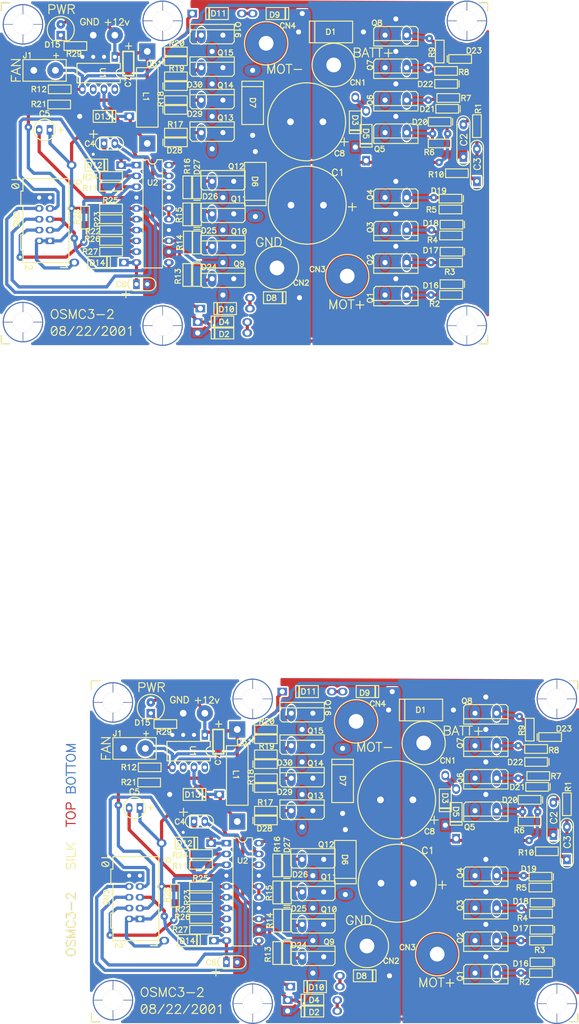
<source format=kicad_pcb>
(kicad_pcb (version 20221018) (generator pcbnew)

  (general
    (thickness 1.6)
  )

  (paper "A4")
  (layers
    (0 "F.Cu" signal)
    (31 "B.Cu" signal)
    (32 "B.Adhes" user "B.Adhesive")
    (33 "F.Adhes" user "F.Adhesive")
    (34 "B.Paste" user)
    (35 "F.Paste" user)
    (36 "B.SilkS" user "B.Silkscreen")
    (37 "F.SilkS" user "F.Silkscreen")
    (38 "B.Mask" user)
    (39 "F.Mask" user)
    (40 "Dwgs.User" user "User.Drawings")
    (41 "Cmts.User" user "User.Comments")
    (42 "Eco1.User" user "User.Eco1")
    (43 "Eco2.User" user "User.Eco2")
    (44 "Edge.Cuts" user)
  )

  (setup
    (pad_to_mask_clearance 0)
    (pcbplotparams
      (layerselection 0x00010fc_ffffffff)
      (plot_on_all_layers_selection 0x0000000_00000000)
      (disableapertmacros false)
      (usegerberextensions false)
      (usegerberattributes true)
      (usegerberadvancedattributes true)
      (creategerberjobfile true)
      (dashed_line_dash_ratio 12.000000)
      (dashed_line_gap_ratio 3.000000)
      (svgprecision 4)
      (plotframeref false)
      (viasonmask false)
      (mode 1)
      (useauxorigin false)
      (hpglpennumber 1)
      (hpglpenspeed 20)
      (hpglpendiameter 15.000000)
      (dxfpolygonmode true)
      (dxfimperialunits true)
      (dxfusepcbnewfont true)
      (psnegative false)
      (psa4output false)
      (plotreference true)
      (plotvalue true)
      (plotinvisibletext false)
      (sketchpadsonfab false)
      (subtractmaskfromsilk false)
      (outputformat 1)
      (mirror false)
      (drillshape 1)
      (scaleselection 1)
      (outputdirectory "")
    )
  )

  (net 0 "")

  (gr_poly
    (pts
      (xy 117.4618 -348.0824)
      (xy 115.8362 -348.0824)
      (xy 115.8362 -346.4568)
      (xy 117.4618 -346.4568)
    )

    (stroke (width 0) (type solid)) (fill solid) (layer "F.Cu") (tstamp 011e0d1a-3f6a-47d1-8720-f1f64b2e9b32))
  (gr_poly
    (pts
      (xy 138.98603 -296.8815)
      (xy 139.09699 -296.89796)
      (xy 139.2058 -296.92522)
      (xy 139.31141 -296.96301)
      (xy 139.41281 -297.01096)
      (xy 139.50902 -297.06863)
      (xy 139.59911 -297.13545)
      (xy 139.68222 -297.21078)
      (xy 139.75755 -297.29389)
      (xy 139.82437 -297.38398)
      (xy 139.88204 -297.48019)
      (xy 139.92999 -297.58159)
      (xy 139.96778 -297.6872)
      (xy 139.99504 -297.79601)
      (xy 140.0115 -297.90697)
      (xy 140.017 -298.019)
      (xy 140.017 -298.781)
      (xy 140.017 -299.543)
      (xy 140.0115 -299.65503)
      (xy 139.99504 -299.76599)
      (xy 139.96778 -299.8748)
      (xy 139.92999 -299.98041)
      (xy 139.88204 -300.08181)
      (xy 139.82437 -300.17802)
      (xy 139.75755 -300.26811)
      (xy 139.68222 -300.35122)
      (xy 139.59911 -300.42655)
      (xy 139.50902 -300.49337)
      (xy 139.41281 -300.55104)
      (xy 139.31141 -300.59899)
      (xy 139.2058 -300.63678)
      (xy 139.09699 -300.66404)
      (xy 138.98603 -300.6805)
      (xy 138.874 -300.686)
      (xy 138.76197 -300.6805)
      (xy 138.65101 -300.66404)
      (xy 138.5422 -300.63678)
      (xy 138.43659 -300.59899)
      (xy 138.33519 -300.55104)
      (xy 138.23898 -300.49337)
      (xy 138.14889 -300.42655)
      (xy 138.06578 -300.35122)
      (xy 137.99045 -300.26811)
      (xy 137.92363 -300.17802)
      (xy 137.86596 -300.08181)
      (xy 137.81801 -299.98041)
      (xy 137.78022 -299.8748)
      (xy 137.75296 -299.76599)
      (xy 137.7365 -299.65503)
      (xy 137.731 -299.543)
      (xy 137.731 -298.019)
      (xy 137.7365 -297.90697)
      (xy 137.75296 -297.79601)
      (xy 137.78022 -297.6872)
      (xy 137.81801 -297.58159)
      (xy 137.86596 -297.48019)
      (xy 137.92363 -297.38398)
      (xy 137.99045 -297.29389)
      (xy 138.06578 -297.21078)
      (xy 138.14889 -297.13545)
      (xy 138.23898 -297.06863)
      (xy 138.33519 -297.01096)
      (xy 138.43659 -296.96301)
      (xy 138.5422 -296.92522)
      (xy 138.65101 -296.89796)
      (xy 138.76197 -296.8815)
      (xy 138.874 -296.876)
    )

    (stroke (width 0) (type solid)) (fill solid) (layer "F.Cu") (tstamp 03326243-3568-4802-88e7-e7397e26d4b1))
  (gr_poly
    (pts
      (xy 154.7368 -159.8168)
      (xy 153.1112 -159.8168)
      (xy 153.1112 -158.1912)
      (xy 154.7368 -158.1912)
    )

    (stroke (width 0) (type solid)) (fill solid) (layer "F.Cu") (tstamp 0351c269-099a-45d4-aff6-706be3068c17))
  (gr_poly
    (pts
      (xy 103.0854 -340.2338)
      (xy 101.4598 -340.2338)
      (xy 101.4598 -338.6082)
      (xy 103.0854 -338.6082)
    )

    (stroke (width 0) (type solid)) (fill solid) (layer "F.Cu") (tstamp 0495184f-1bf8-4ff7-8176-02dbec4076ce))
  (gr_poly
    (pts
      (xy 154.7368 -139.3444)
      (xy 153.1112 -139.3444)
      (xy 153.1112 -137.7188)
      (xy 154.7368 -137.7188)
    )

    (stroke (width 0) (type solid)) (fill solid) (layer "F.Cu") (tstamp 04d11a6c-2b0e-4ad4-b176-91e577a1124e))
  (gr_poly
    (pts
      (xy 213.5124 -173.5328)
      (xy 211.8868 -173.5328)
      (xy 211.8868 -171.9072)
      (xy 213.5124 -171.9072)
    )

    (stroke (width 0) (type solid)) (fill solid) (layer "F.Cu") (tstamp 05141865-8365-4542-9ff2-0155f8658e77))
  (gr_poly
    (pts
      (xy 106.6668 -350.3938)
      (xy 105.0412 -350.3938)
      (xy 105.0412 -348.7682)
      (xy 106.6668 -348.7682)
    )

    (stroke (width 0) (type solid)) (fill solid) (layer "F.Cu") (tstamp 0543693d-569e-427c-82a9-1dcf7b828714))
  (gr_poly
    (pts
      (xy 210.1088 -173.5328)
      (xy 208.4832 -173.5328)
      (xy 208.4832 -171.9072)
      (xy 210.1088 -171.9072)
    )

    (stroke (width 0) (type solid)) (fill solid) (layer "F.Cu") (tstamp 057d6558-0783-4e75-8db9-f145fe487825))
  (gr_poly
    (pts
      (xy 126.62969 -308.18267)
      (xy 126.70366 -308.19364)
      (xy 126.7762 -308.21181)
      (xy 126.8466 -308.237)
      (xy 126.9142 -308.26898)
      (xy 126.97834 -308.30742)
      (xy 127.03841 -308.35197)
      (xy 127.09382 -308.40218)
      (xy 127.14403 -308.45759)
      (xy 127.18858 -308.51766)
      (xy 127.22702 -308.5818)
      (xy 127.259 -308.6494)
      (xy 127.28419 -308.7198)
      (xy 127.30236 -308.79234)
      (xy 127.31333 -308.86631)
      (xy 127.317 -308.941)
      (xy 127.31333 -309.01569)
      (xy 127.30236 -309.08966)
      (xy 127.28419 -309.1622)
      (xy 127.259 -309.2326)
      (xy 127.22702 -309.3002)
      (xy 127.18858 -309.36434)
      (xy 127.14403 -309.42441)
      (xy 127.09382 -309.47982)
      (xy 127.03841 -309.53003)
      (xy 126.97834 -309.57458)
      (xy 126.9142 -309.61302)
      (xy 126.8466 -309.645)
      (xy 126.7762 -309.67019)
      (xy 126.70366 -309.68836)
      (xy 126.62969 -309.69933)
      (xy 126.555 -309.703)
      (xy 126.174 -309.703)
      (xy 125.793 -309.703)
      (xy 125.71831 -309.69933)
      (xy 125.64434 -309.68836)
      (xy 125.5718 -309.67019)
      (xy 125.5014 -309.645)
      (xy 125.4338 -309.61302)
      (xy 125.36966 -309.57458)
      (xy 125.30959 -309.53003)
      (xy 125.25418 -309.47982)
      (xy 125.20397 -309.42441)
      (xy 125.15942 -309.36434)
      (xy 125.12098 -309.3002)
      (xy 125.089 -309.2326)
      (xy 125.06381 -309.1622)
      (xy 125.04564 -309.08966)
      (xy 125.03467 -309.01569)
      (xy 125.031 -308.941)
      (xy 125.03467 -308.86631)
      (xy 125.04564 -308.79234)
      (xy 125.06381 -308.7198)
      (xy 125.089 -308.6494)
      (xy 125.12098 -308.5818)
      (xy 125.15942 -308.51766)
      (xy 125.20397 -308.45759)
      (xy 125.25418 -308.40218)
      (xy 125.30959 -308.35197)
      (xy 125.36966 -308.30742)
      (xy 125.4338 -308.26898)
      (xy 125.5014 -308.237)
      (xy 125.5718 -308.21181)
      (xy 125.64434 -308.19364)
      (xy 125.71831 -308.18267)
      (xy 125.793 -308.179)
      (xy 126.555 -308.179)
    )

    (stroke (width 0) (type solid)) (fill solid) (layer "F.Cu") (tstamp 05de954c-4b8c-4c5d-bec5-a3f995805f79))
  (gr_poly
    (pts
      (xy 148.0312 -176.3268)
      (xy 146.4056 -176.3268)
      (xy 146.4056 -174.7012)
      (xy 148.0312 -174.7012)
    )

    (stroke (width 0) (type solid)) (fill solid) (layer "F.Cu") (tstamp 05df2353-ac0b-43d7-a565-1b5ee8d64a05))
  (gr_poly
    (pts
      (xy 182.15359 -304.50089)
      (xy 182.25221 -304.51552)
      (xy 182.34893 -304.53975)
      (xy 182.44281 -304.57334)
      (xy 182.53294 -304.61597)
      (xy 182.61846 -304.66723)
      (xy 182.69854 -304.72662)
      (xy 182.77242 -304.79358)
      (xy 182.83938 -304.86746)
      (xy 182.89877 -304.94754)
      (xy 182.95003 -305.03306)
      (xy 182.99266 -305.12319)
      (xy 183.02625 -305.21707)
      (xy 183.05048 -305.31379)
      (xy 183.06511 -305.41241)
      (xy 183.07 -305.512)
      (xy 183.07 -306.401)
      (xy 183.07 -307.29)
      (xy 183.06511 -307.38959)
      (xy 183.05048 -307.48821)
      (xy 183.02625 -307.58493)
      (xy 182.99266 -307.67881)
      (xy 182.95003 -307.76894)
      (xy 182.89877 -307.85446)
      (xy 182.83938 -307.93454)
      (xy 182.77242 -308.00842)
      (xy 182.69854 -308.07538)
      (xy 182.61846 -308.13477)
      (xy 182.53294 -308.18603)
      (xy 182.44281 -308.22866)
      (xy 182.34893 -308.26225)
      (xy 182.25221 -308.28648)
      (xy 182.15359 -308.30111)
      (xy 182.054 -308.306)
      (xy 181.95441 -308.30111)
      (xy 181.85579 -308.28648)
      (xy 181.75907 -308.26225)
      (xy 181.66519 -308.22866)
      (xy 181.57506 -308.18603)
      (xy 181.48954 -308.13477)
      (xy 181.40946 -308.07538)
      (xy 181.33558 -308.00842)
      (xy 181.26862 -307.93454)
      (xy 181.20923 -307.85446)
      (xy 181.15797 -307.76894)
      (xy 181.11534 -307.67881)
      (xy 181.08175 -307.58493)
      (xy 181.05752 -307.48821)
      (xy 181.04289 -307.38959)
      (xy 181.038 -307.29)
      (xy 181.038 -305.512)
      (xy 181.04289 -305.41241)
      (xy 181.05752 -305.31379)
      (xy 181.08175 -305.21707)
      (xy 181.11534 -305.12319)
      (xy 181.15797 -305.03306)
      (xy 181.20923 -304.94754)
      (xy 181.26862 -304.86746)
      (xy 181.33558 -304.79358)
      (xy 181.40946 -304.72662)
      (xy 181.48954 -304.66723)
      (xy 181.57506 -304.61597)
      (xy 181.66519 -304.57334)
      (xy 181.75907 -304.53975)
      (xy 181.85579 -304.51552)
      (xy 181.95441 -304.50089)
      (xy 182.054 -304.496)
    )

    (stroke (width 0) (type solid)) (fill solid) (layer "F.Cu") (tstamp 05f5b49b-df28-475e-955c-a8370f1176cf))
  (gr_poly
    (pts
      (xy 119.00969 -300.56267)
      (xy 119.08366 -300.57364)
      (xy 119.1562 -300.59181)
      (xy 119.2266 -300.617)
      (xy 119.2942 -300.64898)
      (xy 119.35834 -300.68742)
      (xy 119.41841 -300.73197)
      (xy 119.47382 -300.78218)
      (xy 119.52403 -300.83759)
      (xy 119.56858 -300.89766)
      (xy 119.60702 -300.9618)
      (xy 119.639 -301.0294)
      (xy 119.66419 -301.0998)
      (xy 119.68236 -301.17234)
      (xy 119.69333 -301.24631)
      (xy 119.697 -301.321)
      (xy 119.69333 -301.39569)
      (xy 119.68236 -301.46966)
      (xy 119.66419 -301.5422)
      (xy 119.639 -301.6126)
      (xy 119.60702 -301.6802)
      (xy 119.56858 -301.74434)
      (xy 119.52403 -301.80441)
      (xy 119.47382 -301.85982)
      (xy 119.41841 -301.91003)
      (xy 119.35834 -301.95458)
      (xy 119.2942 -301.99302)
      (xy 119.2266 -302.025)
      (xy 119.1562 -302.05019)
      (xy 119.08366 -302.06836)
      (xy 119.00969 -302.07933)
      (xy 118.935 -302.083)
      (xy 118.554 -302.083)
      (xy 118.173 -302.083)
      (xy 118.09831 -302.07933)
      (xy 118.02434 -302.06836)
      (xy 117.9518 -302.05019)
      (xy 117.8814 -302.025)
      (xy 117.8138 -301.99302)
      (xy 117.74966 -301.95458)
      (xy 117.68959 -301.91003)
      (xy 117.63418 -301.85982)
      (xy 117.58397 -301.80441)
      (xy 117.53942 -301.74434)
      (xy 117.50098 -301.6802)
      (xy 117.469 -301.6126)
      (xy 117.44381 -301.5422)
      (xy 117.42564 -301.46966)
      (xy 117.41467 -301.39569)
      (xy 117.411 -301.321)
      (xy 117.41467 -301.24631)
      (xy 117.42564 -301.17234)
      (xy 117.44381 -301.0998)
      (xy 117.469 -301.0294)
      (xy 117.50098 -300.9618)
      (xy 117.53942 -300.89766)
      (xy 117.58397 -300.83759)
      (xy 117.63418 -300.78218)
      (xy 117.68959 -300.73197)
      (xy 117.74966 -300.68742)
      (xy 117.8138 -300.64898)
      (xy 117.8814 -300.617)
      (xy 117.9518 -300.59181)
      (xy 118.02434 -300.57364)
      (xy 118.09831 -300.56267)
      (xy 118.173 -300.559)
      (xy 118.935 -300.559)
    )

    (stroke (width 0) (type solid)) (fill solid) (layer "F.Cu") (tstamp 06f3b77c-5f19-4c95-abb2-cf680f04f76d))
  (gr_poly
    (pts
      (xy 155.03705 -191.13989)
      (xy 155.13567 -191.15452)
      (xy 155.23239 -191.17875)
      (xy 155.32627 -191.21234)
      (xy 155.4164 -191.25497)
      (xy 155.50192 -191.30623)
      (xy 155.582 -191.36562)
      (xy 155.65588 -191.43258)
      (xy 155.72284 -191.50646)
      (xy 155.78223 -191.58654)
      (xy 155.83349 -191.67206)
      (xy 155.87612 -191.76219)
      (xy 155.90971 -191.85607)
      (xy 155.93394 -191.95279)
      (xy 155.94857 -192.05141)
      (xy 155.95346 -192.151)
      (xy 155.95346 -193.04)
      (xy 155.95346 -193.929)
      (xy 155.94857 -194.02859)
      (xy 155.93394 -194.12721)
      (xy 155.90971 -194.22393)
      (xy 155.87612 -194.31781)
      (xy 155.83349 -194.40794)
      (xy 155.78223 -194.49346)
      (xy 155.72284 -194.57354)
      (xy 155.65588 -194.64742)
      (xy 155.582 -194.71438)
      (xy 155.50192 -194.77377)
      (xy 155.4164 -194.82503)
      (xy 155.32627 -194.86766)
      (xy 155.23239 -194.90125)
      (xy 155.13567 -194.92548)
      (xy 155.03705 -194.94011)
      (xy 154.93746 -194.945)
      (xy 154.83787 -194.94011)
      (xy 154.73925 -194.92548)
      (xy 154.64253 -194.90125)
      (xy 154.54865 -194.86766)
      (xy 154.45852 -194.82503)
      (xy 154.373 -194.77377)
      (xy 154.29292 -194.71438)
      (xy 154.21904 -194.64742)
      (xy 154.15208 -194.57354)
      (xy 154.09269 -194.49346)
      (xy 154.04143 -194.40794)
      (xy 153.9988 -194.31781)
      (xy 153.96521 -194.22393)
      (xy 153.94098 -194.12721)
      (xy 153.92635 -194.02859)
      (xy 153.92146 -193.929)
      (xy 153.92146 -192.151)
      (xy 153.92635 -192.05141)
      (xy 153.94098 -191.95279)
      (xy 153.96521 -191.85607)
      (xy 153.9988 -191.76219)
      (xy 154.04143 -191.67206)
      (xy 154.09269 -191.58654)
      (xy 154.15208 -191.50646)
      (xy 154.21904 -191.43258)
      (xy 154.29292 -191.36562)
      (xy 154.373 -191.30623)
      (xy 154.45852 -191.25497)
      (xy 154.54865 -191.21234)
      (xy 154.64253 -191.17875)
      (xy 154.73925 -191.15452)
      (xy 154.83787 -191.13989)
      (xy 154.93746 -191.135)
    )

    (stroke (width 0) (type solid)) (fill solid) (layer "F.Cu") (tstamp 0833184a-0869-4042-8c38-4a2ada9022d0))
  (gr_poly
    (pts
      (xy 126.8852 -335.4078)
      (xy 125.2596 -335.4078)
      (xy 125.2596 -333.7822)
      (xy 126.8852 -333.7822)
    )

    (stroke (width 0) (type solid)) (fill solid) (layer "F.Cu") (tstamp 08d025f5-89e0-453e-a5d5-48016868bef5))
  (gr_poly
    (pts
      (xy 126.62969 -305.64267)
      (xy 126.70366 -305.65364)
      (xy 126.7762 -305.67181)
      (xy 126.8466 -305.697)
      (xy 126.9142 -305.72898)
      (xy 126.97834 -305.76742)
      (xy 127.03841 -305.81197)
      (xy 127.09382 -305.86218)
      (xy 127.14403 -305.91759)
      (xy 127.18858 -305.97766)
      (xy 127.22702 -306.0418)
      (xy 127.259 -306.1094)
      (xy 127.28419 -306.1798)
      (xy 127.30236 -306.25234)
      (xy 127.31333 -306.32631)
      (xy 127.317 -306.401)
      (xy 127.31333 -306.47569)
      (xy 127.30236 -306.54966)
      (xy 127.28419 -306.6222)
      (xy 127.259 -306.6926)
      (xy 127.22702 -306.7602)
      (xy 127.18858 -306.82434)
      (xy 127.14403 -306.88441)
      (xy 127.09382 -306.93982)
      (xy 127.03841 -306.99003)
      (xy 126.97834 -307.03458)
      (xy 126.9142 -307.07302)
      (xy 126.8466 -307.105)
      (xy 126.7762 -307.13019)
      (xy 126.70366 -307.14836)
      (xy 126.62969 -307.15933)
      (xy 126.555 -307.163)
      (xy 126.174 -307.163)
      (xy 125.793 -307.163)
      (xy 125.71831 -307.15933)
      (xy 125.64434 -307.14836)
      (xy 125.5718 -307.13019)
      (xy 125.5014 -307.105)
      (xy 125.4338 -307.07302)
      (xy 125.36966 -307.03458)
      (xy 125.30959 -306.99003)
      (xy 125.25418 -306.93982)
      (xy 125.20397 -306.88441)
      (xy 125.15942 -306.82434)
      (xy 125.12098 -306.7602)
      (xy 125.089 -306.6926)
      (xy 125.06381 -306.6222)
      (xy 125.04564 -306.54966)
      (xy 125.03467 -306.47569)
      (xy 125.031 -306.401)
      (xy 125.03467 -306.32631)
      (xy 125.04564 -306.25234)
      (xy 125.06381 -306.1798)
      (xy 125.089 -306.1094)
      (xy 125.12098 -306.0418)
      (xy 125.15942 -305.97766)
      (xy 125.20397 -305.91759)
      (xy 125.25418 -305.86218)
      (xy 125.30959 -305.81197)
      (xy 125.36966 -305.76742)
      (xy 125.4338 -305.72898)
      (xy 125.5014 -305.697)
      (xy 125.5718 -305.67181)
      (xy 125.64434 -305.65364)
      (xy 125.71831 -305.64267)
      (xy 125.793 -305.639)
      (xy 126.555 -305.639)
    )

    (stroke (width 0) (type solid)) (fill solid) (layer "F.Cu") (tstamp 08d84a7a-4751-4969-a01f-55b8ddae88a5))
  (gr_poly
    (pts
      (xy 125.16317 -279.25113)
      (xy 125.62548 -279.31971)
      (xy 126.07884 -279.43327)
      (xy 126.51889 -279.59072)
      (xy 126.94139 -279.79055)
      (xy 127.34226 -280.03083)
      (xy 127.71766 -280.30924)
      (xy 128.06396 -280.6231)
      (xy 128.37782 -280.9694)
      (xy 128.65623 -281.3448)
      (xy 128.89651 -281.74567)
      (xy 129.09634 -282.16817)
      (xy 129.25379 -282.60822)
      (xy 129.36735 -283.06158)
      (xy 129.43593 -283.52389)
      (xy 129.45886 -283.9907)
      (xy 129.43593 -284.45751)
      (xy 129.36735 -284.91982)
      (xy 129.25379 -285.37318)
      (xy 129.09634 -285.81323)
      (xy 128.89651 -286.23573)
      (xy 128.65623 -286.6366)
      (xy 128.37782 -287.012)
      (xy 128.06396 -287.3583)
      (xy 127.71766 -287.67216)
      (xy 127.34226 -287.95057)
      (xy 126.94139 -288.19085)
      (xy 126.51889 -288.39068)
      (xy 126.07884 -288.54813)
      (xy 125.62548 -288.66169)
      (xy 125.16317 -288.73027)
      (xy 124.69636 -288.7532)
      (xy 124.22955 -288.73027)
      (xy 123.76724 -288.66169)
      (xy 123.31388 -288.54813)
      (xy 122.87383 -288.39068)
      (xy 122.45133 -288.19085)
      (xy 122.05046 -287.95057)
      (xy 121.67506 -287.67216)
      (xy 121.32876 -287.3583)
      (xy 121.0149 -287.012)
      (xy 120.73649 -286.6366)
      (xy 120.49621 -286.23573)
      (xy 120.29638 -285.81323)
      (xy 120.13893 -285.37318)
      (xy 120.02537 -284.91982)
      (xy 119.95679 -284.45751)
      (xy 119.93698 -284.0542)
      (xy 120.19098 -284.0542)
      (xy 120.20957 -284.43261)
      (xy 120.27449 -284.87026)
      (xy 120.38199 -285.29945)
      (xy 120.53105 -285.71603)
      (xy 120.72022 -286.11599)
      (xy 120.94768 -286.49549)
      (xy 121.21124 -286.85086)
      (xy 121.50837 -287.17869)
      (xy 121.8362 -287.47582)
      (xy 122.19157 -287.73938)
      (xy 122.57107 -287.96684)
      (xy 122.97103 -288.15601)
      (xy 123.38761 -288.30507)
      (xy 123.8168 -288.41257)
      (xy 124.25445 -288.47749)
      (xy 124.63286 -288.49608)
      (xy 124.63286 -284.0542)
      (xy 124.75986 -284.0542)
      (xy 124.75986 -288.49608)
      (xy 125.13827 -288.47749)
      (xy 125.57592 -288.41257)
      (xy 126.00511 -288.30507)
      (xy 126.42169 -288.15601)
      (xy 126.82165 -287.96684)
      (xy 127.20115 -287.73938)
      (xy 127.55652 -287.47582)
      (xy 127.88435 -287.17869)
      (xy 128.18148 -286.85086)
      (xy 128.44504 -286.49549)
      (xy 128.6725 -286.11599)
      (xy 128.86167 -285.71603)
      (xy 129.01073 -285.29945)
      (xy 129.11823 -284.87026)
      (xy 129.18315 -284.43261)
      (xy 129.20174 -284.0542)
      (xy 124.75986 -284.0542)
      (xy 124.63286 -284.0542)
      (xy 120.19098 -284.0542)
      (xy 119.93698 -284.0542)
      (xy 119.93386 -283.9907)
      (xy 119.93698 -283.9272)
      (xy 120.19098 -283.9272)
      (xy 124.63286 -283.9272)
      (xy 124.63286 -279.48532)
      (xy 124.75986 -279.48532)
      (xy 124.75986 -283.9272)
      (xy 129.20174 -283.9272)
      (xy 129.18315 -283.54879)
      (xy 129.11823 -283.11114)
      (xy 129.01073 -282.68195)
      (xy 128.86167 -282.26537)
      (xy 128.6725 -281.86541)
      (xy 128.44504 -281.48591)
      (xy 128.18148 -281.13054)
      (xy 127.88435 -280.80271)
      (xy 127.55652 -280.50558)
      (xy 127.20115 -280.24202)
      (xy 126.82165 -280.01456)
      (xy 126.42169 -279.82539)
      (xy 126.00511 -279.67633)
      (xy 125.57592 -279.56883)
      (xy 125.13827 -279.50391)
      (xy 124.75986 -279.48532)
      (xy 124.63286 -279.48532)
      (xy 124.25445 -279.50391)
      (xy 123.8168 -279.56883)
      (xy 123.38761 -279.67633)
      (xy 122.97103 -279.82539)
      (xy 122.57107 -280.01456)
      (xy 122.19157 -280.24202)
      (xy 121.8362 -280.50558)
      (xy 121.50837 -280.80271)
      (xy 121.21124 -281.13054)
      (xy 120.94768 -281.48591)
      (xy 120.72022 -281.86541)
      (xy 120.53105 -282.26537)
      (xy 120.38199 -282.68195)
      (xy 120.27449 -283.11114)
      (xy 120.20957 -283.54879)
      (xy 120.19098 -283.9272)
      (xy 119.93698 -283.9272)
      (xy 119.95679 -283.52389)
      (xy 120.02537 -283.06158)
      (xy 120.13893 -282.60822)
      (xy 120.29638 -282.16817)
      (xy 120.49621 -281.74567)
      (xy 120.73649 -281.3448)
      (xy 121.0149 -280.9694)
      (xy 121.32876 -280.6231)
      (xy 121.67506 -280.30924)
      (xy 122.05046 -280.03083)
      (xy 122.45133 -279.79055)
      (xy 122.87383 -279.59072)
      (xy 123.31388 -279.43327)
      (xy 123.76724 -279.31971)
      (xy 124.22955 -279.25113)
      (xy 124.69636 -279.2282)
    )

    (stroke (width 0) (type solid)) (fill solid) (layer "F.Cu") (tstamp 097e83dc-4e47-4b32-b149-314a55927b08))
  (gr_poly
    (pts
      (xy 190.3852 -344.5518)
      (xy 188.7596 -344.5518)
      (xy 188.7596 -342.9262)
      (xy 190.3852 -342.9262)
    )

    (stroke (width 0) (type solid)) (fill solid) (layer "F.Cu") (tstamp 0a0e0bbd-a3d4-465d-a809-8167d56c826a))
  (gr_poly
    (pts
      (xy 113.54869 -325.58167)
      (xy 113.62266 -325.59264)
      (xy 113.6952 -325.61081)
      (xy 113.7656 -325.636)
      (xy 113.8332 -325.66798)
      (xy 113.89734 -325.70642)
      (xy 113.95741 -325.75097)
      (xy 114.01282 -325.80118)
      (xy 114.06303 -325.85659)
      (xy 114.10758 -325.91666)
      (xy 114.14602 -325.9808)
      (xy 114.178 -326.0484)
      (xy 114.20319 -326.1188)
      (xy 114.22136 -326.19134)
      (xy 114.23233 -326.26531)
      (xy 114.236 -326.34)
      (xy 114.236 -326.721)
      (xy 114.236 -327.102)
      (xy 114.23233 -327.17669)
      (xy 114.22136 -327.25066)
      (xy 114.20319 -327.3232)
      (xy 114.178 -327.3936)
      (xy 114.14602 -327.4612)
      (xy 114.10758 -327.52534)
      (xy 114.06303 -327.58541)
      (xy 114.01282 -327.64082)
      (xy 113.95741 -327.69103)
      (xy 113.89734 -327.73558)
      (xy 113.8332 -327.77402)
      (xy 113.7656 -327.806)
      (xy 113.6952 -327.83119)
      (xy 113.62266 -327.84936)
      (xy 113.54869 -327.86033)
      (xy 113.474 -327.864)
      (xy 113.39931 -327.86033)
      (xy 113.32534 -327.84936)
      (xy 113.2528 -327.83119)
      (xy 113.1824 -327.806)
      (xy 113.1148 -327.77402)
      (xy 113.05066 -327.73558)
      (xy 112.99059 -327.69103)
      (xy 112.93518 -327.64082)
      (xy 112.88497 -327.58541)
      (xy 112.84042 -327.52534)
      (xy 112.80198 -327.4612)
      (xy 112.77 -327.3936)
      (xy 112.74481 -327.3232)
      (xy 112.72664 -327.25066)
      (xy 112.71567 -327.17669)
      (xy 112.712 -327.102)
      (xy 112.712 -326.34)
      (xy 112.71567 -326.26531)
      (xy 112.72664 -326.19134)
      (xy 112.74481 -326.1188)
      (xy 112.77 -326.0484)
      (xy 112.80198 -325.9808)
      (xy 112.84042 -325.91666)
      (xy 112.88497 -325.85659)
      (xy 112.93518 -325.80118)
      (xy 112.99059 -325.75097)
      (xy 113.05066 -325.70642)
      (xy 113.1148 -325.66798)
      (xy 113.1824 -325.636)
      (xy 113.2528 -325.61081)
      (xy 113.32534 -325.59264)
      (xy 113.39931 -325.58167)
      (xy 113.474 -325.578)
    )

    (stroke (width 0) (type solid)) (fill solid) (layer "F.Cu") (tstamp 0b888671-ec73-452c-a32d-2f18939d6144))
  (gr_poly
    (pts
      (xy 203.29959 -130.17989)
      (xy 203.39821 -130.19452)
      (xy 203.49493 -130.21875)
      (xy 203.58881 -130.25234)
      (xy 203.67894 -130.29497)
      (xy 203.76446 -130.34623)
      (xy 203.84454 -130.40562)
      (xy 203.91842 -130.47258)
      (xy 203.98538 -130.54646)
      (xy 204.04477 -130.62654)
      (xy 204.09603 -130.71206)
      (xy 204.13866 -130.80219)
      (xy 204.17225 -130.89607)
      (xy 204.19648 -130.99279)
      (xy 204.21111 -131.09141)
      (xy 204.216 -131.191)
      (xy 204.216 -132.08)
      (xy 204.216 -132.969)
      (xy 204.21111 -133.06859)
      (xy 204.19648 -133.16721)
      (xy 204.17225 -133.26393)
      (xy 204.13866 -133.35781)
      (xy 204.09603 -133.44794)
      (xy 204.04477 -133.53346)
      (xy 203.98538 -133.61354)
      (xy 203.91842 -133.68742)
      (xy 203.84454 -133.75438)
      (xy 203.76446 -133.81377)
      (xy 203.67894 -133.86503)
      (xy 203.58881 -133.90766)
      (xy 203.49493 -133.94125)
      (xy 203.39821 -133.96548)
      (xy 203.29959 -133.98011)
      (xy 203.2 -133.985)
      (xy 203.10041 -133.98011)
      (xy 203.00179 -133.96548)
      (xy 202.90507 -133.94125)
      (xy 202.81119 -133.90766)
      (xy 202.72106 -133.86503)
      (xy 202.63554 -133.81377)
      (xy 202.55546 -133.75438)
      (xy 202.48158 -133.68742)
      (xy 202.41462 -133.61354)
      (xy 202.35523 -133.53346)
      (xy 202.30397 -133.44794)
      (xy 202.26134 -133.35781)
      (xy 202.22775 -133.26393)
      (xy 202.20352 -133.16721)
      (xy 202.18889 -133.06859)
      (xy 202.184 -132.969)
      (xy 202.184 -131.191)
      (xy 202.18889 -131.09141)
      (xy 202.20352 -130.99279)
      (xy 202.22775 -130.89607)
      (xy 202.26134 -130.80219)
      (xy 202.30397 -130.71206)
      (xy 202.35523 -130.62654)
      (xy 202.41462 -130.54646)
      (xy 202.48158 -130.47258)
      (xy 202.55546 -130.40562)
      (xy 202.63554 -130.34623)
      (xy 202.72106 -130.29497)
      (xy 202.81119 -130.25234)
      (xy 202.90507 -130.21875)
      (xy 203.00179 -130.19452)
      (xy 203.10041 -130.17989)
      (xy 203.2 -130.175)
    )

    (stroke (width 0) (type solid)) (fill solid) (layer "F.Cu") (tstamp 0bb943ee-31d7-489f-8cbc-ef3a18fca0ee))
  (gr_poly
    (pts
      (xy 160.13203 -168.2805)
      (xy 160.24299 -168.29696)
      (xy 160.3518 -168.32422)
      (xy 160.45741 -168.36201)
      (xy 160.55881 -168.40996)
      (xy 160.65502 -168.46763)
      (xy 160.74511 -168.53445)
      (xy 160.82822 -168.60978)
      (xy 160.90355 -168.69289)
      (xy 160.97037 -168.78298)
      (xy 161.02804 -168.87919)
      (xy 161.07599 -168.98059)
      (xy 161.11378 -169.0862)
      (xy 161.14104 -169.19501)
      (xy 161.1575 -169.30597)
      (xy 161.163 -169.418)
      (xy 161.163 -170.18)
      (xy 161.163 -170.942)
      (xy 161.1575 -171.05403)
      (xy 161.14104 -171.16499)
      (xy 161.11378 -171.2738)
      (xy 161.07599 -171.37941)
      (xy 161.02804 -171.48081)
      (xy 160.97037 -171.57702)
      (xy 160.90355 -171.66711)
      (xy 160.82822 -171.75022)
      (xy 160.74511 -171.82555)
      (xy 160.65502 -171.89237)
      (xy 160.55881 -171.95004)
      (xy 160.45741 -171.99799)
      (xy 160.3518 -172.03578)
      (xy 160.24299 -172.06304)
      (xy 160.13203 -172.0795)
      (xy 160.02 -172.085)
      (xy 159.90797 -172.0795)
      (xy 159.79701 -172.06304)
      (xy 159.6882 -172.03578)
      (xy 159.58259 -171.99799)
      (xy 159.48119 -171.95004)
      (xy 159.38498 -171.89237)
      (xy 159.29489 -171.82555)
      (xy 159.21178 -171.75022)
      (xy 159.13645 -171.66711)
      (xy 159.06963 -171.57702)
      (xy 159.01196 -171.48081)
      (xy 158.96401 -171.37941)
      (xy 158.92622 -171.2738)
      (xy 158.89896 -171.16499)
      (xy 158.8825 -171.05403)
      (xy 158.877 -170.942)
      (xy 158.877 -169.418)
      (xy 158.8825 -169.30597)
      (xy 158.89896 -169.19501)
      (xy 158.92622 -169.0862)
      (xy 158.96401 -168.98059)
      (xy 159.01196 -168.87919)
      (xy 159.06963 -168.78298)
      (xy 159.13645 -168.69289)
      (xy 159.21178 -168.60978)
      (xy 159.29489 -168.53445)
      (xy 159.38498 -168.46763)
      (xy 159.48119 -168.40996)
      (xy 159.58259 -168.36201)
      (xy 159.6882 -168.32422)
      (xy 159.79701 -168.29696)
      (xy 159.90797 -168.2805)
      (xy 160.02 -168.275)
    )

    (stroke (width 0) (type solid)) (fill solid) (layer "F.Cu") (tstamp 0c920be3-ea28-465c-b56e-b868892baa9c))
  (gr_poly
    (pts
      (xy 157.57959 -141.60989)
      (xy 157.67821 -141.62452)
      (xy 157.77493 -141.64875)
      (xy 157.86881 -141.68234)
      (xy 157.95894 -141.72497)
      (xy 158.04446 -141.77623)
      (xy 158.12454 -141.83562)
      (xy 158.19842 -141.90258)
      (xy 158.26538 -141.97646)
      (xy 158.32477 -142.05654)
      (xy 158.37603 -142.14206)
      (xy 158.41866 -142.23219)
      (xy 158.45225 -142.32607)
      (xy 158.47648 -142.42279)
      (xy 158.49111 -142.52141)
      (xy 158.496 -142.621)
      (xy 158.496 -143.51)
      (xy 158.496 -144.399)
      (xy 158.49111 -144.49859)
      (xy 158.47648 -144.59721)
      (xy 158.45225 -144.69393)
      (xy 158.41866 -144.78781)
      (xy 158.37603 -144.87794)
      (xy 158.32477 -144.96346)
      (xy 158.26538 -145.04354)
      (xy 158.19842 -145.11742)
      (xy 158.12454 -145.18438)
      (xy 158.04446 -145.24377)
      (xy 157.95894 -145.29503)
      (xy 157.86881 -145.33766)
      (xy 157.77493 -145.37125)
      (xy 157.67821 -145.39548)
      (xy 157.57959 -145.41011)
      (xy 157.48 -145.415)
      (xy 157.38041 -145.41011)
      (xy 157.28179 -145.39548)
      (xy 157.18507 -145.37125)
      (xy 157.09119 -145.33766)
      (xy 157.00106 -145.29503)
      (xy 156.91554 -145.24377)
      (xy 156.83546 -145.18438)
      (xy 156.76158 -145.11742)
      (xy 156.69462 -145.04354)
      (xy 156.63523 -144.96346)
      (xy 156.58397 -144.87794)
      (xy 156.54134 -144.78781)
      (xy 156.50775 -144.69393)
      (xy 156.48352 -144.59721)
      (xy 156.46889 -144.49859)
      (xy 156.464 -144.399)
      (xy 156.464 -142.621)
      (xy 156.46889 -142.52141)
      (xy 156.48352 -142.42279)
      (xy 156.50775 -142.32607)
      (xy 156.54134 -142.23219)
      (xy 156.58397 -142.14206)
      (xy 156.63523 -142.05654)
      (xy 156.69462 -141.97646)
      (xy 156.76158 -141.90258)
      (xy 156.83546 -141.83562)
      (xy 156.91554 -141.77623)
      (xy 157.00106 -141.72497)
      (xy 157.09119 -141.68234)
      (xy 157.18507 -141.64875)
      (xy 157.28179 -141.62452)
      (xy 157.38041 -141.60989)
      (xy 157.48 -141.605)
    )

    (stroke (width 0) (type solid)) (fill solid) (layer "F.Cu") (tstamp 0ccf1e11-ba8a-4b8c-86a8-ebbb16e803cd))
  (gr_poly
    (pts
      (xy 157.57959 -149.22989)
      (xy 157.67821 -149.24452)
      (xy 157.77493 -149.26875)
      (xy 157.86881 -149.30234)
      (xy 157.95894 -149.34497)
      (xy 158.04446 -149.39623)
      (xy 158.12454 -149.45562)
      (xy 158.19842 -149.52258)
      (xy 158.26538 -149.59646)
      (xy 158.32477 -149.67654)
      (xy 158.37603 -149.76206)
      (xy 158.41866 -149.85219)
      (xy 158.45225 -149.94607)
      (xy 158.47648 -150.04279)
      (xy 158.49111 -150.14141)
      (xy 158.496 -150.241)
      (xy 158.496 -151.13)
      (xy 158.496 -152.019)
      (xy 158.49111 -152.11859)
      (xy 158.47648 -152.21721)
      (xy 158.45225 -152.31393)
      (xy 158.41866 -152.40781)
      (xy 158.37603 -152.49794)
      (xy 158.32477 -152.58346)
      (xy 158.26538 -152.66354)
      (xy 158.19842 -152.73742)
      (xy 158.12454 -152.80438)
      (xy 158.04446 -152.86377)
      (xy 157.95894 -152.91503)
      (xy 157.86881 -152.95766)
      (xy 157.77493 -152.99125)
      (xy 157.67821 -153.01548)
      (xy 157.57959 -153.03011)
      (xy 157.48 -153.035)
      (xy 157.38041 -153.03011)
      (xy 157.28179 -153.01548)
      (xy 157.18507 -152.99125)
      (xy 157.09119 -152.95766)
      (xy 157.00106 -152.91503)
      (xy 156.91554 -152.86377)
      (xy 156.83546 -152.80438)
      (xy 156.76158 -152.73742)
      (xy 156.69462 -152.66354)
      (xy 156.63523 -152.58346)
      (xy 156.58397 -152.49794)
      (xy 156.54134 -152.40781)
      (xy 156.50775 -152.31393)
      (xy 156.48352 -152.21721)
      (xy 156.46889 -152.11859)
      (xy 156.464 -152.019)
      (xy 156.464 -150.241)
      (xy 156.46889 -150.14141)
      (xy 156.48352 -150.04279)
      (xy 156.50775 -149.94607)
      (xy 156.54134 -149.85219)
      (xy 156.58397 -149.76206)
      (xy 156.63523 -149.67654)
      (xy 156.69462 -149.59646)
      (xy 156.76158 -149.52258)
      (xy 156.83546 -149.45562)
      (xy 156.91554 -149.39623)
      (xy 157.00106 -149.34497)
      (xy 157.09119 -149.30234)
      (xy 157.18507 -149.26875)
      (xy 157.28179 -149.24452)
      (xy 157.38041 -149.22989)
      (xy 157.48 -149.225)
    )

    (stroke (width 0) (type solid)) (fill solid) (layer "F.Cu") (tstamp 0d79bfdf-fe9a-4d59-a874-81f869545d2b))
  (gr_poly
    (pts
      (xy 147.25348 -308.31212)
      (xy 147.37676 -308.3304)
      (xy 147.49766 -308.36069)
      (xy 147.61501 -308.40267)
      (xy 147.72767 -308.45596)
      (xy 147.83457 -308.52003)
      (xy 147.93468 -308.59428)
      (xy 148.02703 -308.67797)
      (xy 148.11072 -308.77032)
      (xy 148.18497 -308.87043)
      (xy 148.24904 -308.97733)
      (xy 148.30233 -309.08999)
      (xy 148.34431 -309.20734)
      (xy 148.3746 -309.32824)
      (xy 148.39288 -309.45152)
      (xy 148.399 -309.576)
      (xy 148.39288 -309.70048)
      (xy 148.3746 -309.82376)
      (xy 148.34431 -309.94466)
      (xy 148.30233 -310.06201)
      (xy 148.24904 -310.17467)
      (xy 148.18497 -310.28157)
      (xy 148.11072 -310.38168)
      (xy 148.02703 -310.47403)
      (xy 147.93468 -310.55772)
      (xy 147.83457 -310.63197)
      (xy 147.72767 -310.69604)
      (xy 147.61501 -310.74933)
      (xy 147.49766 -310.79131)
      (xy 147.37676 -310.8216)
      (xy 147.25348 -310.83988)
      (xy 147.129 -310.846)
      (xy 146.494 -310.846)
      (xy 145.859 -310.846)
      (xy 145.73452 -310.83988)
      (xy 145.61124 -310.8216)
      (xy 145.49034 -310.79131)
      (xy 145.37299 -310.74933)
      (xy 145.26033 -310.69604)
      (xy 145.15343 -310.63197)
      (xy 145.05332 -310.55772)
      (xy 144.96097 -310.47403)
      (xy 144.87728 -310.38168)
      (xy 144.80303 -310.28157)
      (xy 144.73896 -310.17467)
      (xy 144.68567 -310.06201)
      (xy 144.64369 -309.94466)
      (xy 144.6134 -309.82376)
      (xy 144.59512 -309.70048)
      (xy 144.589 -309.576)
      (xy 144.59512 -309.45152)
      (xy 144.6134 -309.32824)
      (xy 144.64369 -309.20734)
      (xy 144.68567 -309.08999)
      (xy 144.73896 -308.97733)
      (xy 144.80303 -308.87043)
      (xy 144.87728 -308.77032)
      (xy 144.96097 -308.67797)
      (xy 145.05332 -308.59428)
      (xy 145.15343 -308.52003)
      (xy 145.26033 -308.45596)
      (xy 145.37299 -308.40267)
      (xy 145.49034 -308.36069)
      (xy 145.61124 -308.3304)
      (xy 145.73452 -308.31212)
      (xy 145.859 -308.306)
      (xy 147.129 -308.306)
    )

    (stroke (width 0) (type solid)) (fill solid) (layer "F.Cu") (tstamp 0db13574-d289-4e3a-8f2e-dc2631fb8b7b))
  (gr_poly
    (pts
      (xy 220.5228 -170.7642)
      (xy 218.8972 -170.7642)
      (xy 218.8972 -169.1386)
      (xy 220.5228 -169.1386)
    )

    (stroke (width 0) (type solid)) (fill solid) (layer "F.Cu") (tstamp 0ff1cd29-66a5-4d2b-bae8-09a5c12abd26))
  (gr_poly
    (pts
      (xy 146.61848 -342.60212)
      (xy 146.74176 -342.6204)
      (xy 146.86266 -342.65069)
      (xy 146.98001 -342.69267)
      (xy 147.09267 -342.74596)
      (xy 147.19957 -342.81003)
      (xy 147.29968 -342.88428)
      (xy 147.39203 -342.96797)
      (xy 147.47572 -343.06032)
      (xy 147.54997 -343.16043)
      (xy 147.61404 -343.26733)
      (xy 147.66733 -343.37999)
      (xy 147.70931 -343.49734)
      (xy 147.7396 -343.61824)
      (xy 147.75788 -343.74152)
      (xy 147.764 -343.866)
      (xy 147.75788 -343.99048)
      (xy 147.7396 -344.11376)
      (xy 147.70931 -344.23466)
      (xy 147.66733 -344.35201)
      (xy 147.61404 -344.46467)
      (xy 147.54997 -344.57157)
      (xy 147.47572 -344.67168)
      (xy 147.39203 -344.76403)
      (xy 147.29968 -344.84772)
      (xy 147.19957 -344.92197)
      (xy 147.09267 -344.98604)
      (xy 146.98001 -345.03933)
      (xy 146.86266 -345.08131)
      (xy 146.74176 -345.1116)
      (xy 146.61848 -345.12988)
      (xy 146.494 -345.136)
      (xy 145.859 -345.136)
      (xy 145.224 -345.136)
      (xy 145.09952 -345.12988)
      (xy 144.97624 -345.1116)
      (xy 144.85534 -345.08131)
      (xy 144.73799 -345.03933)
      (xy 144.62533 -344.98604)
      (xy 144.51843 -344.92197)
      (xy 144.41832 -344.84772)
      (xy 144.32597 -344.76403)
      (xy 144.24228 -344.67168)
      (xy 144.16803 -344.57157)
      (xy 144.10396 -344.46467)
      (xy 144.05067 -344.35201)
      (xy 144.00869 -344.23466)
      (xy 143.9784 -344.11376)
      (xy 143.96012 -343.99048)
      (xy 143.954 -343.866)
      (xy 143.96012 -343.74152)
      (xy 143.9784 -343.61824)
      (xy 144.00869 -343.49734)
      (xy 144.05067 -343.37999)
      (xy 144.10396 -343.26733)
      (xy 144.16803 -343.16043)
      (xy 144.24228 -343.06032)
      (xy 144.32597 -342.96797)
      (xy 144.41832 -342.88428)
      (xy 144.51843 -342.81003)
      (xy 144.62533 -342.74596)
      (xy 144.73799 -342.69267)
      (xy 144.85534 -342.65069)
      (xy 144.97624 -342.6204)
      (xy 145.09952 -342.60212)
      (xy 145.224 -342.596)
      (xy 146.494 -342.596)
    )

    (stroke (width 0) (type solid)) (fill solid) (layer "F.Cu") (tstamp 1115ac16-0e26-4aef-ade3-180e6f0fc1ba))
  (gr_poly
    (pts
      (xy 127.07469 -186.82067)
      (xy 127.14866 -186.83164)
      (xy 127.2212 -186.84981)
      (xy 127.2916 -186.875)
      (xy 127.3592 -186.90698)
      (xy 127.42334 -186.94542)
      (xy 127.48341 -186.98997)
      (xy 127.53882 -187.04018)
      (xy 127.58903 -187.09559)
      (xy 127.63358 -187.15566)
      (xy 127.67202 -187.2198)
      (xy 127.704 -187.2874)
      (xy 127.72919 -187.3578)
      (xy 127.74736 -187.43034)
      (xy 127.75833 -187.50431)
      (xy 127.762 -187.579)
      (xy 127.762 -187.96)
      (xy 127.762 -188.341)
      (xy 127.75833 -188.41569)
      (xy 127.74736 -188.48966)
      (xy 127.72919 -188.5622)
      (xy 127.704 -188.6326)
      (xy 127.67202 -188.7002)
      (xy 127.63358 -188.76434)
      (xy 127.58903 -188.82441)
      (xy 127.53882 -188.87982)
      (xy 127.48341 -188.93003)
      (xy 127.42334 -188.97458)
      (xy 127.3592 -189.01302)
      (xy 127.2916 -189.045)
      (xy 127.2212 -189.07019)
      (xy 127.14866 -189.08836)
      (xy 127.07469 -189.09933)
      (xy 127 -189.103)
      (xy 126.92531 -189.09933)
      (xy 126.85134 -189.08836)
      (xy 126.7788 -189.07019)
      (xy 126.7084 -189.045)
      (xy 126.6408 -189.01302)
      (xy 126.57666 -188.97458)
      (xy 126.51659 -188.93003)
      (xy 126.46118 -188.87982)
      (xy 126.41097 -188.82441)
      (xy 126.36642 -188.76434)
      (xy 126.32798 -188.7002)
      (xy 126.296 -188.6326)
      (xy 126.27081 -188.5622)
      (xy 126.25264 -188.48966)
      (xy 126.24167 -188.41569)
      (xy 126.238 -188.341)
      (xy 126.238 -187.579)
      (xy 126.24167 -187.50431)
      (xy 126.25264 -187.43034)
      (xy 126.27081 -187.3578)
      (xy 126.296 -187.2874)
      (xy 126.32798 -187.2198)
      (xy 126.36642 -187.15566)
      (xy 126.41097 -187.09559)
      (xy 126.46118 -187.04018)
      (xy 126.51659 -186.98997)
      (xy 126.57666 -186.94542)
      (xy 126.6408 -186.90698)
      (xy 126.7084 -186.875)
      (xy 126.7788 -186.84981)
      (xy 126.85134 -186.83164)
      (xy 126.92531 -186.82067)
      (xy 127 -186.817)
    )

    (stroke (width 0) (type solid)) (fill solid) (layer "F.Cu") (tstamp 128d2a3c-f0b0-42da-bcf2-d351b35a2b44))
  (gr_poly
    (pts
      (xy 192.2648 -327.5338)
      (xy 190.6392 -327.5338)
      (xy 190.6392 -325.9082)
      (xy 192.2648 -325.9082)
    )

    (stroke (width 0) (type solid)) (fill solid) (layer "F.Cu") (tstamp 13200b65-2ffc-463b-bb97-f2b07c9d0c0d))
  (gr_poly
    (pts
      (xy 96.02269 -303.10267)
      (xy 96.09666 -303.11364)
      (xy 96.1692 -303.13181)
      (xy 96.2396 -303.157)
      (xy 96.3072 -303.18898)
      (xy 96.37134 -303.22742)
      (xy 96.43141 -303.27197)
      (xy 96.48682 -303.32218)
      (xy 96.53703 -303.37759)
      (xy 96.58158 -303.43766)
      (xy 96.62002 -303.5018)
      (xy 96.652 -303.5694)
      (xy 96.67719 -303.6398)
      (xy 96.69536 -303.71234)
      (xy 96.70633 -303.78631)
      (xy 96.71 -303.861)
      (xy 96.70633 -303.93569)
      (xy 96.69536 -304.00966)
      (xy 96.67719 -304.0822)
      (xy 96.652 -304.1526)
      (xy 96.62002 -304.2202)
      (xy 96.58158 -304.28434)
      (xy 96.53703 -304.34441)
      (xy 96.48682 -304.39982)
      (xy 96.43141 -304.45003)
      (xy 96.37134 -304.49458)
      (xy 96.3072 -304.53302)
      (xy 96.2396 -304.565)
      (xy 96.1692 -304.59019)
      (xy 96.09666 -304.60836)
      (xy 96.02269 -304.61933)
      (xy 95.948 -304.623)
      (xy 95.694 -304.623)
      (xy 95.44 -304.623)
      (xy 95.36531 -304.61933)
      (xy 95.29134 -304.60836)
      (xy 95.2188 -304.59019)
      (xy 95.1484 -304.565)
      (xy 95.0808 -304.53302)
      (xy 95.01666 -304.49458)
      (xy 94.95659 -304.45003)
      (xy 94.90118 -304.39982)
      (xy 94.85097 -304.34441)
      (xy 94.80642 -304.28434)
      (xy 94.76798 -304.2202)
      (xy 94.736 -304.1526)
      (xy 94.71081 -304.0822)
      (xy 94.69264 -304.00966)
      (xy 94.68167 -303.93569)
      (xy 94.678 -303.861)
      (xy 94.68167 -303.78631)
      (xy 94.69264 -303.71234)
      (xy 94.71081 -303.6398)
      (xy 94.736 -303.5694)
      (xy 94.76798 -303.5018)
      (xy 94.80642 -303.43766)
      (xy 94.85097 -303.37759)
      (xy 94.90118 -303.32218)
      (xy 94.95659 -303.27197)
      (xy 95.01666 -303.22742)
      (xy 95.0808 -303.18898)
      (xy 95.1484 -303.157)
      (xy 95.2188 -303.13181)
      (xy 95.29134 -303.11364)
      (xy 95.36531 -303.10267)
      (xy 95.44 -303.099)
      (xy 95.948 -303.099)
    )

    (stroke (width 0) (type solid)) (fill solid) (layer "F.Cu") (tstamp 1353fd4d-ec26-44c0-a9f8-adf3c9f779ca))
  (gr_poly
    (pts
      (xy 117.16869 -146.56167)
      (xy 117.24266 -146.57264)
      (xy 117.3152 -146.59081)
      (xy 117.3856 -146.616)
      (xy 117.4532 -146.64798)
      (xy 117.51734 -146.68642)
      (xy 117.57741 -146.73097)
      (xy 117.63282 -146.78118)
      (xy 117.68303 -146.83659)
      (xy 117.72758 -146.89666)
      (xy 117.76602 -146.9608)
      (xy 117.798 -147.0284)
      (xy 117.82319 -147.0988)
      (xy 117.84136 -147.17134)
      (xy 117.85233 -147.24531)
      (xy 117.856 -147.32)
      (xy 117.85233 -147.39469)
      (xy 117.84136 -147.46866)
      (xy 117.82319 -147.5412)
      (xy 117.798 -147.6116)
      (xy 117.76602 -147.6792)
      (xy 117.72758 -147.74334)
      (xy 117.68303 -147.80341)
      (xy 117.63282 -147.85882)
      (xy 117.57741 -147.90903)
      (xy 117.51734 -147.95358)
      (xy 117.4532 -147.99202)
      (xy 117.3856 -148.024)
      (xy 117.3152 -148.04919)
      (xy 117.24266 -148.06736)
      (xy 117.16869 -148.07833)
      (xy 117.094 -148.082)
      (xy 116.84 -148.082)
      (xy 116.586 -148.082)
      (xy 116.51131 -148.07833)
      (xy 116.43734 -148.06736)
      (xy 116.3648 -148.04919)
      (xy 116.2944 -148.024)
      (xy 116.2268 -147.99202)
      (xy 116.16266 -147.95358)
      (xy 116.10259 -147.90903)
      (xy 116.04718 -147.85882)
      (xy 115.99697 -147.80341)
      (xy 115.95242 -147.74334)
      (xy 115.91398 -147.6792)
      (xy 115.882 -147.6116)
      (xy 115.85681 -147.5412)
      (xy 115.83864 -147.46866)
      (xy 115.82767 -147.39469)
      (xy 115.824 -147.32)
      (xy 115.82767 -147.24531)
      (xy 115.83864 -147.17134)
      (xy 115.85681 -147.0988)
      (xy 115.882 -147.0284)
      (xy 115.91398 -146.9608)
      (xy 115.95242 -146.89666)
      (xy 115.99697 -146.83659)
      (xy 116.04718 -146.78118)
      (xy 116.10259 -146.73097)
      (xy 116.16266 -146.68642)
      (xy 116.2268 -146.64798)
      (xy 116.2944 -146.616)
      (xy 116.3648 -146.59081)
      (xy 116.43734 -146.57264)
      (xy 116.51131 -146.56167)
      (xy 116.586 -146.558)
      (xy 117.094 -146.558)
    )

    (stroke (width 0) (type solid)) (fill solid) (layer "F.Cu") (tstamp 140ccbfa-ae52-4dc3-905f-764055012641))
  (gr_poly
    (pts
      (xy 110.299 -354.026)
      (xy 106.489 -354.026)
      (xy 106.489 -350.216)
      (xy 110.299 -350.216)
    )

    (stroke (width 0) (type solid)) (fill solid) (layer "F.Cu") (tstamp 1412913b-45b5-4c7b-9f7f-78d2b023c3a9))
  (gr_poly
    (pts
      (xy 99.6818 -340.2338)
      (xy 98.0562 -340.2338)
      (xy 98.0562 -338.6082)
      (xy 99.6818 -338.6082)
    )

    (stroke (width 0) (type solid)) (fill solid) (layer "F.Cu") (tstamp 14e83444-3b59-4d4d-9ef1-cf3aa17df5f0))
  (gr_poly
    (pts
      (xy 128.4478 -149.4028)
      (xy 126.8222 -149.4028)
      (xy 126.8222 -147.7772)
      (xy 128.4478 -147.7772)
    )

    (stroke (width 0) (type solid)) (fill solid) (layer "F.Cu") (tstamp 15b54654-9269-4545-8666-51573d7bfed0))
  (gr_poly
    (pts
      (xy 130.2888 -327.7878)
      (xy 128.6632 -327.7878)
      (xy 128.6632 -326.1622)
      (xy 130.2888 -326.1622)
    )

    (stroke (width 0) (type solid)) (fill solid) (layer "F.Cu") (tstamp 16071132-393f-4a03-b931-6e05992edc19))
  (gr_poly
    (pts
      (xy 132.8928 -143.0528)
      (xy 131.2672 -143.0528)
      (xy 131.2672 -141.4272)
      (xy 132.8928 -141.4272)
    )

    (stroke (width 0) (type solid)) (fill solid) (layer "F.Cu") (tstamp 16ba33b0-5969-4989-b025-aa1088d6531a))
  (gr_poly
    (pts
      (xy 113.49681 -120.99043)
      (xy 113.95912 -121.05901)
      (xy 114.41248 -121.17257)
      (xy 114.85253 -121.33002)
      (xy 115.27503 -121.52985)
      (xy 115.6759 -121.77013)
      (xy 116.0513 -122.04854)
      (xy 116.3976 -122.3624)
      (xy 116.71146 -122.7087)
      (xy 116.98987 -123.0841)
      (xy 117.23015 -123.48497)
      (xy 117.42998 -123.90747)
      (xy 117.58743 -124.34752)
      (xy 117.70099 -124.80088)
      (xy 117.76957 -125.26319)
      (xy 117.7925 -125.73)
      (xy 117.76957 -126.19681)
      (xy 117.70099 -126.65912)
      (xy 117.58743 -127.11248)
      (xy 117.42998 -127.55253)
      (xy 117.23015 -127.97503)
      (xy 116.98987 -128.3759)
      (xy 116.71146 -128.7513)
      (xy 116.3976 -129.0976)
      (xy 116.0513 -129.41146)
      (xy 115.6759 -129.68987)
      (xy 115.27503 -129.93015)
      (xy 114.85253 -130.12998)
      (xy 114.41248 -130.28743)
      (xy 113.95912 -130.40099)
      (xy 113.49681 -130.46957)
      (xy 113.03 -130.4925)
      (xy 112.56319 -130.46957)
      (xy 112.10088 -130.40099)
      (xy 111.64752 -130.28743)
      (xy 111.20747 -130.12998)
      (xy 110.78497 -129.93015)
      (xy 110.3841 -129.68987)
      (xy 110.0087 -129.41146)
      (xy 109.6624 -129.0976)
      (xy 109.34854 -128.7513)
      (xy 109.07013 -128.3759)
      (xy 108.82985 -127.97503)
      (xy 108.63002 -127.55253)
      (xy 108.47257 -127.11248)
      (xy 108.35901 -126.65912)
      (xy 108.29043 -126.19681)
      (xy 108.27062 -125.7935)
      (xy 108.52462 -125.7935)
      (xy 108.54321 -126.17191)
      (xy 108.60813 -126.60956)
      (xy 108.71563 -127.03875)
      (xy 108.86469 -127.45533)
      (xy 109.05386 -127.85529)
      (xy 109.28132 -128.23479)
      (xy 109.54488 -128.59016)
      (xy 109.84201 -128.91799)
      (xy 110.16984 -129.21512)
      (xy 110.52521 -129.47868)
      (xy 110.90471 -129.70614)
      (xy 111.30467 -129.89531)
      (xy 111.72125 -130.04437)
      (xy 112.15044 -130.15187)
      (xy 112.58809 -130.21679)
      (xy 112.9665 -130.23538)
      (xy 112.9665 -125.7935)
      (xy 113.0935 -125.7935)
      (xy 113.0935 -130.23538)
      (xy 113.47191 -130.21679)
      (xy 113.90956 -130.15187)
      (xy 114.33875 -130.04437)
      (xy 114.75533 -129.89531)
      (xy 115.15529 -129.70614)
      (xy 115.53479 -129.47868)
      (xy 115.89016 -129.21512)
      (xy 116.21799 -128.91799)
      (xy 116.51512 -128.59016)
      (xy 116.77868 -128.23479)
      (xy 117.00614 -127.85529)
      (xy 117.19531 -127.45533)
      (xy 117.34437 -127.03875)
      (xy 117.45187 -126.60956)
      (xy 117.51679 -126.17191)
      (xy 117.53538 -125.7935)
      (xy 113.0935 -125.7935)
      (xy 112.9665 -125.7935)
      (xy 108.52462 -125.7935)
      (xy 108.27062 -125.7935)
      (xy 108.2675 -125.73)
      (xy 108.27062 -125.6665)
      (xy 108.52462 -125.6665)
      (xy 112.9665 -125.6665)
      (xy 112.9665 -121.22462)
      (xy 113.0935 -121.22462)
      (xy 113.0935 -125.6665)
      (xy 117.53538 -125.6665)
      (xy 117.51679 -125.28809)
      (xy 117.45187 -124.85044)
      (xy 117.34437 -124.42125)
      (xy 117.19531 -124.00467)
      (xy 117.00614 -123.60471)
      (xy 116.77868 -123.22521)
      (xy 116.51512 -122.86984)
      (xy 116.21799 -122.54201)
      (xy 115.89016 -122.24488)
      (xy 115.53479 -121.98132)
      (xy 115.15529 -121.75386)
      (xy 114.75533 -121.56469)
      (xy 114.33875 -121.41563)
      (xy 113.90956 -121.30813)
      (xy 113.47191 -121.24321)
      (xy 113.0935 -121.22462)
      (xy 112.9665 -121.22462)
      (xy 112.58809 -121.24321)
      (xy 112.15044 -121.30813)
      (xy 111.72125 -121.41563)
      (xy 111.30467 -121.56469)
      (xy 110.90471 -121.75386)
      (xy 110.52521 -121.98132)
      (xy 110.16984 -122.24488)
      (xy 109.84201 -122.54201)
      (xy 109.54488 -122.86984)
      (xy 109.28132 -123.22521)
      (xy 109.05386 -123.60471)
      (xy 108.86469 -124.00467)
      (xy 108.71563 -124.42125)
      (xy 108.60813 -124.85044)
      (xy 108.54321 -125.28809)
      (xy 108.52462 -125.6665)
      (xy 108.27062 -125.6665)
      (xy 108.29043 -125.26319)
      (xy 108.35901 -124.80088)
      (xy 108.47257 -124.34752)
      (xy 108.63002 -123.90747)
      (xy 108.82985 -123.48497)
      (xy 109.07013 -123.0841)
      (xy 109.34854 -122.7087)
      (xy 109.6624 -122.3624)
      (xy 110.0087 -122.04854)
      (xy 110.3841 -121.77013)
      (xy 110.78497 -121.52985)
      (xy 111.20747 -121.33002)
      (xy 111.64752 -121.17257)
      (xy 112.10088 -121.05901)
      (xy 112.56319 -120.99043)
      (xy 113.03 -120.9675)
    )

    (stroke (width 0) (type solid)) (fill solid) (layer "F.Cu") (tstamp 17d8dd4a-b131-4627-8083-90618a438fc3))
  (gr_poly
    (pts
      (xy 215.9508 -152.9588)
      (xy 214.3252 -152.9588)
      (xy 214.3252 -151.3332)
      (xy 215.9508 -151.3332)
    )

    (stroke (width 0) (type solid)) (fill solid) (layer "F.Cu") (tstamp 18027024-f5b5-4595-8867-2cd73c427992))
  (gr_poly
    (pts
      (xy 195.1604 -302.1338)
      (xy 193.5348 -302.1338)
      (xy 193.5348 -300.5082)
      (xy 195.1604 -300.5082)
    )

    (stroke (width 0) (type solid)) (fill solid) (layer "F.Cu") (tstamp 1907d6d7-f0f3-43fc-a0b4-60b5fac342aa))
  (gr_poly
    (pts
      (xy 136.2964 -143.0528)
      (xy 134.6708 -143.0528)
      (xy 134.6708 -141.4272)
      (xy 136.2964 -141.4272)
    )

    (stroke (width 0) (type solid)) (fill solid) (layer "F.Cu") (tstamp 1a07aea4-5a1a-49f8-8f9c-6cf666dcbfba))
  (gr_poly
    (pts
      (xy 119.00969 -310.72267)
      (xy 119.08366 -310.73364)
      (xy 119.1562 -310.75181)
      (xy 119.2266 -310.777)
      (xy 119.2942 -310.80898)
      (xy 119.35834 -310.84742)
      (xy 119.41841 -310.89197)
      (xy 119.47382 -310.94218)
      (xy 119.52403 -310.99759)
      (xy 119.56858 -311.05766)
      (xy 119.60702 -311.1218)
      (xy 119.639 -311.1894)
      (xy 119.66419 -311.2598)
      (xy 119.68236 -311.33234)
      (xy 119.69333 -311.40631)
      (xy 119.697 -311.481)
      (xy 119.69333 -311.55569)
      (xy 119.68236 -311.62966)
      (xy 119.66419 -311.7022)
      (xy 119.639 -311.7726)
      (xy 119.60702 -311.8402)
      (xy 119.56858 -311.90434)
      (xy 119.52403 -311.96441)
      (xy 119.47382 -312.01982)
      (xy 119.41841 -312.07003)
      (xy 119.35834 -312.11458)
      (xy 119.2942 -312.15302)
      (xy 119.2266 -312.185)
      (xy 119.1562 -312.21019)
      (xy 119.08366 -312.22836)
      (xy 119.00969 -312.23933)
      (xy 118.935 -312.243)
      (xy 118.554 -312.243)
      (xy 118.173 -312.243)
      (xy 118.09831 -312.23933)
      (xy 118.02434 -312.22836)
      (xy 117.9518 -312.21019)
      (xy 117.8814 -312.185)
      (xy 117.8138 -312.15302)
      (xy 117.74966 -312.11458)
      (xy 117.68959 -312.07003)
      (xy 117.63418 -312.01982)
      (xy 117.58397 -311.96441)
      (xy 117.53942 -311.90434)
      (xy 117.50098 -311.8402)
      (xy 117.469 -311.7726)
      (xy 117.44381 -311.7022)
      (xy 117.42564 -311.62966)
      (xy 117.41467 -311.55569)
      (xy 117.411 -311.481)
      (xy 117.41467 -311.40631)
      (xy 117.42564 -311.33234)
      (xy 117.44381 -311.2598)
      (xy 117.469 -311.1894)
      (xy 117.50098 -311.1218)
      (xy 117.53942 -311.05766)
      (xy 117.58397 -310.99759)
      (xy 117.63418 -310.94218)
      (xy 117.68959 -310.89197)
      (xy 117.74966 -310.84742)
      (xy 117.8138 -310.80898)
      (xy 117.8814 -310.777)
      (xy 117.9518 -310.75181)
      (xy 118.02434 -310.73364)
      (xy 118.09831 -310.72267)
      (xy 118.173 -310.719)
      (xy 118.935 -310.719)
    )

    (stroke (width 0) (type solid)) (fill solid) (layer "F.Cu") (tstamp 1b0df130-0a2c-4b5d-b5a3-cf3cc5da90ed))
  (gr_poly
    (pts
      (xy 126.8852 -327.7878)
      (xy 125.2596 -327.7878)
      (xy 125.2596 -326.1622)
      (xy 126.8852 -326.1622)
    )

    (stroke (width 0) (type solid)) (fill solid) (layer "F.Cu") (tstamp 1b43e052-7681-4443-a6d9-2ffe45d7cab7))
  (gr_poly
    (pts
      (xy 136.44349 -346.4115)
      (xy 136.55445 -346.42796)
      (xy 136.66326 -346.45522)
      (xy 136.76887 -346.49301)
      (xy 136.87027 -346.54096)
      (xy 136.96648 -346.59863)
      (xy 137.05657 -346.66545)
      (xy 137.13968 -346.74078)
      (xy 137.21501 -346.82389)
      (xy 137.28183 -346.91398)
      (xy 137.3395 -347.01019)
      (xy 137.38745 -347.11159)
      (xy 137.42524 -347.2172)
      (xy 137.4525 -347.32601)
      (xy 137.46896 -347.43697)
      (xy 137.47446 -347.549)
      (xy 137.47446 -348.311)
      (xy 137.47446 -349.073)
      (xy 137.46896 -349.18503)
      (xy 137.4525 -349.29599)
      (xy 137.42524 -349.4048)
      (xy 137.38745 -349.51041)
      (xy 137.3395 -349.61181)
      (xy 137.28183 -349.70802)
      (xy 137.21501 -349.79811)
      (xy 137.13968 -349.88122)
      (xy 137.05657 -349.95655)
      (xy 136.96648 -350.02337)
      (xy 136.87027 -350.08104)
      (xy 136.76887 -350.12899)
      (xy 136.66326 -350.16678)
      (xy 136.55445 -350.19404)
      (xy 136.44349 -350.2105)
      (xy 136.33146 -350.216)
      (xy 136.21943 -350.2105)
      (xy 136.10847 -350.19404)
      (xy 135.99966 -350.16678)
      (xy 135.89405 -350.12899)
      (xy 135.79265 -350.08104)
      (xy 135.69644 -350.02337)
      (xy 135.60635 -349.95655)
      (xy 135.52324 -349.88122)
      (xy 135.44791 -349.79811)
      (xy 135.38109 -349.70802)
      (xy 135.32342 -349.61181)
      (xy 135.27547 -349.51041)
      (xy 135.23768 -349.4048)
      (xy 135.21042 -349.29599)
      (xy 135.19396 -349.18503)
      (xy 135.18846 -349.073)
      (xy 135.18846 -347.549)
      (xy 135.19396 -347.43697)
      (xy 135.21042 -347.32601)
      (xy 135.23768 -347.2172)
      (xy 135.27547 -347.11159)
      (xy 135.32342 -347.01019)
      (xy 135.38109 -346.91398)
      (xy 135.44791 -346.82389)
      (xy 135.52324 -346.74078)
      (xy 135.60635 -346.66545)
      (xy 135.69644 -346.59863)
      (xy 135.79265 -346.54096)
      (xy 135.89405 -346.49301)
      (xy 135.99966 -346.45522)
      (xy 136.10847 -346.42796)
      (xy 136.21943 -346.4115)
      (xy 136.33146 -346.406)
    )

    (stroke (width 0) (type solid)) (fill solid) (layer "F.Cu") (tstamp 1c72e983-ee17-4e50-8084-3700109f092a))
  (gr_poly
    (pts
      (xy 116.10544 -322.54143)
      (xy 113.81944 -322.54143)
      (xy 113.81944 -320.74057)
      (xy 116.10544 -320.74057)
    )

    (stroke (width 0) (type solid)) (fill solid) (layer "F.Cu") (tstamp 1cc54c7b-8206-48a8-9cc7-784d843ccc0f))
  (gr_poly
    (pts
      (xy 129.61469 -186.82067)
      (xy 129.68866 -186.83164)
      (xy 129.7612 -186.84981)
      (xy 129.8316 -186.875)
      (xy 129.8992 -186.90698)
      (xy 129.96334 -186.94542)
      (xy 130.02341 -186.98997)
      (xy 130.07882 -187.04018)
      (xy 130.12903 -187.09559)
      (xy 130.17358 -187.15566)
      (xy 130.21202 -187.2198)
      (xy 130.244 -187.2874)
      (xy 130.26919 -187.3578)
      (xy 130.28736 -187.43034)
      (xy 130.29833 -187.50431)
      (xy 130.302 -187.579)
      (xy 130.302 -187.96)
      (xy 130.302 -188.341)
      (xy 130.29833 -188.41569)
      (xy 130.28736 -188.48966)
      (xy 130.26919 -188.5622)
      (xy 130.244 -188.6326)
      (xy 130.21202 -188.7002)
      (xy 130.17358 -188.76434)
      (xy 130.12903 -188.82441)
      (xy 130.07882 -188.87982)
      (xy 130.02341 -188.93003)
      (xy 129.96334 -188.97458)
      (xy 129.8992 -189.01302)
      (xy 129.8316 -189.045)
      (xy 129.7612 -189.07019)
      (xy 129.68866 -189.08836)
      (xy 129.61469 -189.09933)
      (xy 129.54 -189.103)
      (xy 129.46531 -189.09933)
      (xy 129.39134 -189.08836)
      (xy 129.3188 -189.07019)
      (xy 129.2484 -189.045)
      (xy 129.1808 -189.01302)
      (xy 129.11666 -188.97458)
      (xy 129.05659 -188.93003)
      (xy 129.00118 -188.87982)
      (xy 128.95097 -188.82441)
      (xy 128.90642 -188.76434)
      (xy 128.86798 -188.7002)
      (xy 128.836 -188.6326)
      (xy 128.81081 -188.5622)
      (xy 128.79264 -188.48966)
      (xy 128.78167 -188.41569)
      (xy 128.778 -188.341)
      (xy 128.778 -187.579)
      (xy 128.78167 -187.50431)
      (xy 128.79264 -187.43034)
      (xy 128.81081 -187.3578)
      (xy 128.836 -187.2874)
      (xy 128.86798 -187.2198)
      (xy 128.90642 -187.15566)
      (xy 128.95097 -187.09559)
      (xy 129.00118 -187.04018)
      (xy 129.05659 -186.98997)
      (xy 129.11666 -186.94542)
      (xy 129.1808 -186.90698)
      (xy 129.2484 -186.875)
      (xy 129.3188 -186.84981)
      (xy 129.39134 -186.83164)
      (xy 129.46531 -186.82067)
      (xy 129.54 -186.817)
    )

    (stroke (width 0) (type solid)) (fill solid) (layer "F.Cu") (tstamp 1d571208-e548-4e5a-8556-e0a14210ea3e))
  (gr_poly
    (pts
      (xy 203.29959 -137.79989)
      (xy 203.39821 -137.81452)
      (xy 203.49493 -137.83875)
      (xy 203.58881 -137.87234)
      (xy 203.67894 -137.91497)
      (xy 203.76446 -137.96623)
      (xy 203.84454 -138.02562)
      (xy 203.91842 -138.09258)
      (xy 203.98538 -138.16646)
      (xy 204.04477 -138.24654)
      (xy 204.09603 -138.33206)
      (xy 204.13866 -138.42219)
      (xy 204.17225 -138.51607)
      (xy 204.19648 -138.61279)
      (xy 204.21111 -138.71141)
      (xy 204.216 -138.811)
      (xy 204.216 -139.7)
      (xy 204.216 -140.589)
      (xy 204.21111 -140.68859)
      (xy 204.19648 -140.78721)
      (xy 204.17225 -140.88393)
      (xy 204.13866 -140.97781)
      (xy 204.09603 -141.06794)
      (xy 204.04477 -141.15346)
      (xy 203.98538 -141.23354)
      (xy 203.91842 -141.30742)
      (xy 203.84454 -141.37438)
      (xy 203.76446 -141.43377)
      (xy 203.67894 -141.48503)
      (xy 203.58881 -141.52766)
      (xy 203.49493 -141.56125)
      (xy 203.39821 -141.58548)
      (xy 203.29959 -141.60011)
      (xy 203.2 -141.605)
      (xy 203.10041 -141.60011)
      (xy 203.00179 -141.58548)
      (xy 202.90507 -141.56125)
      (xy 202.81119 -141.52766)
      (xy 202.72106 -141.48503)
      (xy 202.63554 -141.43377)
      (xy 202.55546 -141.37438)
      (xy 202.48158 -141.30742)
      (xy 202.41462 -141.23354)
      (xy 202.35523 -141.15346)
      (xy 202.30397 -141.06794)
      (xy 202.26134 -140.97781)
      (xy 202.22775 -140.88393)
      (xy 202.20352 -140.78721)
      (xy 202.18889 -140.68859)
      (xy 202.184 -140.589)
      (xy 202.184 -138.811)
      (xy 202.18889 -138.71141)
      (xy 202.20352 -138.61279)
      (xy 202.22775 -138.51607)
      (xy 202.26134 -138.42219)
      (xy 202.30397 -138.33206)
      (xy 202.35523 -138.24654)
      (xy 202.41462 -138.16646)
      (xy 202.48158 -138.09258)
      (xy 202.55546 -138.02562)
      (xy 202.63554 -137.96623)
      (xy 202.72106 -137.91497)
      (xy 202.81119 -137.87234)
      (xy 202.90507 -137.83875)
      (xy 203.00179 -137.81452)
      (xy 203.10041 -137.79989)
      (xy 203.2 -137.795)
    )

    (stroke (width 0) (type solid)) (fill solid) (layer "F.Cu") (tstamp 1dd863a0-24c8-46a0-a4bd-c1ab54585f0d))
  (gr_poly
    (pts
      (xy 119.70869 -146.56167)
      (xy 119.78266 -146.57264)
      (xy 119.8552 -146.59081)
      (xy 119.9256 -146.616)
      (xy 119.9932 -146.64798)
      (xy 120.05734 -146.68642)
      (xy 120.11741 -146.73097)
      (xy 120.17282 -146.78118)
      (xy 120.22303 -146.83659)
      (xy 120.26758 -146.89666)
      (xy 120.30602 -146.9608)
      (xy 120.338 -147.0284)
      (xy 120.36319 -147.0988)
      (xy 120.38136 -147.17134)
      (xy 120.39233 -147.24531)
      (xy 120.396 -147.32)
      (xy 120.39233 -147.39469)
      (xy 120.38136 -147.46866)
      (xy 120.36319 -147.5412)
      (xy 120.338 -147.6116)
      (xy 120.30602 -147.6792)
      (xy 120.26758 -147.74334)
      (xy 120.22303 -147.80341)
      (xy 120.17282 -147.85882)
      (xy 120.11741 -147.90903)
      (xy 120.05734 -147.95358)
      (xy 119.9932 -147.99202)
      (xy 119.9256 -148.024)
      (xy 119.8552 -148.04919)
      (xy 119.78266 -148.06736)
      (xy 119.70869 -148.07833)
      (xy 119.634 -148.082)
      (xy 119.38 -148.082)
      (xy 119.126 -148.082)
      (xy 119.05131 -148.07833)
      (xy 118.97734 -148.06736)
      (xy 118.9048 -148.04919)
      (xy 118.8344 -148.024)
      (xy 118.7668 -147.99202)
      (xy 118.70266 -147.95358)
      (xy 118.64259 -147.90903)
      (xy 118.58718 -147.85882)
      (xy 118.53697 -147.80341)
      (xy 118.49242 -147.74334)
      (xy 118.45398 -147.6792)
      (xy 118.422 -147.6116)
      (xy 118.39681 -147.5412)
      (xy 118.37864 -147.46866)
      (xy 118.36767 -147.39469)
      (xy 118.364 -147.32)
      (xy 118.36767 -147.24531)
      (xy 118.37864 -147.17134)
      (xy 118.39681 -147.0988)
      (xy 118.422 -147.0284)
      (xy 118.45398 -146.9608)
      (xy 118.49242 -146.89666)
      (xy 118.53697 -146.83659)
      (xy 118.58718 -146.78118)
      (xy 118.64259 -146.73097)
      (xy 118.70266 -146.68642)
      (xy 118.7668 -146.64798)
      (xy 118.8344 -146.616)
      (xy 118.9048 -146.59081)
      (xy 118.97734 -146.57264)
      (xy 119.05131 -146.56167)
      (xy 119.126 -146.558)
      (xy 119.634 -146.558)
    )

    (stroke (width 0) (type solid)) (fill solid) (layer "F.Cu") (tstamp 1de45f4f-4933-4209-9c6f-73c6dbd2f599))
  (gr_poly
    (pts
      (xy 140.15569 -138.94167)
      (xy 140.22966 -138.95264)
      (xy 140.3022 -138.97081)
      (xy 140.3726 -138.996)
      (xy 140.4402 -139.02798)
      (xy 140.50434 -139.06642)
      (xy 140.56441 -139.11097)
      (xy 140.61982 -139.16118)
      (xy 140.67003 -139.21659)
      (xy 140.71458 -139.27666)
      (xy 140.75302 -139.3408)
      (xy 140.785 -139.4084)
      (xy 140.81019 -139.4788)
      (xy 140.82836 -139.55134)
      (xy 140.83933 -139.62531)
      (xy 140.843 -139.7)
      (xy 140.83933 -139.77469)
      (xy 140.82836 -139.84866)
      (xy 140.81019 -139.9212)
      (xy 140.785 -139.9916)
      (xy 140.75302 -140.0592)
      (xy 140.71458 -140.12334)
      (xy 140.67003 -140.18341)
      (xy 140.61982 -140.23882)
      (xy 140.56441 -140.28903)
      (xy 140.50434 -140.33358)
      (xy 140.4402 -140.37202)
      (xy 140.3726 -140.404)
      (xy 140.3022 -140.42919)
      (xy 140.22966 -140.44736)
      (xy 140.15569 -140.45833)
      (xy 140.081 -140.462)
      (xy 139.7 -140.462)
      (xy 139.319 -140.462)
      (xy 139.24431 -140.45833)
      (xy 139.17034 -140.44736)
      (xy 139.0978 -140.42919)
      (xy 139.0274 -140.404)
      (xy 138.9598 -140.37202)
      (xy 138.89566 -140.33358)
      (xy 138.83559 -140.28903)
      (xy 138.78018 -140.23882)
      (xy 138.72997 -140.18341)
      (xy 138.68542 -140.12334)
      (xy 138.64698 -140.0592)
      (xy 138.615 -139.9916)
      (xy 138.58981 -139.9212)
      (xy 138.57164 -139.84866)
      (xy 138.56067 -139.77469)
      (xy 138.557 -139.7)
      (xy 138.56067 -139.62531)
      (xy 138.57164 -139.55134)
      (xy 138.58981 -139.4788)
      (xy 138.615 -139.4084)
      (xy 138.64698 -139.3408)
      (xy 138.68542 -139.27666)
      (xy 138.72997 -139.21659)
      (xy 138.78018 -139.16118)
      (xy 138.83559 -139.11097)
      (xy 138.89566 -139.06642)
      (xy 138.9598 -139.02798)
      (xy 139.0274 -138.996)
      (xy 139.0978 -138.97081)
      (xy 139.17034 -138.95264)
      (xy 139.24431 -138.94167)
      (xy 139.319 -138.938)
      (xy 140.081 -138.938)
    )

    (stroke (width 0) (type solid)) (fill solid) (layer "F.Cu") (tstamp 1fbcb64a-4b5f-45d2-a8cd-e25ee613e5aa))
  (gr_poly
    (pts
      (xy 131.4318 -302.5402)
      (xy 129.8062 -302.5402)
      (xy 129.8062 -300.9146)
      (xy 131.4318 -300.9146)
    )

    (stroke (width 0) (type solid)) (fill solid) (layer "F.Cu") (tstamp 213c7ec6-a76a-4660-a291-cee8bc18fe18))
  (gr_poly
    (pts
      (xy 191.7568 -308.4838)
      (xy 190.1312 -308.4838)
      (xy 190.1312 -306.8582)
      (xy 191.7568 -306.8582)
    )

    (stroke (width 0) (type solid)) (fill solid) (layer "F.Cu") (tstamp 21f7b1ca-01b0-4e0c-84c5-d73fa1b859a7))
  (gr_poly
    (pts
      (xy 115.1504 -307.2138)
      (xy 113.5248 -307.2138)
      (xy 113.5248 -305.5882)
      (xy 115.1504 -305.5882)
    )

    (stroke (width 0) (type solid)) (fill solid) (layer "F.Cu") (tstamp 22514d3e-0798-485f-9e5d-ed73d48018bf))
  (gr_poly
    (pts
      (xy 151.4348 -187.7568)
      (xy 149.8092 -187.7568)
      (xy 149.8092 -186.1312)
      (xy 151.4348 -186.1312)
    )

    (stroke (width 0) (type solid)) (fill solid) (layer "F.Cu") (tstamp 2260c315-f70c-4ddb-9bfd-58b765de4544))
  (gr_poly
    (pts
      (xy 131.3048 -294.9202)
      (xy 129.6792 -294.9202)
      (xy 129.6792 -293.2946)
      (xy 131.3048 -293.2946)
    )

    (stroke (width 0) (type solid)) (fill solid) (layer "F.Cu") (tstamp 2299c8d4-7f46-4a71-a913-d758b3b43b70))
  (gr_poly
    (pts
      (xy 216.0778 -140.5128)
      (xy 214.4522 -140.5128)
      (xy 214.4522 -138.8872)
      (xy 216.0778 -138.8872)
    )

    (stroke (width 0) (type solid)) (fill solid) (layer "F.Cu") (tstamp 234af7db-b1dc-4c15-884f-f8baf54a99d9))
  (gr_poly
    (pts
      (xy 151.5364 -178.6128)
      (xy 149.9108 -178.6128)
      (xy 149.9108 -176.9872)
      (xy 151.5364 -176.9872)
    )

    (stroke (width 0) (type solid)) (fill solid) (layer "F.Cu") (tstamp 238cf104-4696-4328-89fe-86523f586a0f))
  (gr_poly
    (pts
      (xy 111.7468 -317.3738)
      (xy 110.1212 -317.3738)
      (xy 110.1212 -315.7482)
      (xy 111.7468 -315.7482)
    )

    (stroke (width 0) (type solid)) (fill solid) (layer "F.Cu") (tstamp 25317354-9f23-492b-bb88-918916f7530f))
  (gr_poly
    (pts
      (xy 190.6392 -347.43978)
      (xy 189.0136 -347.43978)
      (xy 189.0136 -345.81418)
      (xy 190.6392 -345.81418)
    )

    (stroke (width 0) (type solid)) (fill solid) (layer "F.Cu") (tstamp 2570bb06-b6f4-4036-8010-ab30287b9c0a))
  (gr_poly
    (pts
      (xy 198.23203 -168.2805)
      (xy 198.34299 -168.29696)
      (xy 198.4518 -168.32422)
      (xy 198.55741 -168.36201)
      (xy 198.65881 -168.40996)
      (xy 198.75502 -168.46763)
      (xy 198.84511 -168.53445)
      (xy 198.92822 -168.60978)
      (xy 199.00355 -168.69289)
      (xy 199.07037 -168.78298)
      (xy 199.12804 -168.87919)
      (xy 199.17599 -168.98059)
      (xy 199.21378 -169.0862)
      (xy 199.24104 -169.19501)
      (xy 199.2575 -169.30597)
      (xy 199.263 -169.418)
      (xy 199.263 -170.18)
      (xy 199.263 -170.942)
      (xy 199.2575 -171.05403)
      (xy 199.24104 -171.16499)
      (xy 199.21378 -171.2738)
      (xy 199.17599 -171.37941)
      (xy 199.12804 -171.48081)
      (xy 199.07037 -171.57702)
      (xy 199.00355 -171.66711)
      (xy 198.92822 -171.75022)
      (xy 198.84511 -171.82555)
      (xy 198.75502 -171.89237)
      (xy 198.65881 -171.95004)
      (xy 198.55741 -171.99799)
      (xy 198.4518 -172.03578)
      (xy 198.34299 -172.06304)
      (xy 198.23203 -172.0795)
      (xy 198.12 -172.085)
      (xy 198.00797 -172.0795)
      (xy 197.89701 -172.06304)
      (xy 197.7882 -172.03578)
      (xy 197.68259 -171.99799)
      (xy 197.58119 -171.95004)
      (xy 197.48498 -171.89237)
      (xy 197.39489 -171.82555)
      (xy 197.31178 -171.75022)
      (xy 197.23645 -171.66711)
      (xy 197.16963 -171.57702)
      (xy 197.11196 -171.48081)
      (xy 197.06401 -171.37941)
      (xy 197.02622 -171.2738)
      (xy 196.99896 -171.16499)
      (xy 196.9825 -171.05403)
      (xy 196.977 -170.942)
      (xy 196.977 -169.418)
      (xy 196.9825 -169.30597)
      (xy 196.99896 -169.19501)
      (xy 197.02622 -169.0862)
      (xy 197.06401 -168.98059)
      (xy 197.11196 -168.87919)
      (xy 197.16963 -168.78298)
      (xy 197.23645 -168.69289)
      (xy 197.31178 -168.60978)
      (xy 197.39489 -168.53445)
      (xy 197.48498 -168.46763)
      (xy 197.58119 -168.40996)
      (xy 197.68259 -168.36201)
      (xy 197.7882 -168.32422)
      (xy 197.89701 -168.29696)
      (xy 198.00797 -168.2805)
      (xy 198.12 -168.275)
    )

    (stroke (width 0) (type solid)) (fill solid) (layer "F.Cu") (tstamp 2641dd76-7d87-40eb-b5e0-96c52262a146))
  (gr_poly
    (pts
      (xy 152.4508 -159.9184)
      (xy 150.8252 -159.9184)
      (xy 150.8252 -158.2928)
      (xy 152.4508 -158.2928)
    )

    (stroke (width 0) (type solid)) (fill solid) (layer "F.Cu") (tstamp 267d6238-0d25-488a-a97f-8a062b8990a7))
  (gr_poly
    (pts
      (xy 134.08102 -283.17143)
      (xy 131.79502 -283.17143)
      (xy 131.79502 -281.37057)
      (xy 134.08102 -281.37057)
    )

    (stroke (width 0) (type solid)) (fill solid) (layer "F.Cu") (tstamp 269ec131-a3f7-4b72-b974-f883b2915d4c))
  (gr_poly
    (pts
      (xy 148.0312 -168.7068)
      (xy 146.4056 -168.7068)
      (xy 146.4056 -167.0812)
      (xy 148.0312 -167.0812)
    )

    (stroke (width 0) (type solid)) (fill solid) (layer "F.Cu") (tstamp 26b5e537-a959-44a6-8279-a8b1ea06e83e))
  (gr_poly
    (pts
      (xy 132.842 -168.783)
      (xy 131.318 -168.783)
      (xy 131.318 -166.497)
      (xy 132.842 -166.497)
    )

    (stroke (width 0) (type solid)) (fill solid) (layer "F.Cu") (tstamp 2715d2a2-93c9-4afe-94f1-27f490f23345))
  (gr_poly
    (pts
      (xy 177.08603 -304.5015)
      (xy 177.19699 -304.51796)
      (xy 177.3058 -304.54522)
      (xy 177.41141 -304.58301)
      (xy 177.51281 -304.63096)
      (xy 177.60902 -304.68863)
      (xy 177.69911 -304.75545)
      (xy 177.78222 -304.83078)
      (xy 177.85755 -304.91389)
      (xy 177.92437 -305.00398)
      (xy 177.98204 -305.10019)
      (xy 178.02999 -305.20159)
      (xy 178.06778 -305.3072)
      (xy 178.09504 -305.41601)
      (xy 178.1115 -305.52697)
      (xy 178.117 -305.639)
      (xy 178.117 -306.401)
      (xy 178.117 -307.163)
      (xy 178.1115 -307.27503)
      (xy 178.09504 -307.38599)
      (xy 178.06778 -307.4948)
      (xy 178.02999 -307.60041)
      (xy 177.98204 -307.70181)
      (xy 177.92437 -307.79802)
      (xy 177.85755 -307.88811)
      (xy 177.78222 -307.97122)
      (xy 177.69911 -308.04655)
      (xy 177.60902 -308.11337)
      (xy 177.51281 -308.17104)
      (xy 177.41141 -308.21899)
      (xy 177.3058 -308.25678)
      (xy 177.19699 -308.28404)
      (xy 177.08603 -308.3005)
      (xy 176.974 -308.306)
      (xy 176.86197 -308.3005)
      (xy 176.75101 -308.28404)
      (xy 176.6422 -308.25678)
      (xy 176.53659 -308.21899)
      (xy 176.43519 -308.17104)
      (xy 176.33898 -308.11337)
      (xy 176.24889 -308.04655)
      (xy 176.16578 -307.97122)
      (xy 176.09045 -307.88811)
      (xy 176.02363 -307.79802)
      (xy 175.96596 -307.70181)
      (xy 175.91801 -307.60041)
      (xy 175.88022 -307.4948)
      (xy 175.85296 -307.38599)
      (xy 175.8365 -307.27503)
      (xy 175.831 -307.163)
      (xy 175.831 -305.639)
      (xy 175.8365 -305.52697)
      (xy 175.85296 -305.41601)
      (xy 175.88022 -305.3072)
      (xy 175.91801 -305.20159)
      (xy 175.96596 -305.10019)
      (xy 176.02363 -305.00398)
      (xy 176.09045 -304.91389)
      (xy 176.16578 -304.83078)
      (xy 176.24889 -304.75545)
      (xy 176.33898 -304.68863)
      (xy 176.43519 -304.63096)
      (xy 176.53659 -304.58301)
      (xy 176.6422 -304.54522)
      (xy 176.75101 -304.51796)
      (xy 176.86197 -304.5015)
      (xy 176.974 -304.496)
    )

    (stroke (width 0) (type solid)) (fill solid) (layer "F.Cu") (tstamp 27161ebe-4352-4728-9ebe-6b7289700c35))
  (gr_poly
    (pts
      (xy 157.59203 -164.46796)
      (xy 157.70299 -164.48442)
      (xy 157.8118 -164.51168)
      (xy 157.91741 -164.54947)
      (xy 158.01881 -164.59742)
      (xy 158.11502 -164.65509)
      (xy 158.20511 -164.72191)
      (xy 158.28822 -164.79724)
      (xy 158.36355 -164.88035)
      (xy 158.43037 -164.97044)
      (xy 158.48804 -165.06665)
      (xy 158.53599 -165.16805)
      (xy 158.57378 -165.27366)
      (xy 158.60104 -165.38247)
      (xy 158.6175 -165.49343)
      (xy 158.623 -165.60546)
      (xy 158.623 -166.36746)
      (xy 158.623 -167.12946)
      (xy 158.6175 -167.24149)
      (xy 158.60104 -167.35245)
      (xy 158.57378 -167.46126)
      (xy 158.53599 -167.56687)
      (xy 158.48804 -167.66827)
      (xy 158.43037 -167.76448)
      (xy 158.36355 -167.85457)
      (xy 158.28822 -167.93768)
      (xy 158.20511 -168.01301)
      (xy 158.11502 -168.07983)
      (xy 158.01881 -168.1375)
      (xy 157.91741 -168.18545)
      (xy 157.8118 -168.22324)
      (xy 157.70299 -168.2505)
      (xy 157.59203 -168.26696)
      (xy 157.48 -168.27246)
      (xy 157.36797 -168.26696)
      (xy 157.25701 -168.2505)
      (xy 157.1482 -168.22324)
      (xy 157.04259 -168.18545)
      (xy 156.94119 -168.1375)
      (xy 156.84498 -168.07983)
      (xy 156.75489 -168.01301)
      (xy 156.67178 -167.93768)
      (xy 156.59645 -167.85457)
      (xy 156.52963 -167.76448)
      (xy 156.47196 -167.66827)
      (xy 156.42401 -167.56687)
      (xy 156.38622 -167.46126)
      (xy 156.35896 -167.35245)
      (xy 156.3425 -167.24149)
      (xy 156.337 -167.12946)
      (xy 156.337 -165.60546)
      (xy 156.3425 -165.49343)
      (xy 156.35896 -165.38247)
      (xy 156.38622 -165.27366)
      (xy 156.42401 -165.16805)
      (xy 156.47196 -165.06665)
      (xy 156.52963 -164.97044)
      (xy 156.59645 -164.88035)
      (xy 156.67178 -164.79724)
      (xy 156.75489 -164.72191)
      (xy 156.84498 -164.65509)
      (xy 156.94119 -164.59742)
      (xy 157.04259 -164.54947)
      (xy 157.1482 -164.51168)
      (xy 157.25701 -164.48442)
      (xy 157.36797 -164.46796)
      (xy 157.48 -164.46246)
    )

    (stroke (width 0) (type solid)) (fill solid) (layer "F.Cu") (tstamp 2818de07-718f-4660-8221-9c24498de258))
  (gr_poly
    (pts
      (xy 103.64483 -320.74491)
      (xy 103.73224 -320.75787)
      (xy 103.81795 -320.77934)
      (xy 103.90115 -320.80911)
      (xy 103.98103 -320.84689)
      (xy 104.05682 -320.89232)
      (xy 104.1278 -320.94496)
      (xy 104.19327 -321.0043)
      (xy 104.25261 -321.06977)
      (xy 104.30525 -321.14075)
      (xy 104.35068 -321.21654)
      (xy 104.38846 -321.29642)
      (xy 104.41823 -321.37962)
      (xy 104.4397 -321.46533)
      (xy 104.45266 -321.55274)
      (xy 104.457 -321.641)
      (xy 104.45266 -321.72926)
      (xy 104.4397 -321.81667)
      (xy 104.41823 -321.90238)
      (xy 104.38846 -321.98558)
      (xy 104.35068 -322.06546)
      (xy 104.30525 -322.14125)
      (xy 104.25261 -322.21223)
      (xy 104.19327 -322.2777)
      (xy 104.1278 -322.33704)
      (xy 104.05682 -322.38968)
      (xy 103.98103 -322.43511)
      (xy 103.90115 -322.47289)
      (xy 103.81795 -322.50266)
      (xy 103.73224 -322.52413)
      (xy 103.64483 -322.53709)
      (xy 103.55657 -322.54143)
      (xy 103.314 -322.54143)
      (xy 103.07143 -322.54143)
      (xy 102.98317 -322.53709)
      (xy 102.89576 -322.52413)
      (xy 102.81005 -322.50266)
      (xy 102.72685 -322.47289)
      (xy 102.64697 -322.43511)
      (xy 102.57118 -322.38968)
      (xy 102.5002 -322.33704)
      (xy 102.43473 -322.2777)
      (xy 102.37539 -322.21223)
      (xy 102.32275 -322.14125)
      (xy 102.27732 -322.06546)
      (xy 102.23954 -321.98558)
      (xy 102.20977 -321.90238)
      (xy 102.1883 -321.81667)
      (xy 102.17534 -321.72926)
      (xy 102.171 -321.641)
      (xy 102.17534 -321.55274)
      (xy 102.1883 -321.46533)
      (xy 102.20977 -321.37962)
      (xy 102.23954 -321.29642)
      (xy 102.27732 -321.21654)
      (xy 102.32275 -321.14075)
      (xy 102.37539 -321.06977)
      (xy 102.43473 -321.0043)
      (xy 102.5002 -320.94496)
      (xy 102.57118 -320.89232)
      (xy 102.64697 -320.84689)
      (xy 102.72685 -320.80911)
      (xy 102.81005 -320.77934)
      (xy 102.89576 -320.75787)
      (xy 102.98317 -320.74491)
      (xy 103.07143 -320.74057)
      (xy 103.55657 -320.74057)
    )

    (stroke (width 0) (type solid)) (fill solid) (layer "F.Cu") (tstamp 284d46e4-9ff2-4966-86ac-f13af8212e11))
  (gr_poly
    (pts
      (xy 119.00969 -298.02267)
      (xy 119.08366 -298.03364)
      (xy 119.1562 -298.05181)
      (xy 119.2266 -298.077)
      (xy 119.2942 -298.10898)
      (xy 119.35834 -298.14742)
      (xy 119.41841 -298.19197)
      (xy 119.47382 -298.24218)
      (xy 119.52403 -298.29759)
      (xy 119.56858 -298.35766)
      (xy 119.60702 -298.4218)
      (xy 119.639 -298.4894)
      (xy 119.66419 -298.5598)
      (xy 119.68236 -298.63234)
      (xy 119.69333 -298.70631)
      (xy 119.697 -298.781)
      (xy 119.69333 -298.85569)
      (xy 119.68236 -298.92966)
      (xy 119.66419 -299.0022)
      (xy 119.639 -299.0726)
      (xy 119.60702 -299.1402)
      (xy 119.56858 -299.20434)
      (xy 119.52403 -299.26441)
      (xy 119.47382 -299.31982)
      (xy 119.41841 -299.37003)
      (xy 119.35834 -299.41458)
      (xy 119.2942 -299.45302)
      (xy 119.2266 -299.485)
      (xy 119.1562 -299.51019)
      (xy 119.08366 -299.52836)
      (xy 119.00969 -299.53933)
      (xy 118.935 -299.543)
      (xy 118.554 -299.543)
      (xy 118.173 -299.543)
      (xy 118.09831 -299.53933)
      (xy 118.02434 -299.52836)
      (xy 117.9518 -299.51019)
      (xy 117.8814 -299.485)
      (xy 117.8138 -299.45302)
      (xy 117.74966 -299.41458)
      (xy 117.68959 -299.37003)
      (xy 117.63418 -299.31982)
      (xy 117.58397 -299.26441)
      (xy 117.53942 -299.20434)
      (xy 117.50098 -299.1402)
      (xy 117.469 -299.0726)
      (xy 117.44381 -299.0022)
      (xy 117.42564 -298.92966)
      (xy 117.41467 -298.85569)
      (xy 117.411 -298.781)
      (xy 117.41467 -298.70631)
      (xy 117.42564 -298.63234)
      (xy 117.44381 -298.5598)
      (xy 117.469 -298.4894)
      (xy 117.50098 -298.4218)
      (xy 117.53942 -298.35766)
      (xy 117.58397 -298.29759)
      (xy 117.63418 -298.24218)
      (xy 117.68959 -298.19197)
      (xy 117.74966 -298.14742)
      (xy 117.8138 -298.10898)
      (xy 117.8814 -298.077)
      (xy 117.9518 -298.05181)
      (xy 118.02434 -298.03364)
      (xy 118.09831 -298.02267)
      (xy 118.173 -298.019)
      (xy 118.935 -298.019)
    )

    (stroke (width 0) (type solid)) (fill solid) (layer "F.Cu") (tstamp 2863383d-6281-4a7a-90d0-ffcb5463eedb))
  (gr_poly
    (pts
      (xy 177.08603 -327.3615)
      (xy 177.19699 -327.37796)
      (xy 177.3058 -327.40522)
      (xy 177.41141 -327.44301)
      (xy 177.51281 -327.49096)
      (xy 177.60902 -327.54863)
      (xy 177.69911 -327.61545)
      (xy 177.78222 -327.69078)
      (xy 177.85755 -327.77389)
      (xy 177.92437 -327.86398)
      (xy 177.98204 -327.96019)
      (xy 178.02999 -328.06159)
      (xy 178.06778 -328.1672)
      (xy 178.09504 -328.27601)
      (xy 178.1115 -328.38697)
      (xy 178.117 -328.499)
      (xy 178.117 -329.261)
      (xy 178.117 -330.023)
      (xy 178.1115 -330.13503)
      (xy 178.09504 -330.24599)
      (xy 178.06778 -330.3548)
      (xy 178.02999 -330.46041)
      (xy 177.98204 -330.56181)
      (xy 177.92437 -330.65802)
      (xy 177.85755 -330.74811)
      (xy 177.78222 -330.83122)
      (xy 177.69911 -330.90655)
      (xy 177.60902 -330.97337)
      (xy 177.51281 -331.03104)
      (xy 177.41141 -331.07899)
      (xy 177.3058 -331.11678)
      (xy 177.19699 -331.14404)
      (xy 177.08603 -331.1605)
      (xy 176.974 -331.166)
      (xy 176.86197 -331.1605)
      (xy 176.75101 -331.14404)
      (xy 176.6422 -331.11678)
      (xy 176.53659 -331.07899)
      (xy 176.43519 -331.03104)
      (xy 176.33898 -330.97337)
      (xy 176.24889 -330.90655)
      (xy 176.16578 -330.83122)
      (xy 176.09045 -330.74811)
      (xy 176.02363 -330.65802)
      (xy 175.96596 -330.56181)
      (xy 175.91801 -330.46041)
      (xy 175.88022 -330.3548)
      (xy 175.85296 -330.24599)
      (xy 175.8365 -330.13503)
      (xy 175.831 -330.023)
      (xy 175.831 -328.499)
      (xy 175.8365 -328.38697)
      (xy 175.85296 -328.27601)
      (xy 175.88022 -328.1672)
      (xy 175.91801 -328.06159)
      (xy 175.96596 -327.96019)
      (xy 176.02363 -327.86398)
      (xy 176.09045 -327.77389)
      (xy 176.16578 -327.69078)
      (xy 176.24889 -327.61545)
      (xy 176.33898 -327.54863)
      (xy 176.43519 -327.49096)
      (xy 176.53659 -327.44301)
      (xy 176.6422 -327.40522)
      (xy 176.75101 -327.37796)
      (xy 176.86197 -327.3615)
      (xy 176.974 -327.356)
    )

    (stroke (width 0) (type solid)) (fill solid) (layer "F.Cu") (tstamp 28f217ef-66a6-498f-8f50-f371511b78fa))
  (gr_poly
    (pts
      (xy 215.0364 -182.4228)
      (xy 213.4108 -182.4228)
      (xy 213.4108 -180.7972)
      (xy 215.0364 -180.7972)
    )

    (stroke (width 0) (type solid)) (fill solid) (layer "F.Cu") (tstamp 2931257e-06dc-4d87-89c0-e917841fc32c))
  (gr_poly
    (pts
      (xy 136.43359 -293.07089)
      (xy 136.53221 -293.08552)
      (xy 136.62893 -293.10975)
      (xy 136.72281 -293.14334)
      (xy 136.81294 -293.18597)
      (xy 136.89846 -293.23723)
      (xy 136.97854 -293.29662)
      (xy 137.05242 -293.36358)
      (xy 137.11938 -293.43746)
      (xy 137.17877 -293.51754)
      (xy 137.23003 -293.60306)
      (xy 137.27266 -293.69319)
      (xy 137.30625 -293.78707)
      (xy 137.33048 -293.88379)
      (xy 137.34511 -293.98241)
      (xy 137.35 -294.082)
      (xy 137.35 -294.971)
      (xy 137.35 -295.86)
      (xy 137.34511 -295.95959)
      (xy 137.33048 -296.05821)
      (xy 137.30625 -296.15493)
      (xy 137.27266 -296.24881)
      (xy 137.23003 -296.33894)
      (xy 137.17877 -296.42446)
      (xy 137.11938 -296.50454)
      (xy 137.05242 -296.57842)
      (xy 136.97854 -296.64538)
      (xy 136.89846 -296.70477)
      (xy 136.81294 -296.75603)
      (xy 136.72281 -296.79866)
      (xy 136.62893 -296.83225)
      (xy 136.53221 -296.85648)
      (xy 136.43359 -296.87111)
      (xy 136.334 -296.876)
      (xy 136.23441 -296.87111)
      (xy 136.13579 -296.85648)
      (xy 136.03907 -296.83225)
      (xy 135.94519 -296.79866)
      (xy 135.85506 -296.75603)
      (xy 135.76954 -296.70477)
      (xy 135.68946 -296.64538)
      (xy 135.61558 -296.57842)
      (xy 135.54862 -296.50454)
      (xy 135.48923 -296.42446)
      (xy 135.43797 -296.33894)
      (xy 135.39534 -296.24881)
      (xy 135.36175 -296.15493)
      (xy 135.33752 -296.05821)
      (xy 135.32289 -295.95959)
      (xy 135.318 -295.86)
      (xy 135.318 -294.082)
      (xy 135.32289 -293.98241)
      (xy 135.33752 -293.88379)
      (xy 135.36175 -293.78707)
      (xy 135.39534 -293.69319)
      (xy 135.43797 -293.60306)
      (xy 135.48923 -293.51754)
      (xy 135.54862 -293.43746)
      (xy 135.61558 -293.36358)
      (xy 135.68946 -293.29662)
      (xy 135.76954 -293.23723)
      (xy 135.85506 -293.18597)
      (xy 135.94519 -293.14334)
      (xy 136.03907 -293.10975)
      (xy 136.13579 -293.08552)
      (xy 136.23441 -293.07089)
      (xy 136.334 -293.066)
    )

    (stroke (width 0) (type solid)) (fill solid) (layer "F.Cu") (tstamp 2a0a43a7-abb7-429a-90ba-5e640b01e224))
  (gr_poly
    (pts
      (xy 152.4508 -153.5684)
      (xy 150.8252 -153.5684)
      (xy 150.8252 -151.9428)
      (xy 152.4508 -151.9428)
    )

    (stroke (width 0) (type solid)) (fill solid) (layer "F.Cu") (tstamp 2a35aae2-7115-4d43-a5ac-15ba7c2826d2))
  (gr_poly
    (pts
      (xy 134.69469 -166.50067)
      (xy 134.76866 -166.51164)
      (xy 134.8412 -166.52981)
      (xy 134.9116 -166.555)
      (xy 134.9792 -166.58698)
      (xy 135.04334 -166.62542)
      (xy 135.10341 -166.66997)
      (xy 135.15882 -166.72018)
      (xy 135.20903 -166.77559)
      (xy 135.25358 -166.83566)
      (xy 135.29202 -166.8998)
      (xy 135.324 -166.9674)
      (xy 135.34919 -167.0378)
      (xy 135.36736 -167.11034)
      (xy 135.37833 -167.18431)
      (xy 135.382 -167.259)
      (xy 135.382 -167.64)
      (xy 135.382 -168.021)
      (xy 135.37833 -168.09569)
      (xy 135.36736 -168.16966)
      (xy 135.34919 -168.2422)
      (xy 135.324 -168.3126)
      (xy 135.29202 -168.3802)
      (xy 135.25358 -168.44434)
      (xy 135.20903 -168.50441)
      (xy 135.15882 -168.55982)
      (xy 135.10341 -168.61003)
      (xy 135.04334 -168.65458)
      (xy 134.9792 -168.69302)
      (xy 134.9116 -168.725)
      (xy 134.8412 -168.75019)
      (xy 134.76866 -168.76836)
      (xy 134.69469 -168.77933)
      (xy 134.62 -168.783)
      (xy 134.54531 -168.77933)
      (xy 134.47134 -168.76836)
      (xy 134.3988 -168.75019)
      (xy 134.3284 -168.725)
      (xy 134.2608 -168.69302)
      (xy 134.19666 -168.65458)
      (xy 134.13659 -168.61003)
      (xy 134.08118 -168.55982)
      (xy 134.03097 -168.50441)
      (xy 133.98642 -168.44434)
      (xy 133.94798 -168.3802)
      (xy 133.916 -168.3126)
      (xy 133.89081 -168.2422)
      (xy 133.87264 -168.16966)
      (xy 133.86167 -168.09569)
      (xy 133.858 -168.021)
      (xy 133.858 -167.259)
      (xy 133.86167 -167.18431)
      (xy 133.87264 -167.11034)
      (xy 133.89081 -167.0378)
      (xy 133.916 -166.9674)
      (xy 133.94798 -166.8998)
      (xy 133.98642 -166.83566)
      (xy 134.03097 -166.77559)
      (xy 134.08118 -166.72018)
      (xy 134.13659 -166.66997)
      (xy 134.19666 -166.62542)
      (xy 134.2608 -166.58698)
      (xy 134.3284 -166.555)
      (xy 134.3988 -166.52981)
      (xy 134.47134 -166.51164)
      (xy 134.54531 -166.50067)
      (xy 134.62 -166.497)
    )

    (stroke (width 0) (type solid)) (fill solid) (layer "F.Cu") (tstamp 2a52a033-a0de-48d0-aa20-2ae6c170cebe))
  (gr_poly
    (pts
      (xy 191.5282 -299.5938)
      (xy 189.9026 -299.5938)
      (xy 189.9026 -297.9682)
      (xy 191.5282 -297.9682)
    )

    (stroke (width 0) (type solid)) (fill solid) (layer "F.Cu") (tstamp 2ad34704-8268-45b7-b669-138dc637488c))
  (gr_poly
    (pts
      (xy 117.16869 -149.10167)
      (xy 117.24266 -149.11264)
      (xy 117.3152 -149.13081)
      (xy 117.3856 -149.156)
      (xy 117.4532 -149.18798)
      (xy 117.51734 -149.22642)
      (xy 117.57741 -149.27097)
      (xy 117.63282 -149.32118)
      (xy 117.68303 -149.37659)
      (xy 117.72758 -149.43666)
      (xy 117.76602 -149.5008)
      (xy 117.798 -149.5684)
      (xy 117.82319 -149.6388)
      (xy 117.84136 -149.71134)
      (xy 117.85233 -149.78531)
      (xy 117.856 -149.86)
      (xy 117.85233 -149.93469)
      (xy 117.84136 -150.00866)
      (xy 117.82319 -150.0812)
      (xy 117.798 -150.1516)
      (xy 117.76602 -150.2192)
      (xy 117.72758 -150.28334)
      (xy 117.68303 -150.34341)
      (xy 117.63282 -150.39882)
      (xy 117.57741 -150.44903)
      (xy 117.51734 -150.49358)
      (xy 117.4532 -150.53202)
      (xy 117.3856 -150.564)
      (xy 117.3152 -150.58919)
      (xy 117.24266 -150.60736)
      (xy 117.16869 -150.61833)
      (xy 117.094 -150.622)
      (xy 116.84 -150.622)
      (xy 116.586 -150.622)
      (xy 116.51131 -150.61833)
      (xy 116.43734 -150.60736)
      (xy 116.3648 -150.58919)
      (xy 116.2944 -150.564)
      (xy 116.2268 -150.53202)
      (xy 116.16266 -150.49358)
      (xy 116.10259 -150.44903)
      (xy 116.04718 -150.39882)
      (xy 115.99697 -150.34341)
      (xy 115.95242 -150.28334)
      (xy 115.91398 -150.2192)
      (xy 115.882 -150.1516)
      (xy 115.85681 -150.0812)
      (xy 115.83864 -150.00866)
      (xy 115.82767 -149.93469)
      (xy 115.824 -149.86)
      (xy 115.82767 -149.78531)
      (xy 115.83864 -149.71134)
      (xy 115.85681 -149.6388)
      (xy 115.882 -149.5684)
      (xy 115.91398 -149.5008)
      (xy 115.95242 -149.43666)
      (xy 115.99697 -149.37659)
      (xy 116.04718 -149.32118)
      (xy 116.10259 -149.27097)
      (xy 116.16266 -149.22642)
      (xy 116.2268 -149.18798)
      (xy 116.2944 -149.156)
      (xy 116.3648 -149.13081)
      (xy 116.43734 -149.11264)
      (xy 116.51131 -149.10167)
      (xy 116.586 -149.098)
      (xy 117.094 -149.098)
    )

    (stroke (width 0) (type solid)) (fill solid) (layer "F.Cu") (tstamp 2b52397b-0a6b-43c4-a5f3-22d550f71501))
  (gr_poly
    (pts
      (xy 119.316 -294.844)
      (xy 117.792 -294.844)
      (xy 117.792 -292.558)
      (xy 119.316 -292.558)
    )

    (stroke (width 0) (type solid)) (fill solid) (layer "F.Cu") (tstamp 2df09dd8-7b32-4b58-9054-3667e821c7b1))
  (gr_poly
    (pts
      (xy 119.00969 -303.10267)
      (xy 119.08366 -303.11364)
      (xy 119.1562 -303.13181)
      (xy 119.2266 -303.157)
      (xy 119.2942 -303.18898)
      (xy 119.35834 -303.22742)
      (xy 119.41841 -303.27197)
      (xy 119.47382 -303.32218)
      (xy 119.52403 -303.37759)
      (xy 119.56858 -303.43766)
      (xy 119.60702 -303.5018)
      (xy 119.639 -303.5694)
      (xy 119.66419 -303.6398)
      (xy 119.68236 -303.71234)
      (xy 119.69333 -303.78631)
      (xy 119.697 -303.861)
      (xy 119.69333 -303.93569)
      (xy 119.68236 -304.00966)
      (xy 119.66419 -304.0822)
      (xy 119.639 -304.1526)
      (xy 119.60702 -304.2202)
      (xy 119.56858 -304.28434)
      (xy 119.52403 -304.34441)
      (xy 119.47382 -304.39982)
      (xy 119.41841 -304.45003)
      (xy 119.35834 -304.49458)
      (xy 119.2942 -304.53302)
      (xy 119.2266 -304.565)
      (xy 119.1562 -304.59019)
      (xy 119.08366 -304.60836)
      (xy 119.00969 -304.61933)
      (xy 118.935 -304.623)
      (xy 118.554 -304.623)
      (xy 118.173 -304.623)
      (xy 118.09831 -304.61933)
      (xy 118.02434 -304.60836)
      (xy 117.9518 -304.59019)
      (xy 117.8814 -304.565)
      (xy 117.8138 -304.53302)
      (xy 117.74966 -304.49458)
      (xy 117.68959 -304.45003)
      (xy 117.63418 -304.39982)
      (xy 117.58397 -304.34441)
      (xy 117.53942 -304.28434)
      (xy 117.50098 -304.2202)
      (xy 117.469 -304.1526)
      (xy 117.44381 -304.0822)
      (xy 117.42564 -304.00966)
      (xy 117.41467 -303.93569)
      (xy 117.411 -303.861)
      (xy 117.41467 -303.78631)
      (xy 117.42564 -303.71234)
      (xy 117.44381 -303.6398)
      (xy 117.469 -303.5694)
      (xy 117.50098 -303.5018)
      (xy 117.53942 -303.43766)
      (xy 117.58397 -303.37759)
      (xy 117.63418 -303.32218)
      (xy 117.68959 -303.27197)
      (xy 117.74966 -303.22742)
      (xy 117.8138 -303.18898)
      (xy 117.8814 -303.157)
      (xy 117.9518 -303.13181)
      (xy 118.02434 -303.11364)
      (xy 118.09831 -303.10267)
      (xy 118.173 -303.099)
      (xy 118.935 -303.099)
    )

    (stroke (width 0) (type solid)) (fill solid) (layer "F.Cu") (tstamp 2f2ec7ce-a953-4a49-82cc-d125691250fc))
  (gr_poly
    (pts
      (xy 177.08603 -296.8815)
      (xy 177.19699 -296.89796)
      (xy 177.3058 -296.92522)
      (xy 177.41141 -296.96301)
      (xy 177.51281 -297.01096)
      (xy 177.60902 -297.06863)
      (xy 177.69911 -297.13545)
      (xy 177.78222 -297.21078)
      (xy 177.85755 -297.29389)
      (xy 177.92437 -297.38398)
      (xy 177.98204 -297.48019)
      (xy 178.02999 -297.58159)
      (xy 178.06778 -297.6872)
      (xy 178.09504 -297.79601)
      (xy 178.1115 -297.90697)
      (xy 178.117 -298.019)
      (xy 178.117 -298.781)
      (xy 178.117 -299.543)
      (xy 178.1115 -299.65503)
      (xy 178.09504 -299.76599)
      (xy 178.06778 -299.8748)
      (xy 178.02999 -299.98041)
      (xy 177.98204 -300.08181)
      (xy 177.92437 -300.17802)
      (xy 177.85755 -300.26811)
      (xy 177.78222 -300.35122)
      (xy 177.69911 -300.42655)
      (xy 177.60902 -300.49337)
      (xy 177.51281 -300.55104)
      (xy 177.41141 -300.59899)
      (xy 177.3058 -300.63678)
      (xy 177.19699 -300.66404)
      (xy 177.08603 -300.6805)
      (xy 176.974 -300.686)
      (xy 176.86197 -300.6805)
      (xy 176.75101 -300.66404)
      (xy 176.6422 -300.63678)
      (xy 176.53659 -300.59899)
      (xy 176.43519 -300.55104)
      (xy 176.33898 -300.49337)
      (xy 176.24889 -300.42655)
      (xy 176.16578 -300.35122)
      (xy 176.09045 -300.26811)
      (xy 176.02363 -300.17802)
      (xy 175.96596 -300.08181)
      (xy 175.91801 -299.98041)
      (xy 175.88022 -299.8748)
      (xy 175.85296 -299.76599)
      (xy 175.8365 -299.65503)
      (xy 175.831 -299.543)
      (xy 175.831 -298.019)
      (xy 175.8365 -297.90697)
      (xy 175.85296 -297.79601)
      (xy 175.88022 -297.6872)
      (xy 175.91801 -297.58159)
      (xy 175.96596 -297.48019)
      (xy 176.02363 -297.38398)
      (xy 176.09045 -297.29389)
      (xy 176.16578 -297.21078)
      (xy 176.24889 -297.13545)
      (xy 176.33898 -297.06863)
      (xy 176.43519 -297.01096)
      (xy 176.53659 -296.96301)
      (xy 176.6422 -296.92522)
      (xy 176.75101 -296.89796)
      (xy 176.86197 -296.8815)
      (xy 176.974 -296.876)
    )

    (stroke (width 0) (type solid)) (fill solid) (layer "F.Cu") (tstamp 2f80abe1-cd31-49af-8bae-668975b77535))
  (gr_poly
    (pts
      (xy 220.599 -159.893)
      (xy 218.821 -159.893)
      (xy 218.821 -157.607)
      (xy 220.599 -157.607)
    )

    (stroke (width 0) (type solid)) (fill solid) (layer "F.Cu") (tstamp 2f92262e-0770-4e01-9eb0-17a47f281f1d))
  (gr_poly
    (pts
      (xy 126.8852 -346.8378)
      (xy 125.2596 -346.8378)
      (xy 125.2596 -345.2122)
      (xy 126.8852 -345.2122)
    )

    (stroke (width 0) (type solid)) (fill solid) (layer "F.Cu") (tstamp 30995b25-45f6-4032-9062-b092a2a35962))
  (gr_poly
    (pts
      (xy 126.62969 -310.72267)
      (xy 126.70366 -310.73364)
      (xy 126.7762 -310.75181)
      (xy 126.8466 -310.777)
      (xy 126.9142 -310.80898)
      (xy 126.97834 -310.84742)
      (xy 127.03841 -310.89197)
      (xy 127.09382 -310.94218)
      (xy 127.14403 -310.99759)
      (xy 127.18858 -311.05766)
      (xy 127.22702 -311.1218)
      (xy 127.259 -311.1894)
      (xy 127.28419 -311.2598)
      (xy 127.30236 -311.33234)
      (xy 127.31333 -311.40631)
      (xy 127.317 -311.481)
      (xy 127.31333 -311.55569)
      (xy 127.30236 -311.62966)
      (xy 127.28419 -311.7022)
      (xy 127.259 -311.7726)
      (xy 127.22702 -311.8402)
      (xy 127.18858 -311.90434)
      (xy 127.14403 -311.96441)
      (xy 127.09382 -312.01982)
      (xy 127.03841 -312.07003)
      (xy 126.97834 -312.11458)
      (xy 126.9142 -312.15302)
      (xy 126.8466 -312.185)
      (xy 126.7762 -312.21019)
      (xy 126.70366 -312.22836)
      (xy 126.62969 -312.23933)
      (xy 126.555 -312.243)
      (xy 126.174 -312.243)
      (xy 125.793 -312.243)
      (xy 125.71831 -312.23933)
      (xy 125.64434 -312.22836)
      (xy 125.5718 -312.21019)
      (xy 125.5014 -312.185)
      (xy 125.4338 -312.15302)
      (xy 125.36966 -312.11458)
      (xy 125.30959 -312.07003)
      (xy 125.25418 -312.01982)
      (xy 125.20397 -311.96441)
      (xy 125.15942 -311.90434)
      (xy 125.12098 -311.8402)
      (xy 125.089 -311.7726)
      (xy 125.06381 -311.7022)
      (xy 125.04564 -311.62966)
      (xy 125.03467 -311.55569)
      (xy 125.031 -311.481)
      (xy 125.03467 -311.40631)
      (xy 125.04564 -311.33234)
      (xy 125.06381 -311.2598)
      (xy 125.089 -311.1894)
      (xy 125.12098 -311.1218)
      (xy 125.15942 -311.05766)
      (xy 125.20397 -310.99759)
      (xy 125.25418 -310.94218)
      (xy 125.30959 -310.89197)
      (xy 125.36966 -310.84742)
      (xy 125.4338 -310.80898)
      (xy 125.5014 -310.777)
      (xy 125.5718 -310.75181)
      (xy 125.64434 -310.73364)
      (xy 125.71831 -310.72267)
      (xy 125.793 -310.719)
      (xy 126.555 -310.719)
    )

    (stroke (width 0) (type solid)) (fill solid) (layer "F.Cu") (tstamp 30d8d0ee-81a1-4a78-bb1a-a7c56eaa9703))
  (gr_poly
    (pts
      (xy 119.00969 -315.80267)
      (xy 119.08366 -315.81364)
      (xy 119.1562 -315.83181)
      (xy 119.2266 -315.857)
      (xy 119.2942 -315.88898)
      (xy 119.35834 -315.92742)
      (xy 119.41841 -315.97197)
      (xy 119.47382 -316.02218)
      (xy 119.52403 -316.07759)
      (xy 119.56858 -316.13766)
      (xy 119.60702 -316.2018)
      (xy 119.639 -316.2694)
      (xy 119.66419 -316.3398)
      (xy 119.68236 -316.41234)
      (xy 119.69333 -316.48631)
      (xy 119.697 -316.561)
      (xy 119.69333 -316.63569)
      (xy 119.68236 -316.70966)
      (xy 119.66419 -316.7822)
      (xy 119.639 -316.8526)
      (xy 119.60702 -316.9202)
      (xy 119.56858 -316.98434)
      (xy 119.52403 -317.04441)
      (xy 119.47382 -317.09982)
      (xy 119.41841 -317.15003)
      (xy 119.35834 -317.19458)
      (xy 119.2942 -317.23302)
      (xy 119.2266 -317.265)
      (xy 119.1562 -317.29019)
      (xy 119.08366 -317.30836)
      (xy 119.00969 -317.31933)
      (xy 118.935 -317.323)
      (xy 118.554 -317.323)
      (xy 118.173 -317.323)
      (xy 118.09831 -317.31933)
      (xy 118.02434 -317.30836)
      (xy 117.9518 -317.29019)
      (xy 117.8814 -317.265)
      (xy 117.8138 -317.23302)
      (xy 117.74966 -317.19458)
      (xy 117.68959 -317.15003)
      (xy 117.63418 -317.09982)
      (xy 117.58397 -317.04441)
      (xy 117.53942 -316.98434)
      (xy 117.50098 -316.9202)
      (xy 117.469 -316.8526)
      (xy 117.44381 -316.7822)
      (xy 117.42564 -316.70966)
      (xy 117.41467 -316.63569)
      (xy 117.411 -316.561)
      (xy 117.41467 -316.48631)
      (xy 117.42564 -316.41234)
      (xy 117.44381 -316.3398)
      (xy 117.469 -316.2694)
      (xy 117.50098 -316.2018)
      (xy 117.53942 -316.13766)
      (xy 117.58397 -316.07759)
      (xy 117.63418 -316.02218)
      (xy 117.68959 -315.97197)
      (xy 117.74966 -315.92742)
      (xy 117.8138 -315.88898)
      (xy 117.8814 -315.857)
      (xy 117.9518 -315.83181)
      (xy 118.02434 -315.81364)
      (xy 118.09831 -315.80267)
      (xy 118.173 -315.799)
      (xy 118.935 -315.799)
    )

    (stroke (width 0) (type solid)) (fill solid) (layer "F.Cu") (tstamp 325f2072-b964-4eb0-b1ca-eef2cb11d557))
  (gr_poly
    (pts
      (xy 126.9868 -343.2818)
      (xy 125.3612 -343.2818)
      (xy 125.3612 -341.6562)
      (xy 126.9868 -341.6562)
    )

    (stroke (width 0) (type solid)) (fill solid) (layer "F.Cu") (tstamp 334b4a6f-3ebf-4e1c-8f2a-a9bb2630cd45))
  (gr_poly
    (pts
      (xy 211.6328 -182.4228)
      (xy 210.0072 -182.4228)
      (xy 210.0072 -180.7972)
      (xy 211.6328 -180.7972)
    )

    (stroke (width 0) (type solid)) (fill solid) (layer "F.Cu") (tstamp 33515bcd-eb4c-4e9e-9110-bd2eeff4f504))
  (gr_poly
    (pts
      (xy 198.23203 -130.1805)
      (xy 198.34299 -130.19696)
      (xy 198.4518 -130.22422)
      (xy 198.55741 -130.26201)
      (xy 198.65881 -130.30996)
      (xy 198.75502 -130.36763)
      (xy 198.84511 -130.43445)
      (xy 198.92822 -130.50978)
      (xy 199.00355 -130.59289)
      (xy 199.07037 -130.68298)
      (xy 199.12804 -130.77919)
      (xy 199.17599 -130.88059)
      (xy 199.21378 -130.9862)
      (xy 199.24104 -131.09501)
      (xy 199.2575 -131.20597)
      (xy 199.263 -131.318)
      (xy 199.263 -132.08)
      (xy 199.263 -132.842)
      (xy 199.2575 -132.95403)
      (xy 199.24104 -133.06499)
      (xy 199.21378 -133.1738)
      (xy 199.17599 -133.27941)
      (xy 199.12804 -133.38081)
      (xy 199.07037 -133.47702)
      (xy 199.00355 -133.56711)
      (xy 198.92822 -133.65022)
      (xy 198.84511 -133.72555)
      (xy 198.75502 -133.79237)
      (xy 198.65881 -133.85004)
      (xy 198.55741 -133.89799)
      (xy 198.4518 -133.93578)
      (xy 198.34299 -133.96304)
      (xy 198.23203 -133.9795)
      (xy 198.12 -133.985)
      (xy 198.00797 -133.9795)
      (xy 197.89701 -133.96304)
      (xy 197.7882 -133.93578)
      (xy 197.68259 -133.89799)
      (xy 197.58119 -133.85004)
      (xy 197.48498 -133.79237)
      (xy 197.39489 -133.72555)
      (xy 197.31178 -133.65022)
      (xy 197.23645 -133.56711)
      (xy 197.16963 -133.47702)
      (xy 197.11196 -133.38081)
      (xy 197.06401 -133.27941)
      (xy 197.02622 -133.1738)
      (xy 196.99896 -133.06499)
      (xy 196.9825 -132.95403)
      (xy 196.977 -132.842)
      (xy 196.977 -131.318)
      (xy 196.9825 -131.20597)
      (xy 196.99896 -131.09501)
      (xy 197.02622 -130.9862)
      (xy 197.06401 -130.88059)
      (xy 197.11196 -130.77919)
      (xy 197.16963 -130.68298)
      (xy 197.23645 -130.59289)
      (xy 197.31178 -130.50978)
      (xy 197.39489 -130.43445)
      (xy 197.48498 -130.36763)
      (xy 197.58119 -130.30996)
      (xy 197.68259 -130.26201)
      (xy 197.7882 -130.22422)
      (xy 197.89701 -130.19696)
      (xy 198.00797 -130.1805)
      (xy 198.12 -130.175)
    )

    (stroke (width 0) (type solid)) (fill solid) (layer "F.Cu") (tstamp 33a8ee98-3af1-486a-99bb-82b4ce931067))
  (gr_poly
    (pts
      (xy 166.70083 -130.54891)
      (xy 166.78824 -130.56187)
      (xy 166.87395 -130.58334)
      (xy 166.95715 -130.61311)
      (xy 167.03703 -130.65089)
      (xy 167.11282 -130.69632)
      (xy 167.1838 -130.74896)
      (xy 167.24927 -130.8083)
      (xy 167.30861 -130.87377)
      (xy 167.36125 -130.94475)
      (xy 167.40668 -131.02054)
      (xy 167.44446 -131.10042)
      (xy 167.47423 -131.18362)
      (xy 167.4957 -131.26933)
      (xy 167.50866 -131.35674)
      (xy 167.513 -131.445)
      (xy 167.50866 -131.53326)
      (xy 167.4957 -131.62067)
      (xy 167.47423 -131.70638)
      (xy 167.44446 -131.78958)
      (xy 167.40668 -131.86946)
      (xy 167.36125 -131.94525)
      (xy 167.30861 -132.01623)
      (xy 167.24927 -132.0817)
      (xy 167.1838 -132.14104)
      (xy 167.11282 -132.19368)
      (xy 167.03703 -132.23911)
      (xy 166.95715 -132.27689)
      (xy 166.87395 -132.30666)
      (xy 166.78824 -132.32813)
      (xy 166.70083 -132.34109)
      (xy 166.61257 -132.34543)
      (xy 166.37 -132.34543)
      (xy 166.12743 -132.34543)
      (xy 166.03917 -132.34109)
      (xy 165.95176 -132.32813)
      (xy 165.86605 -132.30666)
      (xy 165.78285 -132.27689)
      (xy 165.70297 -132.23911)
      (xy 165.62718 -132.19368)
      (xy 165.5562 -132.14104)
      (xy 165.49073 -132.0817)
      (xy 165.43139 -132.01623)
      (xy 165.37875 -131.94525)
      (xy 165.33332 -131.86946)
      (xy 165.29554 -131.78958)
      (xy 165.26577 -131.70638)
      (xy 165.2443 -131.62067)
      (xy 165.23134 -131.53326)
      (xy 165.227 -131.445)
      (xy 165.23134 -131.35674)
      (xy 165.2443 -131.26933)
      (xy 165.26577 -131.18362)
      (xy 165.29554 -131.10042)
      (xy 165.33332 -131.02054)
      (xy 165.37875 -130.94475)
      (xy 165.43139 -130.87377)
      (xy 165.49073 -130.8083)
      (xy 165.5562 -130.74896)
      (xy 165.62718 -130.69632)
      (xy 165.70297 -130.65089)
      (xy 165.78285 -130.61311)
      (xy 165.86605 -130.58334)
      (xy 165.95176 -130.56187)
      (xy 166.03917 -130.54891)
      (xy 166.12743 -130.54457)
      (xy 166.61257 -130.54457)
    )

    (stroke (width 0) (type solid)) (fill solid) (layer "F.Cu") (tstamp 3408a6d8-f54d-49b5-b1a6-d6a2d47ff07c))
  (gr_poly
    (pts
      (xy 152.4508 -139.2428)
      (xy 150.8252 -139.2428)
      (xy 150.8252 -137.6172)
      (xy 152.4508 -137.6172)
    )

    (stroke (width 0) (type solid)) (fill solid) (layer "F.Cu") (tstamp 34de0e7a-fcfa-4b01-810a-aa53963b8070))
  (gr_poly
    (pts
      (xy 212.5472 -152.9588)
      (xy 210.9216 -152.9588)
      (xy 210.9216 -151.3332)
      (xy 212.5472 -151.3332)
    )

    (stroke (width 0) (type solid)) (fill solid) (layer "F.Cu") (tstamp 3509f064-9065-4662-8c1d-894e20d65cca))
  (gr_poly
    (pts
      (xy 190.7408 -335.6618)
      (xy 189.1152 -335.6618)
      (xy 189.1152 -334.0362)
      (xy 190.7408 -334.0362)
    )

    (stroke (width 0) (type solid)) (fill solid) (layer "F.Cu") (tstamp 354b56ed-327f-453c-bc4e-35487dec6466))
  (gr_poly
    (pts
      (xy 157.57959 -156.84989)
      (xy 157.67821 -156.86452)
      (xy 157.77493 -156.88875)
      (xy 157.86881 -156.92234)
      (xy 157.95894 -156.96497)
      (xy 158.04446 -157.01623)
      (xy 158.12454 -157.07562)
      (xy 158.19842 -157.14258)
      (xy 158.26538 -157.21646)
      (xy 158.32477 -157.29654)
      (xy 158.37603 -157.38206)
      (xy 158.41866 -157.47219)
      (xy 158.45225 -157.56607)
      (xy 158.47648 -157.66279)
      (xy 158.49111 -157.76141)
      (xy 158.496 -157.861)
      (xy 158.496 -158.75)
      (xy 158.496 -159.639)
      (xy 158.49111 -159.73859)
      (xy 158.47648 -159.83721)
      (xy 158.45225 -159.93393)
      (xy 158.41866 -160.02781)
      (xy 158.37603 -160.11794)
      (xy 158.32477 -160.20346)
      (xy 158.26538 -160.28354)
      (xy 158.19842 -160.35742)
      (xy 158.12454 -160.42438)
      (xy 158.04446 -160.48377)
      (xy 157.95894 -160.53503)
      (xy 157.86881 -160.57766)
      (xy 157.77493 -160.61125)
      (xy 157.67821 -160.63548)
      (xy 157.57959 -160.65011)
      (xy 157.48 -160.655)
      (xy 157.38041 -160.65011)
      (xy 157.28179 -160.63548)
      (xy 157.18507 -160.61125)
      (xy 157.09119 -160.57766)
      (xy 157.00106 -160.53503)
      (xy 156.91554 -160.48377)
      (xy 156.83546 -160.42438)
      (xy 156.76158 -160.35742)
      (xy 156.69462 -160.28354)
      (xy 156.63523 -160.20346)
      (xy 156.58397 -160.11794)
      (xy 156.54134 -160.02781)
      (xy 156.50775 -159.93393)
      (xy 156.48352 -159.83721)
      (xy 156.46889 -159.73859)
      (xy 156.464 -159.639)
      (xy 156.464 -157.861)
      (xy 156.46889 -157.76141)
      (xy 156.48352 -157.66279)
      (xy 156.50775 -157.56607)
      (xy 156.54134 -157.47219)
      (xy 156.58397 -157.38206)
      (xy 156.63523 -157.29654)
      (xy 156.69462 -157.21646)
      (xy 156.76158 -157.14258)
      (xy 156.83546 -157.07562)
      (xy 156.91554 -157.01623)
      (xy 157.00106 -156.96497)
      (xy 157.09119 -156.92234)
      (xy 157.18507 -156.88875)
      (xy 157.28179 -156.86452)
      (xy 157.38041 -156.84989)
      (xy 157.48 -156.845)
    )

    (stroke (width 0) (type solid)) (fill solid) (layer "F.Cu") (tstamp 354cc79a-8c09-4958-9701-2124ae95f442))
  (gr_poly
    (pts
      (xy 160.13203 -130.1805)
      (xy 160.24299 -130.19696)
      (xy 160.3518 -130.22422)
      (xy 160.45741 -130.26201)
      (xy 160.55881 -130.30996)
      (xy 160.65502 -130.36763)
      (xy 160.74511 -130.43445)
      (xy 160.82822 -130.50978)
      (xy 160.90355 -130.59289)
      (xy 160.97037 -130.68298)
      (xy 161.02804 -130.77919)
      (xy 161.07599 -130.88059)
      (xy 161.11378 -130.9862)
      (xy 161.14104 -131.09501)
      (xy 161.1575 -131.20597)
      (xy 161.163 -131.318)
      (xy 161.163 -132.08)
      (xy 161.163 -132.842)
      (xy 161.1575 -132.95403)
      (xy 161.14104 -133.06499)
      (xy 161.11378 -133.1738)
      (xy 161.07599 -133.27941)
      (xy 161.02804 -133.38081)
      (xy 160.97037 -133.47702)
      (xy 160.90355 -133.56711)
      (xy 160.82822 -133.65022)
      (xy 160.74511 -133.72555)
      (xy 160.65502 -133.79237)
      (xy 160.55881 -133.85004)
      (xy 160.45741 -133.89799)
      (xy 160.3518 -133.93578)
      (xy 160.24299 -133.96304)
      (xy 160.13203 -133.9795)
      (xy 160.02 -133.985)
      (xy 159.90797 -133.9795)
      (xy 159.79701 -133.96304)
      (xy 159.6882 -133.93578)
      (xy 159.58259 -133.89799)
      (xy 159.48119 -133.85004)
      (xy 159.38498 -133.79237)
      (xy 159.29489 -133.72555)
      (xy 159.21178 -133.65022)
      (xy 159.13645 -133.56711)
      (xy 159.06963 -133.47702)
      (xy 159.01196 -133.38081)
      (xy 158.96401 -133.27941)
      (xy 158.92622 -133.1738)
      (xy 158.89896 -133.06499)
      (xy 158.8825 -132.95403)
      (xy 158.877 -132.842)
      (xy 158.877 -131.318)
      (xy 158.8825 -131.20597)
      (xy 158.89896 -131.09501)
      (xy 158.92622 -130.9862)
      (xy 158.96401 -130.88059)
      (xy 159.01196 -130.77919)
      (xy 159.06963 -130.68298)
      (xy 159.13645 -130.59289)
      (xy 159.21178 -130.50978)
      (xy 159.29489 -130.43445)
      (xy 159.38498 -130.36763)
      (xy 159.48119 -130.30996)
      (xy 159.58259 -130.26201)
      (xy 159.6882 -130.22422)
      (xy 159.79701 -130.19696)
      (xy 159.90797 -130.1805)
      (xy 160.02 -130.175)
    )

    (stroke (width 0) (type solid)) (fill solid) (layer "F.Cu") (tstamp 365d254a-4b0b-4680-b06f-f4593c08f628))
  (gr_poly
    (pts
      (xy 193.7888 -344.5518)
      (xy 192.1632 -344.5518)
      (xy 192.1632 -342.9262)
      (xy 193.7888 -342.9262)
    )

    (stroke (width 0) (type solid)) (fill solid) (layer "F.Cu") (tstamp 369e2476-1d40-4592-97f9-c3808af6024a))
  (gr_poly
    (pts
      (xy 126.9868 -337.6938)
      (xy 125.3612 -337.6938)
      (xy 125.3612 -336.0682)
      (xy 126.9868 -336.0682)
    )

    (stroke (width 0) (type solid)) (fill solid) (layer "F.Cu") (tstamp 36ca053e-5cd3-4466-9619-942ccabc4c80))
  (gr_poly
    (pts
      (xy 103.2632 -350.3938)
      (xy 101.6376 -350.3938)
      (xy 101.6376 -348.7682)
      (xy 103.2632 -348.7682)
    )

    (stroke (width 0) (type solid)) (fill solid) (layer "F.Cu") (tstamp 36e9d35f-5ff7-498c-ba00-a8597866bdf9))
  (gr_poly
    (pts
      (xy 154.7368 -143.5608)
      (xy 153.1112 -143.5608)
      (xy 153.1112 -141.9352)
      (xy 154.7368 -141.9352)
    )

    (stroke (width 0) (type solid)) (fill solid) (layer "F.Cu") (tstamp 3754ef75-e5d0-4742-8d7b-8070568e868f))
  (gr_poly
    (pts
      (xy 126.62969 -303.10267)
      (xy 126.70366 -303.11364)
      (xy 126.7762 -303.13181)
      (xy 126.8466 -303.157)
      (xy 126.9142 -303.18898)
      (xy 126.97834 -303.22742)
      (xy 127.03841 -303.27197)
      (xy 127.09382 -303.32218)
      (xy 127.14403 -303.37759)
      (xy 127.18858 -303.43766)
      (xy 127.22702 -303.5018)
      (xy 127.259 -303.5694)
      (xy 127.28419 -303.6398)
      (xy 127.30236 -303.71234)
      (xy 127.31333 -303.78631)
      (xy 127.317 -303.861)
      (xy 127.31333 -303.93569)
      (xy 127.30236 -304.00966)
      (xy 127.28419 -304.0822)
      (xy 127.259 -304.1526)
      (xy 127.22702 -304.2202)
      (xy 127.18858 -304.28434)
      (xy 127.14403 -304.34441)
      (xy 127.09382 -304.39982)
      (xy 127.03841 -304.45003)
      (xy 126.97834 -304.49458)
      (xy 126.9142 -304.53302)
      (xy 126.8466 -304.565)
      (xy 126.7762 -304.59019)
      (xy 126.70366 -304.60836)
      (xy 126.62969 -304.61933)
      (xy 126.555 -304.623)
      (xy 126.174 -304.623)
      (xy 125.793 -304.623)
      (xy 125.71831 -304.61933)
      (xy 125.64434 -304.60836)
      (xy 125.5718 -304.59019)
      (xy 125.5014 -304.565)
      (xy 125.4338 -304.53302)
      (xy 125.36966 -304.49458)
      (xy 125.30959 -304.45003)
      (xy 125.25418 -304.39982)
      (xy 125.20397 -304.34441)
      (xy 125.15942 -304.28434)
      (xy 125.12098 -304.2202)
      (xy 125.089 -304.1526)
      (xy 125.06381 -304.0822)
      (xy 125.04564 -304.00966)
      (xy 125.03467 -303.93569)
      (xy 125.031 -303.861)
      (xy 125.03467 -303.78631)
      (xy 125.04564 -303.71234)
      (xy 125.06381 -303.6398)
      (xy 125.089 -303.5694)
      (xy 125.12098 -303.5018)
      (xy 125.15942 -303.43766)
      (xy 125.20397 -303.37759)
      (xy 125.25418 -303.32218)
      (xy 125.30959 -303.27197)
      (xy 125.36966 -303.22742)
      (xy 125.4338 -303.18898)
      (xy 125.5014 -303.157)
      (xy 125.5718 -303.13181)
      (xy 125.64434 -303.11364)
      (xy 125.71831 -303.10267)
      (xy 125.793 -303.099)
      (xy 126.555 -303.099)
    )

    (stroke (width 0) (type solid)) (fill solid) (layer "F.Cu") (tstamp 37d0ee70-88c8-4565-a245-3ff64feaf839))
  (gr_poly
    (pts
      (xy 194.8048 -312.0398)
      (xy 193.1792 -312.0398)
      (xy 193.1792 -310.4142)
      (xy 194.8048 -310.4142)
    )

    (stroke (width 0) (type solid)) (fill solid) (layer "F.Cu") (tstamp 38b2757d-2796-4607-b5ef-d3903952fb14))
  (gr_poly
    (pts
      (xy 177.92448 -191.90312)
      (xy 178.04776 -191.9214)
      (xy 178.16866 -191.95169)
      (xy 178.28601 -191.99367)
      (xy 178.39867 -192.04696)
      (xy 178.50557 -192.11103)
      (xy 178.60568 -192.18528)
      (xy 178.69803 -192.26897)
      (xy 178.78172 -192.36132)
      (xy 178.85597 -192.46143)
      (xy 178.92004 -192.56833)
      (xy 178.97333 -192.68099)
      (xy 179.01531 -192.79834)
      (xy 179.0456 -192.91924)
      (xy 179.06388 -193.04252)
      (xy 179.07 -193.167)
      (xy 179.07 -193.802)
      (xy 179.07 -194.437)
      (xy 179.06388 -194.56148)
      (xy 179.0456 -194.68476)
      (xy 179.01531 -194.80566)
      (xy 178.97333 -194.92301)
      (xy 178.92004 -195.03567)
      (xy 178.85597 -195.14257)
      (xy 178.78172 -195.24268)
      (xy 178.69803 -195.33503)
      (xy 178.60568 -195.41872)
      (xy 178.50557 -195.49297)
      (xy 178.39867 -195.55704)
      (xy 178.28601 -195.61033)
      (xy 178.16866 -195.65231)
      (xy 178.04776 -195.6826)
      (xy 177.92448 -195.70088)
      (xy 177.8 -195.707)
      (xy 177.67552 -195.70088)
      (xy 177.55224 -195.6826)
      (xy 177.43134 -195.65231)
      (xy 177.31399 -195.61033)
      (xy 177.20133 -195.55704)
      (xy 177.09443 -195.49297)
      (xy 176.99432 -195.41872)
      (xy 176.90197 -195.33503)
      (xy 176.81828 -195.24268)
      (xy 176.74403 -195.14257)
      (xy 176.67996 -195.03567)
      (xy 176.62667 -194.92301)
      (xy 176.58469 -194.80566)
      (xy 176.5544 -194.68476)
      (xy 176.53612 -194.56148)
      (xy 176.53 -194.437)
      (xy 176.53 -193.167)
      (xy 176.53612 -193.04252)
      (xy 176.5544 -192.91924)
      (xy 176.58469 -192.79834)
      (xy 176.62667 -192.68099)
      (xy 176.67996 -192.56833)
      (xy 176.74403 -192.46143)
      (xy 176.81828 -192.36132)
      (xy 176.90197 -192.26897)
      (xy 176.99432 -192.18528)
      (xy 177.09443 -192.11103)
      (xy 177.20133 -192.04696)
      (xy 177.31399 -191.99367)
      (xy 177.43134 -191.95169)
      (xy 177.55224 -191.9214)
      (xy 177.67552 -191.90312)
      (xy 177.8 -191.897)
    )

    (stroke (width 0) (type solid)) (fill solid) (layer "F.Cu") (tstamp 3936f68d-64ba-45bc-80c6-7ff671d9d1f1))
  (gr_poly
    (pts
      (xy 147.77569 -161.80167)
      (xy 147.84966 -161.81264)
      (xy 147.9222 -161.83081)
      (xy 147.9926 -161.856)
      (xy 148.0602 -161.88798)
      (xy 148.12434 -161.92642)
      (xy 148.18441 -161.97097)
      (xy 148.23982 -162.02118)
      (xy 148.29003 -162.07659)
      (xy 148.33458 -162.13666)
      (xy 148.37302 -162.2008)
      (xy 148.405 -162.2684)
      (xy 148.43019 -162.3388)
      (xy 148.44836 -162.41134)
      (xy 148.45933 -162.48531)
      (xy 148.463 -162.56)
      (xy 148.45933 -162.63469)
      (xy 148.44836 -162.70866)
      (xy 148.43019 -162.7812)
      (xy 148.405 -162.8516)
      (xy 148.37302 -162.9192)
      (xy 148.33458 -162.98334)
      (xy 148.29003 -163.04341)
      (xy 148.23982 -163.09882)
      (xy 148.18441 -163.14903)
      (xy 148.12434 -163.19358)
      (xy 148.0602 -163.23202)
      (xy 147.9926 -163.264)
      (xy 147.9222 -163.28919)
      (xy 147.84966 -163.30736)
      (xy 147.77569 -163.31833)
      (xy 147.701 -163.322)
      (xy 147.32 -163.322)
      (xy 146.939 -163.322)
      (xy 146.86431 -163.31833)
      (xy 146.79034 -163.30736)
      (xy 146.7178 -163.28919)
      (xy 146.6474 -163.264)
      (xy 146.5798 -163.23202)
      (xy 146.51566 -163.19358)
      (xy 146.45559 -163.14903)
      (xy 146.40018 -163.09882)
      (xy 146.34997 -163.04341)
      (xy 146.30542 -162.98334)
      (xy 146.26698 -162.9192)
      (xy 146.235 -162.8516)
      (xy 146.20981 -162.7812)
      (xy 146.19164 -162.70866)
      (xy 146.18067 -162.63469)
      (xy 146.177 -162.56)
      (xy 146.18067 -162.48531)
      (xy 146.19164 -162.41134)
      (xy 146.20981 -162.3388)
      (xy 146.235 -162.2684)
      (xy 146.26698 -162.2008)
      (xy 146.30542 -162.13666)
      (xy 146.34997 -162.07659)
      (xy 146.40018 -162.02118)
      (xy 146.45559 -161.97097)
      (xy 146.51566 -161.92642)
      (xy 146.5798 -161.88798)
      (xy 146.6474 -161.856)
      (xy 146.7178 -161.83081)
      (xy 146.79034 -161.81264)
      (xy 146.86431 -161.80167)
      (xy 146.939 -161.798)
      (xy 147.701 -161.798)
    )

    (stroke (width 0) (type solid)) (fill solid) (layer "F.Cu") (tstamp 39cbe213-8c50-47b0-b677-eb8bb77b9883))
  (gr_poly
    (pts
      (xy 179.79644 -199.02043)
      (xy 177.51044 -199.02043)
      (xy 177.51044 -197.21957)
      (xy 179.79644 -197.21957)
    )

    (stroke (width 0) (type solid)) (fill solid) (layer "F.Cu") (tstamp 3ae3e694-83ba-4b27-afae-60a7c9ff9ec9))
  (gr_poly
    (pts
      (xy 211.7852 -191.76238)
      (xy 210.1596 -191.76238)
      (xy 210.1596 -190.13678)
      (xy 211.7852 -190.13678)
    )

    (stroke (width 0) (type solid)) (fill solid) (layer "F.Cu") (tstamp 3b7d1076-ea1a-4646-99ad-5c927c650990))
  (gr_poly
    (pts
      (xy 182.15359 -342.60089)
      (xy 182.25221 -342.61552)
      (xy 182.34893 -342.63975)
      (xy 182.44281 -342.67334)
      (xy 182.53294 -342.71597)
      (xy 182.61846 -342.76723)
      (xy 182.69854 -342.82662)
      (xy 182.77242 -342.89358)
      (xy 182.83938 -342.96746)
      (xy 182.89877 -343.04754)
      (xy 182.95003 -343.13306)
      (xy 182.99266 -343.22319)
      (xy 183.02625 -343.31707)
      (xy 183.05048 -343.41379)
      (xy 183.06511 -343.51241)
      (xy 183.07 -343.612)
      (xy 183.07 -344.501)
      (xy 183.07 -345.39)
      (xy 183.06511 -345.48959)
      (xy 183.05048 -345.58821)
      (xy 183.02625 -345.68493)
      (xy 182.99266 -345.77881)
      (xy 182.95003 -345.86894)
      (xy 182.89877 -345.95446)
      (xy 182.83938 -346.03454)
      (xy 182.77242 -346.10842)
      (xy 182.69854 -346.17538)
      (xy 182.61846 -346.23477)
      (xy 182.53294 -346.28603)
      (xy 182.44281 -346.32866)
      (xy 182.34893 -346.36225)
      (xy 182.25221 -346.38648)
      (xy 182.15359 -346.40111)
      (xy 182.054 -346.406)
      (xy 181.95441 -346.40111)
      (xy 181.85579 -346.38648)
      (xy 181.75907 -346.36225)
      (xy 181.66519 -346.32866)
      (xy 181.57506 -346.28603)
      (xy 181.48954 -346.23477)
      (xy 181.40946 -346.17538)
      (xy 181.33558 -346.10842)
      (xy 181.26862 -346.03454)
      (xy 181.20923 -345.95446)
      (xy 181.15797 -345.86894)
      (xy 181.11534 -345.77881)
      (xy 181.08175 -345.68493)
      (xy 181.05752 -345.58821)
      (xy 181.04289 -345.48959)
      (xy 181.038 -345.39)
      (xy 181.038 -343.612)
      (xy 181.04289 -343.51241)
      (xy 181.05752 -343.41379)
      (xy 181.08175 -343.31707)
      (xy 181.11534 -343.22319)
      (xy 181.15797 -343.13306)
      (xy 181.20923 -343.04754)
      (xy 181.26862 -342.96746)
      (xy 181.33558 -342.89358)
      (xy 181.40946 -342.82662)
      (xy 181.48954 -342.76723)
      (xy 181.57506 -342.71597)
      (xy 181.66519 -342.67334)
      (xy 181.75907 -342.63975)
      (xy 181.85579 -342.61552)
      (xy 181.95441 -342.60089)
      (xy 182.054 -342.596)
    )

    (stroke (width 0) (type solid)) (fill solid) (layer "F.Cu") (tstamp 3d2c963b-cfd1-4186-a3f3-e45964768bd6))
  (gr_poly
    (pts
      (xy 126.62969 -318.34267)
      (xy 126.70366 -318.35364)
      (xy 126.7762 -318.37181)
      (xy 126.8466 -318.397)
      (xy 126.9142 -318.42898)
      (xy 126.97834 -318.46742)
      (xy 127.03841 -318.51197)
      (xy 127.09382 -318.56218)
      (xy 127.14403 -318.61759)
      (xy 127.18858 -318.67766)
      (xy 127.22702 -318.7418)
      (xy 127.259 -318.8094)
      (xy 127.28419 -318.8798)
      (xy 127.30236 -318.95234)
      (xy 127.31333 -319.02631)
      (xy 127.317 -319.101)
      (xy 127.31333 -319.17569)
      (xy 127.30236 -319.24966)
      (xy 127.28419 -319.3222)
      (xy 127.259 -319.3926)
      (xy 127.22702 -319.4602)
      (xy 127.18858 -319.52434)
      (xy 127.14403 -319.58441)
      (xy 127.09382 -319.63982)
      (xy 127.03841 -319.69003)
      (xy 126.97834 -319.73458)
      (xy 126.9142 -319.77302)
      (xy 126.8466 -319.805)
      (xy 126.7762 -319.83019)
      (xy 126.70366 -319.84836)
      (xy 126.62969 -319.85933)
      (xy 126.555 -319.863)
      (xy 126.174 -319.863)
      (xy 125.793 -319.863)
      (xy 125.71831 -319.85933)
      (xy 125.64434 -319.84836)
      (xy 125.5718 -319.83019)
      (xy 125.5014 -319.805)
      (xy 125.4338 -319.77302)
      (xy 125.36966 -319.73458)
      (xy 125.30959 -319.69003)
      (xy 125.25418 -319.63982)
      (xy 125.20397 -319.58441)
      (xy 125.15942 -319.52434)
      (xy 125.12098 -319.4602)
      (xy 125.089 -319.3926)
      (xy 125.06381 -319.3222)
      (xy 125.04564 -319.24966)
      (xy 125.03467 -319.17569)
      (xy 125.031 -319.101)
      (xy 125.03467 -319.02631)
      (xy 125.04564 -318.95234)
      (xy 125.06381 -318.8798)
      (xy 125.089 -318.8094)
      (xy 125.12098 -318.7418)
      (xy 125.15942 -318.67766)
      (xy 125.20397 -318.61759)
      (xy 125.25418 -318.56218)
      (xy 125.30959 -318.51197)
      (xy 125.36966 -318.46742)
      (xy 125.4338 -318.42898)
      (xy 125.5014 -318.397)
      (xy 125.5718 -318.37181)
      (xy 125.64434 -318.35364)
      (xy 125.71831 -318.34267)
      (xy 125.793 -318.339)
      (xy 126.555 -318.339)
    )

    (stroke (width 0) (type solid)) (fill solid) (layer "F.Cu") (tstamp 3d77b1de-6034-4da3-a123-36cc5496101b))
  (gr_poly
    (pts
      (xy 96.329 -345.771)
      (xy 92.519 -345.771)
      (xy 92.519 -341.961)
      (xy 96.329 -341.961)
    )

    (stroke (width 0) (type solid)) (fill solid) (layer "F.Cu") (tstamp 3e1f2742-3ed8-4993-b4b6-78e14a8ca6ad))
  (gr_poly
    (pts
      (xy 117.16869 -144.02167)
      (xy 117.24266 -144.03264)
      (xy 117.3152 -144.05081)
      (xy 117.3856 -144.076)
      (xy 117.4532 -144.10798)
      (xy 117.51734 -144.14642)
      (xy 117.57741 -144.19097)
      (xy 117.63282 -144.24118)
      (xy 117.68303 -144.29659)
      (xy 117.72758 -144.35666)
      (xy 117.76602 -144.4208)
      (xy 117.798 -144.4884)
      (xy 117.82319 -144.5588)
      (xy 117.84136 -144.63134)
      (xy 117.85233 -144.70531)
      (xy 117.856 -144.78)
      (xy 117.85233 -144.85469)
      (xy 117.84136 -144.92866)
      (xy 117.82319 -145.0012)
      (xy 117.798 -145.0716)
      (xy 117.76602 -145.1392)
      (xy 117.72758 -145.20334)
      (xy 117.68303 -145.26341)
      (xy 117.63282 -145.31882)
      (xy 117.57741 -145.36903)
      (xy 117.51734 -145.41358)
      (xy 117.4532 -145.45202)
      (xy 117.3856 -145.484)
      (xy 117.3152 -145.50919)
      (xy 117.24266 -145.52736)
      (xy 117.16869 -145.53833)
      (xy 117.094 -145.542)
      (xy 116.84 -145.542)
      (xy 116.586 -145.542)
      (xy 116.51131 -145.53833)
      (xy 116.43734 -145.52736)
      (xy 116.3648 -145.50919)
      (xy 116.2944 -145.484)
      (xy 116.2268 -145.45202)
      (xy 116.16266 -145.41358)
      (xy 116.10259 -145.36903)
      (xy 116.04718 -145.31882)
      (xy 115.99697 -145.26341)
      (xy 115.95242 -145.20334)
      (xy 115.91398 -145.1392)
      (xy 115.882 -145.0716)
      (xy 115.85681 -145.0012)
      (xy 115.83864 -144.92866)
      (xy 115.82767 -144.85469)
      (xy 115.824 -144.78)
      (xy 115.82767 -144.70531)
      (xy 115.83864 -144.63134)
      (xy 115.85681 -144.5588)
      (xy 115.882 -144.4884)
      (xy 115.91398 -144.4208)
      (xy 115.95242 -144.35666)
      (xy 115.99697 -144.29659)
      (xy 116.04718 -144.24118)
      (xy 116.10259 -144.19097)
      (xy 116.16266 -144.14642)
      (xy 116.2268 -144.10798)
      (xy 116.2944 -144.076)
      (xy 116.3648 -144.05081)
      (xy 116.43734 -144.03264)
      (xy 116.51131 -144.02167)
      (xy 116.586 -144.018)
      (xy 117.094 -144.018)
    )

    (stroke (width 0) (type solid)) (fill solid) (layer "F.Cu") (tstamp 3e490e62-acfd-4396-bef3-06ea0531c110))
  (gr_poly
    (pts
      (xy 148.1328 -170.9928)
      (xy 146.5072 -170.9928)
      (xy 146.5072 -169.3672)
      (xy 148.1328 -169.3672)
    )

    (stroke (width 0) (type solid)) (fill solid) (layer "F.Cu") (tstamp 3eb8f0c8-b90f-4def-b2c2-ce5a3fac7cb6))
  (gr_poly
    (pts
      (xy 164.79583 -197.22391)
      (xy 164.88324 -197.23687)
      (xy 164.96895 -197.25834)
      (xy 165.05215 -197.28811)
      (xy 165.13203 -197.32589)
      (xy 165.20782 -197.37132)
      (xy 165.2788 -197.42396)
      (xy 165.34427 -197.4833)
      (xy 165.40361 -197.54877)
      (xy 165.45625 -197.61975)
      (xy 165.50168 -197.69554)
      (xy 165.53946 -197.77542)
      (xy 165.56923 -197.85862)
      (xy 165.5907 -197.94433)
      (xy 165.60366 -198.03174)
      (xy 165.608 -198.12)
      (xy 165.60366 -198.20826)
      (xy 165.5907 -198.29567)
      (xy 165.56923 -198.38138)
      (xy 165.53946 -198.46458)
      (xy 165.50168 -198.54446)
      (xy 165.45625 -198.62025)
      (xy 165.40361 -198.69123)
      (xy 165.34427 -198.7567)
      (xy 165.2788 -198.81604)
      (xy 165.20782 -198.86868)
      (xy 165.13203 -198.91411)
      (xy 165.05215 -198.95189)
      (xy 164.96895 -198.98166)
      (xy 164.88324 -199.00313)
      (xy 164.79583 -199.01609)
      (xy 164.70757 -199.02043)
      (xy 164.465 -199.02043)
      (xy 164.22243 -199.02043)
      (xy 164.13417 -199.01609)
      (xy 164.04676 -199.00313)
      (xy 163.96105 -198.98166)
      (xy 163.87785 -198.95189)
      (xy 163.79797 -198.91411)
      (xy 163.72218 -198.86868)
      (xy 163.6512 -198.81604)
      (xy 163.58573 -198.7567)
      (xy 163.52639 -198.69123)
      (xy 163.47375 -198.62025)
      (xy 163.42832 -198.54446)
      (xy 163.39054 -198.46458)
      (xy 163.36077 -198.38138)
      (xy 163.3393 -198.29567)
      (xy 163.32634 -198.20826)
      (xy 163.322 -198.12)
      (xy 163.32634 -198.03174)
      (xy 163.3393 -197.94433)
      (xy 163.36077 -197.85862)
      (xy 163.39054 -197.77542)
      (xy 163.42832 -197.69554)
      (xy 163.47375 -197.61975)
      (xy 163.52639 -197.54877)
      (xy 163.58573 -197.4833)
      (xy 163.6512 -197.42396)
      (xy 163.72218 -197.37132)
      (xy 163.79797 -197.32589)
      (xy 163.87785 -197.28811)
      (xy 163.96105 -197.25834)
      (xy 164.04676 -197.23687)
      (xy 164.13417 -197.22391)
      (xy 164.22243 -197.21957)
      (xy 164.70757 -197.21957)
    )

    (stroke (width 0) (type solid)) (fill solid) (layer "F.Cu") (tstamp 3edb658d-48b0-4ce8-9c36-29eafdd84cdf))
  (gr_poly
    (pts
      (xy 200.77203 -133.9905)
      (xy 200.88299 -134.00696)
      (xy 200.9918 -134.03422)
      (xy 201.09741 -134.07201)
      (xy 201.19881 -134.11996)
      (xy 201.29502 -134.17763)
      (xy 201.38511 -134.24445)
      (xy 201.46822 -134.31978)
      (xy 201.54355 -134.40289)
      (xy 201.61037 -134.49298)
      (xy 201.66804 -134.58919)
      (xy 201.71599 -134.69059)
      (xy 201.75378 -134.7962)
      (xy 201.78104 -134.90501)
      (xy 201.7975 -135.01597)
      (xy 201.803 -135.128)
      (xy 201.803 -135.89)
      (xy 201.803 -136.652)
      (xy 201.7975 -136.76403)
      (xy 201.78104 -136.87499)
      (xy 201.75378 -136.9838)
      (xy 201.71599 -137.08941)
      (xy 201.66804 -137.19081)
      (xy 201.61037 -137.28702)
      (xy 201.54355 -137.37711)
      (xy 201.46822 -137.46022)
      (xy 201.38511 -137.53555)
      (xy 201.29502 -137.60237)
      (xy 201.19881 -137.66004)
      (xy 201.09741 -137.70799)
      (xy 200.9918 -137.74578)
      (xy 200.88299 -137.77304)
      (xy 200.77203 -137.7895)
      (xy 200.66 -137.795)
      (xy 200.54797 -137.7895)
      (xy 200.43701 -137.77304)
      (xy 200.3282 -137.74578)
      (xy 200.22259 -137.70799)
      (xy 200.12119 -137.66004)
      (xy 200.02498 -137.60237)
      (xy 199.93489 -137.53555)
      (xy 199.85178 -137.46022)
      (xy 199.77645 -137.37711)
      (xy 199.70963 -137.28702)
      (xy 199.65196 -137.19081)
      (xy 199.60401 -137.08941)
      (xy 199.56622 -136.9838)
      (xy 199.53896 -136.87499)
      (xy 199.5225 -136.76403)
      (xy 199.517 -136.652)
      (xy 199.517 -135.128)
      (xy 199.5225 -135.01597)
      (xy 199.53896 -134.90501)
      (xy 199.56622 -134.7962)
      (xy 199.60401 -134.69059)
      (xy 199.65196 -134.58919)
      (xy 199.70963 -134.49298)
      (xy 199.77645 -134.40289)
      (xy 199.85178 -134.31978)
      (xy 199.93489 -134.24445)
      (xy 200.02498 -134.17763)
      (xy 200.12119 -134.11996)
      (xy 200.22259 -134.07201)
      (xy 200.3282 -134.03422)
      (xy 200.43701 -134.00696)
      (xy 200.54797 -133.9905)
      (xy 200.66 -133.985)
    )

    (stroke (width 0) (type solid)) (fill solid) (layer "F.Cu") (tstamp 3ff3df08-8493-49c7-84b5-56f772ea55f5))
  (gr_poly
    (pts
      (xy 212.9028 -149.4028)
      (xy 211.2772 -149.4028)
      (xy 211.2772 -147.7772)
      (xy 212.9028 -147.7772)
    )

    (stroke (width 0) (type solid)) (fill solid) (layer "F.Cu") (tstamp 4045dc17-fdf2-4bcd-a29f-86f6dfc15603))
  (gr_poly
    (pts
      (xy 131.445 -194.945)
      (xy 127.635 -194.945)
      (xy 127.635 -191.135)
      (xy 131.445 -191.135)
    )

    (stroke (width 0) (type solid)) (fill solid) (layer "F.Cu") (tstamp 407a4cde-6477-40f2-ae73-65041800b62c))
  (gr_poly
    (pts
      (xy 216.3064 -143.0528)
      (xy 214.6808 -143.0528)
      (xy 214.6808 -141.4272)
      (xy 216.3064 -141.4272)
    )

    (stroke (width 0) (type solid)) (fill solid) (layer "F.Cu") (tstamp 4112159c-fafe-4d5b-a678-cae0111fd519))
  (gr_poly
    (pts
      (xy 134.71602 -288.88643)
      (xy 132.43002 -288.88643)
      (xy 132.43002 -287.08557)
      (xy 134.71602 -287.08557)
    )

    (stroke (width 0) (type solid)) (fill solid) (layer "F.Cu") (tstamp 41529786-710a-4de8-b8d6-69ed32dd339d))
  (gr_poly
    (pts
      (xy 125.18031 -350.74947)
      (xy 125.64262 -350.81805)
      (xy 126.09598 -350.93161)
      (xy 126.53603 -351.08906)
      (xy 126.95853 -351.28889)
      (xy 127.3594 -351.52917)
      (xy 127.7348 -351.80758)
      (xy 128.0811 -352.12144)
      (xy 128.39496 -352.46774)
      (xy 128.67337 -352.84314)
      (xy 128.91365 -353.24401)
      (xy 129.11348 -353.66651)
      (xy 129.27093 -354.10656)
      (xy 129.38449 -354.55992)
      (xy 129.45307 -355.02223)
      (xy 129.476 -355.48904)
      (xy 129.45307 -355.95585)
      (xy 129.38449 -356.41816)
      (xy 129.27093 -356.87152)
      (xy 129.11348 -357.31157)
      (xy 128.91365 -357.73407)
      (xy 128.67337 -358.13494)
      (xy 128.39496 -358.51034)
      (xy 128.0811 -358.85664)
      (xy 127.7348 -359.1705)
      (xy 127.3594 -359.44891)
      (xy 126.95853 -359.68919)
      (xy 126.53603 -359.88902)
      (xy 126.09598 -360.04647)
      (xy 125.64262 -360.16003)
      (xy 125.18031 -360.22861)
      (xy 124.7135 -360.25154)
      (xy 124.24669 -360.22861)
      (xy 123.78438 -360.16003)
      (xy 123.33102 -360.04647)
      (xy 122.89097 -359.88902)
      (xy 122.46847 -359.68919)
      (xy 122.0676 -359.44891)
      (xy 121.6922 -359.1705)
      (xy 121.3459 -358.85664)
      (xy 121.03204 -358.51034)
      (xy 120.75363 -358.13494)
      (xy 120.51335 -357.73407)
      (xy 120.31352 -357.31157)
      (xy 120.15607 -356.87152)
      (xy 120.04251 -356.41816)
      (xy 119.97393 -355.95585)
      (xy 119.95412 -355.55254)
      (xy 120.20812 -355.55254)
      (xy 120.22671 -355.93095)
      (xy 120.29163 -356.3686)
      (xy 120.39913 -356.79779)
      (xy 120.54819 -357.21437)
      (xy 120.73736 -357.61433)
      (xy 120.96482 -357.99383)
      (xy 121.22838 -358.3492)
      (xy 121.52551 -358.67703)
      (xy 121.85334 -358.97416)
      (xy 122.20871 -359.23772)
      (xy 122.58821 -359.46518)
      (xy 122.98817 -359.65435)
      (xy 123.40475 -359.80341)
      (xy 123.83394 -359.91091)
      (xy 124.27159 -359.97583)
      (xy 124.65 -359.99442)
      (xy 124.65 -355.55254)
      (xy 124.777 -355.55254)
      (xy 124.777 -359.99442)
      (xy 125.15541 -359.97583)
      (xy 125.59306 -359.91091)
      (xy 126.02225 -359.80341)
      (xy 126.43883 -359.65435)
      (xy 126.83879 -359.46518)
      (xy 127.21829 -359.23772)
      (xy 127.57366 -358.97416)
      (xy 127.90149 -358.67703)
      (xy 128.19862 -358.3492)
      (xy 128.46218 -357.99383)
      (xy 128.68964 -357.61433)
      (xy 128.87881 -357.21437)
      (xy 129.02787 -356.79779)
      (xy 129.13537 -356.3686)
      (xy 129.20029 -355.93095)
      (xy 129.21888 -355.55254)
      (xy 124.777 -355.55254)
      (xy 124.65 -355.55254)
      (xy 120.20812 -355.55254)
      (xy 119.95412 -355.55254)
      (xy 119.951 -355.48904)
      (xy 119.95412 -355.42554)
      (xy 120.20812 -355.42554)
      (xy 124.65 -355.42554)
      (xy 124.65 -350.98366)
      (xy 124.777 -350.98366)
      (xy 124.777 -355.42554)
      (xy 129.21888 -355.42554)
      (xy 129.20029 -355.04713)
      (xy 129.13537 -354.60948)
      (xy 129.02787 -354.18029)
      (xy 128.87881 -353.76371)
      (xy 128.68964 -353.36375)
      (xy 128.46218 -352.98425)
      (xy 128.19862 -352.62888)
      (xy 127.90149 -352.30105)
      (xy 127.57366 -352.00392)
      (xy 127.21829 -351.74036)
      (xy 126.83879 -351.5129)
      (xy 126.43883 -351.32373)
      (xy 126.02225 -351.17467)
      (xy 125.59306 -351.06717)
      (xy 125.15541 -351.00225)
      (xy 124.777 -350.98366)
      (xy 124.65 -350.98366)
      (xy 124.27159 -351.00225)
      (xy 123.83394 -351.06717)
      (xy 123.40475 -351.17467)
      (xy 122.98817 -351.32373)
      (xy 122.58821 -351.5129)
      (xy 122.20871 -351.74036)
      (xy 121.85334 -352.00392)
      (xy 121.52551 -352.30105)
      (xy 121.22838 -352.62888)
      (xy 120.96482 -352.98425)
      (xy 120.73736 -353.36375)
      (xy 120.54819 -353.76371)
      (xy 120.39913 -354.18029)
      (xy 120.29163 -354.60948)
      (xy 120.22671 -355.04713)
      (xy 120.20812 -355.42554)
      (xy 119.95412 -355.42554)
      (xy 119.97393 -355.02223)
      (xy 120.04251 -354.55992)
      (xy 120.15607 -354.10656)
      (xy 120.31352 -353.66651)
      (xy 120.51335 -353.24401)
      (xy 120.75363 -352.84314)
      (xy 121.03204 -352.46774)
      (xy 121.3459 -352.12144)
      (xy 121.6922 -351.80758)
      (xy 122.0676 -351.52917)
      (xy 122.46847 -351.28889)
      (xy 122.89097 -351.08906)
      (xy 123.33102 -350.93161)
      (xy 123.78438 -350.81805)
      (xy 124.24669 -350.74947)
      (xy 124.7135 -350.72654)
    )

    (stroke (width 0) (type solid)) (fill solid) (layer "F.Cu") (tstamp 41e107ca-07f0-44b3-97c7-9fd836100888))
  (gr_poly
    (pts
      (xy 139.15644 -174.89043)
      (xy 136.87044 -174.89043)
      (xy 136.87044 -173.08957)
      (xy 139.15644 -173.08957)
    )

    (stroke (width 0) (type solid)) (fill solid) (layer "F.Cu") (tstamp 42a01fea-f031-4271-a194-c5a9bca34e1b))
  (gr_poly
    (pts
      (xy 98.56269 -310.72267)
      (xy 98.63666 -310.73364)
      (xy 98.7092 -310.75181)
      (xy 98.7796 -310.777)
      (xy 98.8472 -310.80898)
      (xy 98.91134 -310.84742)
      (xy 98.97141 -310.89197)
      (xy 99.02682 -310.94218)
      (xy 99.07703 -310.99759)
      (xy 99.12158 -311.05766)
      (xy 99.16002 -311.1218)
      (xy 99.192 -311.1894)
      (xy 99.21719 -311.2598)
      (xy 99.23536 -311.33234)
      (xy 99.24633 -311.40631)
      (xy 99.25 -311.481)
      (xy 99.24633 -311.55569)
      (xy 99.23536 -311.62966)
      (xy 99.21719 -311.7022)
      (xy 99.192 -311.7726)
      (xy 99.16002 -311.8402)
      (xy 99.12158 -311.90434)
      (xy 99.07703 -311.96441)
      (xy 99.02682 -312.01982)
      (xy 98.97141 -312.07003)
      (xy 98.91134 -312.11458)
      (xy 98.8472 -312.15302)
      (xy 98.7796 -312.185)
      (xy 98.7092 -312.21019)
      (xy 98.63666 -312.22836)
      (xy 98.56269 -312.23933)
      (xy 98.488 -312.243)
      (xy 98.234 -312.243)
      (xy 97.98 -312.243)
      (xy 97.90531 -312.23933)
      (xy 97.83134 -312.22836)
      (xy 97.7588 -312.21019)
      (xy 97.6884 -312.185)
      (xy 97.6208 -312.15302)
      (xy 97.55666 -312.11458)
      (xy 97.49659 -312.07003)
      (xy 97.44118 -312.01982)
      (xy 97.39097 -311.96441)
      (xy 97.34642 -311.90434)
      (xy 97.30798 -311.8402)
      (xy 97.276 -311.7726)
      (xy 97.25081 -311.7022)
      (xy 97.23264 -311.62966)
      (xy 97.22167 -311.55569)
      (xy 97.218 -311.481)
      (xy 97.22167 -311.40631)
      (xy 97.23264 -311.33234)
      (xy 97.25081 -311.2598)
      (xy 97.276 -311.1894)
      (xy 97.30798 -311.1218)
      (xy 97.34642 -311.05766)
      (xy 97.39097 -310.99759)
      (xy 97.44118 -310.94218)
      (xy 97.49659 -310.89197)
      (xy 97.55666 -310.84742)
      (xy 97.6208 -310.80898)
      (xy 97.6884 -310.777)
      (xy 97.7588 -310.75181)
      (xy 97.83134 -310.73364)
      (xy 97.90531 -310.72267)
      (xy 97.98 -310.719)
      (xy 98.488 -310.719)
    )

    (stroke (width 0) (type solid)) (fill solid) (layer "F.Cu") (tstamp 42d04de1-bfb8-431c-a3f4-0429ee9983bb))
  (gr_poly
    (pts
      (xy 119.70869 -154.18167)
      (xy 119.78266 -154.19264)
      (xy 119.8552 -154.21081)
      (xy 119.9256 -154.236)
      (xy 119.9932 -154.26798)
      (xy 120.05734 -154.30642)
      (xy 120.11741 -154.35097)
      (xy 120.17282 -154.40118)
      (xy 120.22303 -154.45659)
      (xy 120.26758 -154.51666)
      (xy 120.30602 -154.5808)
      (xy 120.338 -154.6484)
      (xy 120.36319 -154.7188)
      (xy 120.38136 -154.79134)
      (xy 120.39233 -154.86531)
      (xy 120.396 -154.94)
      (xy 120.39233 -155.01469)
      (xy 120.38136 -155.08866)
      (xy 120.36319 -155.1612)
      (xy 120.338 -155.2316)
      (xy 120.30602 -155.2992)
      (xy 120.26758 -155.36334)
      (xy 120.22303 -155.42341)
      (xy 120.17282 -155.47882)
      (xy 120.11741 -155.52903)
      (xy 120.05734 -155.57358)
      (xy 119.9932 -155.61202)
      (xy 119.9256 -155.644)
      (xy 119.8552 -155.66919)
      (xy 119.78266 -155.68736)
      (xy 119.70869 -155.69833)
      (xy 119.634 -155.702)
      (xy 119.38 -155.702)
      (xy 119.126 -155.702)
      (xy 119.05131 -155.69833)
      (xy 118.97734 -155.68736)
      (xy 118.9048 -155.66919)
      (xy 118.8344 -155.644)
      (xy 118.7668 -155.61202)
      (xy 118.70266 -155.57358)
      (xy 118.64259 -155.52903)
      (xy 118.58718 -155.47882)
      (xy 118.53697 -155.42341)
      (xy 118.49242 -155.36334)
      (xy 118.45398 -155.2992)
      (xy 118.422 -155.2316)
      (xy 118.39681 -155.1612)
      (xy 118.37864 -155.08866)
      (xy 118.36767 -155.01469)
      (xy 118.364 -154.94)
      (xy 118.36767 -154.86531)
      (xy 118.37864 -154.79134)
      (xy 118.39681 -154.7188)
      (xy 118.422 -154.6484)
      (xy 118.45398 -154.5808)
      (xy 118.49242 -154.51666)
      (xy 118.53697 -154.45659)
      (xy 118.58718 -154.40118)
      (xy 118.64259 -154.35097)
      (xy 118.70266 -154.30642)
      (xy 118.7668 -154.26798)
      (xy 118.8344 -154.236)
      (xy 118.9048 -154.21081)
      (xy 118.97734 -154.19264)
      (xy 119.05131 -154.18167)
      (xy 119.126 -154.178)
      (xy 119.634 -154.178)
    )

    (stroke (width 0) (type solid)) (fill solid) (layer "F.Cu") (tstamp 441afe3e-8436-44cc-af19-19f8d27ad515))
  (gr_poly
    (pts
      (xy 111.7468 -319.9138)
      (xy 110.1212 -319.9138)
      (xy 110.1212 -318.2882)
      (xy 111.7468 -318.2882)
    )

    (stroke (width 0) (type solid)) (fill solid) (layer "F.Cu") (tstamp 44f8d72a-b825-4cbc-b6d6-9bcee8ddc9e3))
  (gr_poly
    (pts
      (xy 168.91 -170.815)
      (xy 165.1 -170.815)
      (xy 165.1 -168.275)
      (xy 168.91 -168.275)
    )

    (stroke (width 0) (type solid)) (fill solid) (layer "F.Cu") (tstamp 46001fa2-0d62-4207-a4fd-d3ab43b762bf))
  (gr_poly
    (pts
      (xy 132.8928 -145.5928)
      (xy 131.2672 -145.5928)
      (xy 131.2672 -143.9672)
      (xy 132.8928 -143.9672)
    )

    (stroke (width 0) (type solid)) (fill solid) (layer "F.Cu") (tstamp 4620c3d8-2a30-4840-8c50-48cf2dfe7d6d))
  (gr_poly
    (pts
      (xy 198.23203 -145.4205)
      (xy 198.34299 -145.43696)
      (xy 198.4518 -145.46422)
      (xy 198.55741 -145.50201)
      (xy 198.65881 -145.54996)
      (xy 198.75502 -145.60763)
      (xy 198.84511 -145.67445)
      (xy 198.92822 -145.74978)
      (xy 199.00355 -145.83289)
      (xy 199.07037 -145.92298)
      (xy 199.12804 -146.01919)
      (xy 199.17599 -146.12059)
      (xy 199.21378 -146.2262)
      (xy 199.24104 -146.33501)
      (xy 199.2575 -146.44597)
      (xy 199.263 -146.558)
      (xy 199.263 -147.32)
      (xy 199.263 -148.082)
      (xy 199.2575 -148.19403)
      (xy 199.24104 -148.30499)
      (xy 199.21378 -148.4138)
      (xy 199.17599 -148.51941)
      (xy 199.12804 -148.62081)
      (xy 199.07037 -148.71702)
      (xy 199.00355 -148.80711)
      (xy 198.92822 -148.89022)
      (xy 198.84511 -148.96555)
      (xy 198.75502 -149.03237)
      (xy 198.65881 -149.09004)
      (xy 198.55741 -149.13799)
      (xy 198.4518 -149.17578)
      (xy 198.34299 -149.20304)
      (xy 198.23203 -149.2195)
      (xy 198.12 -149.225)
      (xy 198.00797 -149.2195)
      (xy 197.89701 -149.20304)
      (xy 197.7882 -149.17578)
      (xy 197.68259 -149.13799)
      (xy 197.58119 -149.09004)
      (xy 197.48498 -149.03237)
      (xy 197.39489 -148.96555)
      (xy 197.31178 -148.89022)
      (xy 197.23645 -148.80711)
      (xy 197.16963 -148.71702)
      (xy 197.11196 -148.62081)
      (xy 197.06401 -148.51941)
      (xy 197.02622 -148.4138)
      (xy 196.99896 -148.30499)
      (xy 196.9825 -148.19403)
      (xy 196.977 -148.082)
      (xy 196.977 -146.558)
      (xy 196.9825 -146.44597)
      (xy 196.99896 -146.33501)
      (xy 197.02622 -146.2262)
      (xy 197.06401 -146.12059)
      (xy 197.11196 -146.01919)
      (xy 197.16963 -145.92298)
      (xy 197.23645 -145.83289)
      (xy 197.31178 -145.74978)
      (xy 197.39489 -145.67445)
      (xy 197.48498 -145.60763)
      (xy 197.58119 -145.54996)
      (xy 197.68259 -145.50201)
      (xy 197.7882 -145.46422)
      (xy 197.89701 -145.43696)
      (xy 198.00797 -145.4205)
      (xy 198.12 -145.415)
    )

    (stroke (width 0) (type solid)) (fill solid) (layer "F.Cu") (tstamp 482c48b2-5f09-4c91-a482-356d833cd5c6))
  (gr_poly
    (pts
      (xy 144.145 -191.135)
      (xy 140.335 -191.135)
      (xy 140.335 -187.325)
      (xy 144.145 -187.325)
    )

    (stroke (width 0) (type solid)) (fill solid) (layer "F.Cu") (tstamp 48a67d6f-c03a-474e-b1c5-b75556979f04))
  (gr_poly
    (pts
      (xy 122.999 -328.626)
      (xy 119.189 -328.626)
      (xy 119.189 -324.816)
      (xy 122.999 -324.816)
    )

    (stroke (width 0) (type solid)) (fill solid) (layer "F.Cu") (tstamp 48ae4683-12ad-43c0-80be-42181d9774d1))
  (gr_poly
    (pts
      (xy 198.65114 -324.31228)
      (xy 198.73744 -324.32508)
      (xy 198.82206 -324.34628)
      (xy 198.90421 -324.37567)
      (xy 198.98307 -324.41297)
      (xy 199.0579 -324.45782)
      (xy 199.12798 -324.50979)
      (xy 199.19262 -324.56838)
      (xy 199.25121 -324.63302)
      (xy 199.30318 -324.7031)
      (xy 199.34803 -324.77793)
      (xy 199.38533 -324.85679)
      (xy 199.41472 -324.93894)
      (xy 199.43592 -325.02356)
      (xy 199.44872 -325.10986)
      (xy 199.453 -325.197)
      (xy 199.453 -325.451)
      (xy 199.453 -325.705)
      (xy 199.44872 -325.79214)
      (xy 199.43592 -325.87844)
      (xy 199.41472 -325.96306)
      (xy 199.38533 -326.04521)
      (xy 199.34803 -326.12407)
      (xy 199.30318 -326.1989)
      (xy 199.25121 -326.26898)
      (xy 199.19262 -326.33362)
      (xy 199.12798 -326.39221)
      (xy 199.0579 -326.44418)
      (xy 198.98307 -326.48903)
      (xy 198.90421 -326.52633)
      (xy 198.82206 -326.55572)
      (xy 198.73744 -326.57692)
      (xy 198.65114 -326.58972)
      (xy 198.564 -326.594)
      (xy 198.47686 -326.58972)
      (xy 198.39056 -326.57692)
      (xy 198.30594 -326.55572)
      (xy 198.22379 -326.52633)
      (xy 198.14493 -326.48903)
      (xy 198.0701 -326.44418)
      (xy 198.00002 -326.39221)
      (xy 197.93538 -326.33362)
      (xy 197.87679 -326.26898)
      (xy 197.82482 -326.1989)
      (xy 197.77997 -326.12407)
      (xy 197.74267 -326.04521)
      (xy 197.71328 -325.96306)
      (xy 197.69208 -325.87844)
      (xy 197.67928 -325.79214)
      (xy 197.675 -325.705)
      (xy 197.675 -325.197)
      (xy 197.67928 -325.10986)
      (xy 197.69208 -325.02356)
      (xy 197.71328 -324.93894)
      (xy 197.74267 -324.85679)
      (xy 197.77997 -324.77793)
      (xy 197.82482 -324.7031)
      (xy 197.87679 -324.63302)
      (xy 197.93538 -324.56838)
      (xy 198.00002 -324.50979)
      (xy 198.0701 -324.45782)
      (xy 198.14493 -324.41297)
      (xy 198.22379 -324.37567)
      (xy 198.30594 -324.34628)
      (xy 198.39056 -324.32508)
      (xy 198.47686 -324.31228)
      (xy 198.564 -324.308)
    )

    (stroke (width 0) (type solid)) (fill solid) (layer "F.Cu") (tstamp 4b59b239-d4fe-42cf-b116-14eab03a34ad))
  (gr_poly
    (pts
      (xy 140.15569 -149.10167)
      (xy 140.22966 -149.11264)
      (xy 140.3022 -149.13081)
      (xy 140.3726 -149.156)
      (xy 140.4402 -149.18798)
      (xy 140.50434 -149.22642)
      (xy 140.56441 -149.27097)
      (xy 140.61982 -149.32118)
      (xy 140.67003 -149.37659)
      (xy 140.71458 -149.43666)
      (xy 140.75302 -149.5008)
      (xy 140.785 -149.5684)
      (xy 140.81019 -149.6388)
      (xy 140.82836 -149.71134)
      (xy 140.83933 -149.78531)
      (xy 140.843 -149.86)
      (xy 140.83933 -149.93469)
      (xy 140.82836 -150.00866)
      (xy 140.81019 -150.0812)
      (xy 140.785 -150.1516)
      (xy 140.75302 -150.2192)
      (xy 140.71458 -150.28334)
      (xy 140.67003 -150.34341)
      (xy 140.61982 -150.39882)
      (xy 140.56441 -150.44903)
      (xy 140.50434 -150.49358)
      (xy 140.4402 -150.53202)
      (xy 140.3726 -150.564)
      (xy 140.3022 -150.58919)
      (xy 140.22966 -150.60736)
      (xy 140.15569 -150.61833)
      (xy 140.081 -150.622)
      (xy 139.7 -150.622)
      (xy 139.319 -150.622)
      (xy 139.24431 -150.61833)
      (xy 139.17034 -150.60736)
      (xy 139.0978 -150.58919)
      (xy 139.0274 -150.564)
      (xy 138.9598 -150.53202)
      (xy 138.89566 -150.49358)
      (xy 138.83559 -150.44903)
      (xy 138.78018 -150.39882)
      (xy 138.72997 -150.34341)
      (xy 138.68542 -150.28334)
      (xy 138.64698 -150.2192)
      (xy 138.615 -150.1516)
      (xy 138.58981 -150.0812)
      (xy 138.57164 -150.00866)
      (xy 138.56067 -149.93469)
      (xy 138.557 -149.86)
      (xy 138.56067 -149.78531)
      (xy 138.57164 -149.71134)
      (xy 138.58981 -149.6388)
      (xy 138.615 -149.5684)
      (xy 138.64698 -149.5008)
      (xy 138.68542 -149.43666)
      (xy 138.72997 -149.37659)
      (xy 138.78018 -149.32118)
      (xy 138.83559 -149.27097)
      (xy 138.89566 -149.22642)
      (xy 138.9598 -149.18798)
      (xy 139.0274 -149.156)
      (xy 139.0978 -149.13081)
      (xy 139.17034 -149.11264)
      (xy 139.24431 -149.10167)
      (xy 139.319 -149.098)
      (xy 140.081 -149.098)
    )

    (stroke (width 0) (type solid)) (fill solid) (layer "F.Cu") (tstamp 4c6a4c7f-e694-4908-912c-7f0f2fa18d09))
  (gr_poly
    (pts
      (xy 155.03705 -183.51989)
      (xy 155.13567 -183.53452)
      (xy 155.23239 -183.55875)
      (xy 155.32627 -183.59234)
      (xy 155.4164 -183.63497)
      (xy 155.50192 -183.68623)
      (xy 155.582 -183.74562)
      (xy 155.65588 -183.81258)
      (xy 155.72284 -183.88646)
      (xy 155.78223 -183.96654)
      (xy 155.83349 -184.05206)
      (xy 155.87612 -184.14219)
      (xy 155.90971 -184.23607)
      (xy 155.93394 -184.33279)
      (xy 155.94857 -184.43141)
      (xy 155.95346 -184.531)
      (xy 155.95346 -185.42)
      (xy 155.95346 -186.309)
      (xy 155.94857 -186.40859)
      (xy 155.93394 -186.50721)
      (xy 155.90971 -186.60393)
      (xy 155.87612 -186.69781)
      (xy 155.83349 -186.78794)
      (xy 155.78223 -186.87346)
      (xy 155.72284 -186.95354)
      (xy 155.65588 -187.02742)
      (xy 155.582 -187.09438)
      (xy 155.50192 -187.15377)
      (xy 155.4164 -187.20503)
      (xy 155.32627 -187.24766)
      (xy 155.23239 -187.28125)
      (xy 155.13567 -187.30548)
      (xy 155.03705 -187.32011)
      (xy 154.93746 -187.325)
      (xy 154.83787 -187.32011)
      (xy 154.73925 -187.30548)
      (xy 154.64253 -187.28125)
      (xy 154.54865 -187.24766)
      (xy 154.45852 -187.20503)
      (xy 154.373 -187.15377)
      (xy 154.29292 -187.09438)
      (xy 154.21904 -187.02742)
      (xy 154.15208 -186.95354)
      (xy 154.09269 -186.87346)
      (xy 154.04143 -186.78794)
      (xy 153.9988 -186.69781)
      (xy 153.96521 -186.60393)
      (xy 153.94098 -186.50721)
      (xy 153.92635 -186.40859)
      (xy 153.92146 -186.309)
      (xy 153.92146 -184.531)
      (xy 153.92635 -184.43141)
      (xy 153.94098 -184.33279)
      (xy 153.96521 -184.23607)
      (xy 153.9988 -184.14219)
      (xy 154.04143 -184.05206)
      (xy 154.09269 -183.96654)
      (xy 154.15208 -183.88646)
      (xy 154.21904 -183.81258)
      (xy 154.29292 -183.74562)
      (xy 154.373 -183.68623)
      (xy 154.45852 -183.63497)
      (xy 154.54865 -183.59234)
      (xy 154.64253 -183.55875)
      (xy 154.73925 -183.53452)
      (xy 154.83787 -183.51989)
      (xy 154.93746 -183.515)
    )

    (stroke (width 0) (type solid)) (fill solid) (layer "F.Cu") (tstamp 4cebabef-9053-46a6-9375-243b09b4045a))
  (gr_poly
    (pts
      (xy 119.00969 -305.64267)
      (xy 119.08366 -305.65364)
      (xy 119.1562 -305.67181)
      (xy 119.2266 -305.697)
      (xy 119.2942 -305.72898)
      (xy 119.35834 -305.76742)
      (xy 119.41841 -305.81197)
      (xy 119.47382 -305.86218)
      (xy 119.52403 -305.91759)
      (xy 119.56858 -305.97766)
      (xy 119.60702 -306.0418)
      (xy 119.639 -306.1094)
      (xy 119.66419 -306.1798)
      (xy 119.68236 -306.25234)
      (xy 119.69333 -306.32631)
      (xy 119.697 -306.401)
      (xy 119.69333 -306.47569)
      (xy 119.68236 -306.54966)
      (xy 119.66419 -306.6222)
      (xy 119.639 -306.6926)
      (xy 119.60702 -306.7602)
      (xy 119.56858 -306.82434)
      (xy 119.52403 -306.88441)
      (xy 119.47382 -306.93982)
      (xy 119.41841 -306.99003)
      (xy 119.35834 -307.03458)
      (xy 119.2942 -307.07302)
      (xy 119.2266 -307.105)
      (xy 119.1562 -307.13019)
      (xy 119.08366 -307.14836)
      (xy 119.00969 -307.15933)
      (xy 118.935 -307.163)
      (xy 118.554 -307.163)
      (xy 118.173 -307.163)
      (xy 118.09831 -307.15933)
      (xy 118.02434 -307.14836)
      (xy 117.9518 -307.13019)
      (xy 117.8814 -307.105)
      (xy 117.8138 -307.07302)
      (xy 117.74966 -307.03458)
      (xy 117.68959 -306.99003)
      (xy 117.63418 -306.93982)
      (xy 117.58397 -306.88441)
      (xy 117.53942 -306.82434)
      (xy 117.50098 -306.7602)
      (xy 117.469 -306.6926)
      (xy 117.44381 -306.6222)
      (xy 117.42564 -306.54966)
      (xy 117.41467 -306.47569)
      (xy 117.411 -306.401)
      (xy 117.41467 -306.32631)
      (xy 117.42564 -306.25234)
      (xy 117.44381 -306.1798)
      (xy 117.469 -306.1094)
      (xy 117.50098 -306.0418)
      (xy 117.53942 -305.97766)
      (xy 117.58397 -305.91759)
      (xy 117.63418 -305.86218)
      (xy 117.68959 -305.81197)
      (xy 117.74966 -305.76742)
      (xy 117.8138 -305.72898)
      (xy 117.8814 -305.697)
      (xy 117.9518 -305.67181)
      (xy 118.02434 -305.65364)
      (xy 118.09831 -305.64267)
      (xy 118.173 -305.639)
      (xy 118.935 -305.639)
    )

    (stroke (width 0) (type solid)) (fill solid) (layer "F.Cu") (tstamp 4d6d4afe-c32d-44cd-82e5-95e20aec89cf))
  (gr_poly
    (pts
      (xy 215.4428 -179.1208)
      (xy 213.8172 -179.1208)
      (xy 213.8172 -177.4952)
      (xy 215.4428 -177.4952)
    )

    (stroke (width 0) (type solid)) (fill solid) (layer "F.Cu") (tstamp 4dc08722-9f43-4def-90a4-2a4f522a15bd))
  (gr_poly
    (pts
      (xy 132.8928 -148.1328)
      (xy 131.2672 -148.1328)
      (xy 131.2672 -146.5072)
      (xy 132.8928 -146.5072)
    )

    (stroke (width 0) (type solid)) (fill solid) (layer "F.Cu") (tstamp 4eae1e41-a74f-4f72-812c-c2c371a458ad))
  (gr_poly
    (pts
      (xy 124.0028 -177.5968)
      (xy 122.3772 -177.5968)
      (xy 122.3772 -175.9712)
      (xy 124.0028 -175.9712)
    )

    (stroke (width 0) (type solid)) (fill solid) (layer "F.Cu") (tstamp 4ebac6d1-2b01-46bd-970e-3380b149e617))
  (gr_poly
    (pts
      (xy 179.16144 -132.34543)
      (xy 176.87544 -132.34543)
      (xy 176.87544 -130.54457)
      (xy 179.16144 -130.54457)
    )

    (stroke (width 0) (type solid)) (fill solid) (layer "F.Cu") (tstamp 4f228677-4638-4dff-b1bb-1e8642973d09))
  (gr_poly
    (pts
      (xy 198.23203 -153.0405)
      (xy 198.34299 -153.05696)
      (xy 198.4518 -153.08422)
      (xy 198.55741 -153.12201)
      (xy 198.65881 -153.16996)
      (xy 198.75502 -153.22763)
      (xy 198.84511 -153.29445)
      (xy 198.92822 -153.36978)
      (xy 199.00355 -153.45289)
      (xy 199.07037 -153.54298)
      (xy 199.12804 -153.63919)
      (xy 199.17599 -153.74059)
      (xy 199.21378 -153.8462)
      (xy 199.24104 -153.95501)
      (xy 199.2575 -154.06597)
      (xy 199.263 -154.178)
      (xy 199.263 -154.94)
      (xy 199.263 -155.702)
      (xy 199.2575 -155.81403)
      (xy 199.24104 -155.92499)
      (xy 199.21378 -156.0338)
      (xy 199.17599 -156.13941)
      (xy 199.12804 -156.24081)
      (xy 199.07037 -156.33702)
      (xy 199.00355 -156.42711)
      (xy 198.92822 -156.51022)
      (xy 198.84511 -156.58555)
      (xy 198.75502 -156.65237)
      (xy 198.65881 -156.71004)
      (xy 198.55741 -156.75799)
      (xy 198.4518 -156.79578)
      (xy 198.34299 -156.82304)
      (xy 198.23203 -156.8395)
      (xy 198.12 -156.845)
      (xy 198.00797 -156.8395)
      (xy 197.89701 -156.82304)
      (xy 197.7882 -156.79578)
      (xy 197.68259 -156.75799)
      (xy 197.58119 -156.71004)
      (xy 197.48498 -156.65237)
      (xy 197.39489 -156.58555)
      (xy 197.31178 -156.51022)
      (xy 197.23645 -156.42711)
      (xy 197.16963 -156.33702)
      (xy 197.11196 -156.24081)
      (xy 197.06401 -156.13941)
      (xy 197.02622 -156.0338)
      (xy 196.99896 -155.92499)
      (xy 196.9825 -155.81403)
      (xy 196.977 -155.702)
      (xy 196.977 -154.178)
      (xy 196.9825 -154.06597)
      (xy 196.99896 -153.95501)
      (xy 197.02622 -153.8462)
      (xy 197.06401 -153.74059)
      (xy 197.11196 -153.63919)
      (xy 197.16963 -153.54298)
      (xy 197.23645 -153.45289)
      (xy 197.31178 -153.36978)
      (xy 197.39489 -153.29445)
      (xy 197.48498 -153.22763)
      (xy 197.58119 -153.16996)
      (xy 197.68259 -153.12201)
      (xy 197.7882 -153.08422)
      (xy 197.89701 -153.05696)
      (xy 198.00797 -153.0405)
      (xy 198.12 -153.035)
    )

    (stroke (width 0) (type solid)) (fill solid) (layer "F.Cu") (tstamp 4f59f5c6-1ae7-4362-bd2c-e1629783c880))
  (gr_poly
    (pts
      (xy 154.7368 -150.0632)
      (xy 153.1112 -150.0632)
      (xy 153.1112 -148.4376)
      (xy 154.7368 -148.4376)
    )

    (stroke (width 0) (type solid)) (fill solid) (layer "F.Cu") (tstamp 4fbcf15d-de05-41d8-b977-10efcba11818))
  (gr_poly
    (pts
      (xy 218.2368 -188.2648)
      (xy 216.6112 -188.2648)
      (xy 216.6112 -186.6392)
      (xy 218.2368 -186.6392)
    )

    (stroke (width 0) (type solid)) (fill solid) (layer "F.Cu") (tstamp 4fe9a5d6-5ecd-43d2-b263-bcf8aafdac29))
  (gr_poly
    (pts
      (xy 216.0778 -146.8628)
      (xy 214.4522 -146.8628)
      (xy 214.4522 -145.2372)
      (xy 216.0778 -145.2372)
    )

    (stroke (width 0) (type solid)) (fill solid) (layer "F.Cu") (tstamp 4ff02488-8bf4-4181-9392-bbef111acea6))
  (gr_poly
    (pts
      (xy 192.3664 -332.6138)
      (xy 190.7408 -332.6138)
      (xy 190.7408 -330.9882)
      (xy 192.3664 -330.9882)
    )

    (stroke (width 0) (type solid)) (fill solid) (layer "F.Cu") (tstamp 51434b0f-849b-4688-853a-6878c1ec53b2))
  (gr_poly
    (pts
      (xy 217.82477 -191.66593)
      (xy 218.28708 -191.73451)
      (xy 218.74044 -191.84807)
      (xy 219.18049 -192.00552)
      (xy 219.60299 -192.20535)
      (xy 220.00386 -192.44563)
      (xy 220.37926 -192.72404)
      (xy 220.72556 -193.0379)
      (xy 221.03942 -193.3842)
      (xy 221.31783 -193.7596)
      (xy 221.55811 -194.16047)
      (xy 221.75794 -194.58297)
      (xy 221.91539 -195.02302)
      (xy 222.02895 -195.47638)
      (xy 222.09753 -195.93869)
      (xy 222.12046 -196.4055)
      (xy 222.09753 -196.87231)
      (xy 222.02895 -197.33462)
      (xy 221.91539 -197.78798)
      (xy 221.75794 -198.22803)
      (xy 221.55811 -198.65053)
      (xy 221.31783 -199.0514)
      (xy 221.03942 -199.4268)
      (xy 220.72556 -199.7731)
      (xy 220.37926 -200.08696)
      (xy 220.00386 -200.36537)
      (xy 219.60299 -200.60565)
      (xy 219.18049 -200.80548)
      (xy 218.74044 -200.96293)
      (xy 218.28708 -201.07649)
      (xy 217.82477 -201.14507)
      (xy 217.35796 -201.168)
      (xy 216.89115 -201.14507)
      (xy 216.42884 -201.07649)
      (xy 215.97548 -200.96293)
      (xy 215.53543 -200.80548)
      (xy 215.11293 -200.60565)
      (xy 214.71206 -200.36537)
      (xy 214.33666 -200.08696)
      (xy 213.99036 -199.7731)
      (xy 213.6765 -199.4268)
      (xy 213.39809 -199.0514)
      (xy 213.15781 -198.65053)
      (xy 212.95798 -198.22803)
      (xy 212.80053 -197.78798)
      (xy 212.68697 -197.33462)
      (xy 212.61839 -196.87231)
      (xy 212.59858 -196.469)
      (xy 212.85258 -196.469)
      (xy 212.87117 -196.84741)
      (xy 212.93609 -197.28506)
      (xy 213.04359 -197.71425)
      (xy 213.19265 -198.13083)
      (xy 213.38182 -198.53079)
      (xy 213.60928 -198.91029)
      (xy 213.87284 -199.26566)
      (xy 214.16997 -199.59349)
      (xy 214.4978 -199.89062)
      (xy 214.85317 -200.15418)
      (xy 215.23267 -200.38164)
      (xy 215.63263 -200.57081)
      (xy 216.04921 -200.71987)
      (xy 216.4784 -200.82737)
      (xy 216.91605 -200.89229)
      (xy 217.29446 -200.91088)
      (xy 217.29446 -196.469)
      (xy 217.42146 -196.469)
      (xy 217.42146 -200.91088)
      (xy 217.79987 -200.89229)
      (xy 218.23752 -200.82737)
      (xy 218.66671 -200.71987)
      (xy 219.08329 -200.57081)
      (xy 219.48325 -200.38164)
      (xy 219.86275 -200.15418)
      (xy 220.21812 -199.89062)
      (xy 220.54595 -199.59349)
      (xy 220.84308 -199.26566)
      (xy 221.10664 -198.91029)
      (xy 221.3341 -198.53079)
      (xy 221.52327 -198.13083)
      (xy 221.67233 -197.71425)
      (xy 221.77983 -197.28506)
      (xy 221.84475 -196.84741)
      (xy 221.86334 -196.469)
      (xy 217.42146 -196.469)
      (xy 217.29446 -196.469)
      (xy 212.85258 -196.469)
      (xy 212.59858 -196.469)
      (xy 212.59546 -196.4055)
      (xy 212.59858 -196.342)
      (xy 212.85258 -196.342)
      (xy 217.29446 -196.342)
      (xy 217.29446 -191.90012)
      (xy 217.42146 -191.90012)
      (xy 217.42146 -196.342)
      (xy 221.86334 -196.342)
      (xy 221.84475 -195.96359)
      (xy 221.77983 -195.52594)
      (xy 221.67233 -195.09675)
      (xy 221.52327 -194.68017)
      (xy 221.3341 -194.28021)
      (xy 221.10664 -193.90071)
      (xy 220.84308 -193.54534)
      (xy 220.54595 -193.21751)
      (xy 220.21812 -192.92038)
      (xy 219.86275 -192.65682)
      (xy 219.48325 -192.42936)
      (xy 219.08329 -192.24019)
      (xy 218.66671 -192.09113)
      (xy 218.23752 -191.98363)
      (xy 217.79987 -191.91871)
      (xy 217.42146 -191.90012)
      (xy 217.29446 -191.90012)
      (xy 216.91605 -191.91871)
      (xy 216.4784 -191.98363)
      (xy 216.04921 -192.09113)
      (xy 215.63263 -192.24019)
      (xy 215.23267 -192.42936)
      (xy 214.85317 -192.65682)
      (xy 214.4978 -192.92038)
      (xy 214.16997 -193.21751)
      (xy 213.87284 -193.54534)
      (xy 213.60928 -193.90071)
      (xy 213.38182 -194.28021)
      (xy 213.19265 -194.68017)
      (xy 213.04359 -195.09675)
      (xy 212.93609 -195.52594)
      (xy 212.87117 -195.96359)
      (xy 212.85258 -196.342)
      (xy 212.59858 -196.342)
      (xy 212.61839 -195.93869)
      (xy 212.68697 -195.47638)
      (xy 212.80053 -195.02302)
      (xy 212.95798 -194.58297)
      (xy 213.15781 -194.16047)
      (xy 213.39809 -193.7596)
      (xy 213.6765 -193.3842)
      (xy 213.99036 -193.0379)
      (xy 214.33666 -192.72404)
      (xy 214.71206 -192.44563)
      (xy 215.11293 -192.20535)
      (xy 215.53543 -192.00552)
      (xy 215.97548 -191.84807)
      (xy 216.42884 -191.73451)
      (xy 216.89115 -191.66593)
      (xy 217.35796 -191.643)
    )

    (stroke (width 0) (type solid)) (fill solid) (layer "F.Cu") (tstamp 5156148d-abc6-4c40-82eb-6eaaa7c3b0b7))
  (gr_poly
    (pts
      (xy 217.5764 -161.4678)
      (xy 215.9508 -161.4678)
      (xy 215.9508 -159.8422)
      (xy 217.5764 -159.8422)
    )

    (stroke (width 0) (type solid)) (fill solid) (layer "F.Cu") (tstamp 51a4d693-0560-4069-a66d-052d359bf1cf))
  (gr_poly
    (pts
      (xy 154.7368 -135.9408)
      (xy 153.1112 -135.9408)
      (xy 153.1112 -134.3152)
      (xy 154.7368 -134.3152)
    )

    (stroke (width 0) (type solid)) (fill solid) (layer "F.Cu") (tstamp 51e87a83-9bd0-4737-b7c3-508f7af63df4))
  (gr_poly
    (pts
      (xy 158.01544 -291.42643)
      (xy 155.72944 -291.42643)
      (xy 155.72944 -289.62557)
      (xy 158.01544 -289.62557)
    )

    (stroke (width 0) (type solid)) (fill solid) (layer "F.Cu") (tstamp 51f40351-d714-4bca-ba0d-1644c0744d1b))
  (gr_poly
    (pts
      (xy 193.6872 -347.3458)
      (xy 192.0616 -347.3458)
      (xy 192.0616 -345.7202)
      (xy 193.6872 -345.7202)
    )

    (stroke (width 0) (type solid)) (fill solid) (layer "F.Cu") (tstamp 52fcd449-4117-472f-9898-fc87de4c818a))
  (gr_poly
    (pts
      (xy 167.33583 -197.22391)
      (xy 167.42324 -197.23687)
      (xy 167.50895 -197.25834)
      (xy 167.59215 -197.28811)
      (xy 167.67203 -197.32589)
      (xy 167.74782 -197.37132)
      (xy 167.8188 -197.42396)
      (xy 167.88427 -197.4833)
      (xy 167.94361 -197.54877)
      (xy 167.99625 -197.61975)
      (xy 168.04168 -197.69554)
      (xy 168.07946 -197.77542)
      (xy 168.10923 -197.85862)
      (xy 168.1307 -197.94433)
      (xy 168.14366 -198.03174)
      (xy 168.148 -198.12)
      (xy 168.14366 -198.20826)
      (xy 168.1307 -198.29567)
      (xy 168.10923 -198.38138)
      (xy 168.07946 -198.46458)
      (xy 168.04168 -198.54446)
      (xy 167.99625 -198.62025)
      (xy 167.94361 -198.69123)
      (xy 167.88427 -198.7567)
      (xy 167.8188 -198.81604)
      (xy 167.74782 -198.86868)
      (xy 167.67203 -198.91411)
      (xy 167.59215 -198.95189)
      (xy 167.50895 -198.98166)
      (xy 167.42324 -199.00313)
      (xy 167.33583 -199.01609)
      (xy 167.24757 -199.02043)
      (xy 167.005 -199.02043)
      (xy 166.76243 -199.02043)
      (xy 166.67417 -199.01609)
      (xy 166.58676 -199.00313)
      (xy 166.50105 -198.98166)
      (xy 166.41785 -198.95189)
      (xy 166.33797 -198.91411)
      (xy 166.26218 -198.86868)
      (xy 166.1912 -198.81604)
      (xy 166.12573 -198.7567)
      (xy 166.06639 -198.69123)
      (xy 166.01375 -198.62025)
      (xy 165.96832 -198.54446)
      (xy 165.93054 -198.46458)
      (xy 165.90077 -198.38138)
      (xy 165.8793 -198.29567)
      (xy 165.86634 -198.20826)
      (xy 165.862 -198.12)
      (xy 165.86634 -198.03174)
      (xy 165.8793 -197.94433)
      (xy 165.90077 -197.85862)
      (xy 165.93054 -197.77542)
      (xy 165.96832 -197.69554)
      (xy 166.01375 -197.61975)
      (xy 166.06639 -197.54877)
      (xy 166.12573 -197.4833)
      (xy 166.1912 -197.42396)
      (xy 166.26218 -197.37132)
      (xy 166.33797 -197.32589)
      (xy 166.41785 -197.28811)
      (xy 166.50105 -197.25834)
      (xy 166.58676 -197.23687)
      (xy 166.67417 -197.22391)
      (xy 166.76243 -197.21957)
      (xy 167.24757 -197.21957)
    )

    (stroke (width 0) (type solid)) (fill solid) (layer "F.Cu") (tstamp 53076fec-462b-4108-9a99-da59319a24a8))
  (gr_poly
    (pts
      (xy 147.77569 -138.94167)
      (xy 147.84966 -138.95264)
      (xy 147.9222 -138.97081)
      (xy 147.9926 -138.996)
      (xy 148.0602 -139.02798)
      (xy 148.12434 -139.06642)
      (xy 148.18441 -139.11097)
      (xy 148.23982 -139.16118)
      (xy 148.29003 -139.21659)
      (xy 148.33458 -139.27666)
      (xy 148.37302 -139.3408)
      (xy 148.405 -139.4084)
      (xy 148.43019 -139.4788)
      (xy 148.44836 -139.55134)
      (xy 148.45933 -139.62531)
      (xy 148.463 -139.7)
      (xy 148.45933 -139.77469)
      (xy 148.44836 -139.84866)
      (xy 148.43019 -139.9212)
      (xy 148.405 -139.9916)
      (xy 148.37302 -140.0592)
      (xy 148.33458 -140.12334)
      (xy 148.29003 -140.18341)
      (xy 148.23982 -140.23882)
      (xy 148.18441 -140.28903)
      (xy 148.12434 -140.33358)
      (xy 148.0602 -140.37202)
      (xy 147.9926 -140.404)
      (xy 147.9222 -140.42919)
      (xy 147.84966 -140.44736)
      (xy 147.77569 -140.45833)
      (xy 147.701 -140.462)
      (xy 147.32 -140.462)
      (xy 146.939 -140.462)
      (xy 146.86431 -140.45833)
      (xy 146.79034 -140.44736)
      (xy 146.7178 -140.42919)
      (xy 146.6474 -140.404)
      (xy 146.5798 -140.37202)
      (xy 146.51566 -140.33358)
      (xy 146.45559 -140.28903)
      (xy 146.40018 -140.23882)
      (xy 146.34997 -140.18341)
      (xy 146.30542 -140.12334)
      (xy 146.26698 -140.0592)
      (xy 146.235 -139.9916)
      (xy 146.20981 -139.9212)
      (xy 146.19164 -139.84866)
      (xy 146.18067 -139.77469)
      (xy 146.177 -139.7)
      (xy 146.18067 -139.62531)
      (xy 146.19164 -139.55134)
      (xy 146.20981 -139.4788)
      (xy 146.235 -139.4084)
      (xy 146.26698 -139.3408)
      (xy 146.30542 -139.27666)
      (xy 146.34997 -139.21659)
      (xy 146.40018 -139.16118)
      (xy 146.45559 -139.11097)
      (xy 146.51566 -139.06642)
      (xy 146.5798 -139.02798)
      (xy 146.6474 -138.996)
      (xy 146.7178 -138.97081)
      (xy 146.79034 -138.95264)
      (xy 146.86431 -138.94167)
      (xy 146.939 -138.938)
      (xy 147.701 -138.938)
    )

    (stroke (width 0) (type solid)) (fill solid) (layer "F.Cu") (tstamp 53841c0d-bbf3-40f4-ae5d-b727671c0e94))
  (gr_poly
    (pts
      (xy 96.02269 -310.72267)
      (xy 96.09666 -310.73364)
      (xy 96.1692 -310.75181)
      (xy 96.2396 -310.777)
      (xy 96.3072 -310.80898)
      (xy 96.37134 -310.84742)
      (xy 96.43141 -310.89197)
      (xy 96.48682 -310.94218)
      (xy 96.53703 -310.99759)
      (xy 96.58158 -311.05766)
      (xy 96.62002 -311.1218)
      (xy 96.652 -311.1894)
      (xy 96.67719 -311.2598)
      (xy 96.69536 -311.33234)
      (xy 96.70633 -311.40631)
      (xy 96.71 -311.481)
      (xy 96.70633 -311.55569)
      (xy 96.69536 -311.62966)
      (xy 96.67719 -311.7022)
      (xy 96.652 -311.7726)
      (xy 96.62002 -311.8402)
      (xy 96.58158 -311.90434)
      (xy 96.53703 -311.96441)
      (xy 96.48682 -312.01982)
      (xy 96.43141 -312.07003)
      (xy 96.37134 -312.11458)
      (xy 96.3072 -312.15302)
      (xy 96.2396 -312.185)
      (xy 96.1692 -312.21019)
      (xy 96.09666 -312.22836)
      (xy 96.02269 -312.23933)
      (xy 95.948 -312.243)
      (xy 95.694 -312.243)
      (xy 95.44 -312.243)
      (xy 95.36531 -312.23933)
      (xy 95.29134 -312.22836)
      (xy 95.2188 -312.21019)
      (xy 95.1484 -312.185)
      (xy 95.0808 -312.15302)
      (xy 95.01666 -312.11458)
      (xy 94.95659 -312.07003)
      (xy 94.90118 -312.01982)
      (xy 94.85097 -311.96441)
      (xy 94.80642 -311.90434)
      (xy 94.76798 -311.8402)
      (xy 94.736 -311.7726)
      (xy 94.71081 -311.7022)
      (xy 94.69264 -311.62966)
      (xy 94.68167 -311.55569)
      (xy 94.678 -311.481)
      (xy 94.68167 -311.40631)
      (xy 94.69264 -311.33234)
      (xy 94.71081 -311.2598)
      (xy 94.736 -311.1894)
      (xy 94.76798 -311.1218)
      (xy 94.80642 -311.05766)
      (xy 94.85097 -310.99759)
      (xy 94.90118 -310.94218)
      (xy 94.95659 -310.89197)
      (xy 95.01666 -310.84742)
      (xy 95.0808 -310.80898)
      (xy 95.1484 -310.777)
      (xy 95.2188 -310.75181)
      (xy 95.29134 -310.73364)
      (xy 95.36531 -310.72267)
      (xy 95.44 -310.719)
      (xy 95.948 -310.719)
    )

    (stroke (width 0) (type solid)) (fill solid) (layer "F.Cu") (tstamp 53c9ded1-7c27-49e0-968a-6d87515bbf08))
  (gr_poly
    (pts
      (xy 133.5908 -302.6418)
      (xy 131.9652 -302.6418)
      (xy 131.9652 -301.0162)
      (xy 133.5908 -301.0162)
    )

    (stroke (width 0) (type solid)) (fill solid) (layer "F.Cu") (tstamp 54a96e78-2bb5-4d6f-b052-084058275296))
  (gr_poly
    (pts
      (xy 194.9318 -299.5938)
      (xy 193.3062 -299.5938)
      (xy 193.3062 -297.9682)
      (xy 194.9318 -297.9682)
    )

    (stroke (width 0) (type solid)) (fill solid) (layer "F.Cu") (tstamp 5558c3f1-f5ea-4b75-8d93-db45aa3efd1f))
  (gr_poly
    (pts
      (xy 138.6078 -185.5978)
      (xy 136.9822 -185.5978)
      (xy 136.9822 -183.9722)
      (xy 138.6078 -183.9722)
    )

    (stroke (width 0) (type solid)) (fill solid) (layer "F.Cu") (tstamp 56b30390-854e-4c64-a8c8-8dc1924d72bb))
  (gr_poly
    (pts
      (xy 216.62214 -170.94628)
      (xy 216.70844 -170.95908)
      (xy 216.79306 -170.98028)
      (xy 216.87521 -171.00967)
      (xy 216.95407 -171.04697)
      (xy 217.0289 -171.09182)
      (xy 217.09898 -171.14379)
      (xy 217.16362 -171.20238)
      (xy 217.22221 -171.26702)
      (xy 217.27418 -171.3371)
      (xy 217.31903 -171.41193)
      (xy 217.35633 -171.49079)
      (xy 217.38572 -171.57294)
      (xy 217.40692 -171.65756)
      (xy 217.41972 -171.74386)
      (xy 217.424 -171.831)
      (xy 217.424 -172.085)
      (xy 217.424 -172.339)
      (xy 217.41972 -172.42614)
      (xy 217.40692 -172.51244)
      (xy 217.38572 -172.59706)
      (xy 217.35633 -172.67921)
      (xy 217.31903 -172.75807)
      (xy 217.27418 -172.8329)
      (xy 217.22221 -172.90298)
      (xy 217.16362 -172.96762)
      (xy 217.09898 -173.02621)
      (xy 217.0289 -173.07818)
      (xy 216.95407 -173.12303)
      (xy 216.87521 -173.16033)
      (xy 216.79306 -173.18972)
      (xy 216.70844 -173.21092)
      (xy 216.62214 -173.22372)
      (xy 216.535 -173.228)
      (xy 216.44786 -173.22372)
      (xy 216.36156 -173.21092)
      (xy 216.27694 -173.18972)
      (xy 216.19479 -173.16033)
      (xy 216.11593 -173.12303)
      (xy 216.0411 -173.07818)
      (xy 215.97102 -173.02621)
      (xy 215.90638 -172.96762)
      (xy 215.84779 -172.90298)
      (xy 215.79582 -172.8329)
      (xy 215.75097 -172.75807)
      (xy 215.71367 -172.67921)
      (xy 215.68428 -172.59706)
      (xy 215.66308 -172.51244)
      (xy 215.65028 -172.42614)
      (xy 215.646 -172.339)
      (xy 215.646 -171.831)
      (xy 215.65028 -171.74386)
      (xy 215.66308 -171.65756)
      (xy 215.68428 -171.57294)
      (xy 215.71367 -171.49079)
      (xy 215.75097 -171.41193)
      (xy 215.79582 -171.3371)
      (xy 215.84779 -171.26702)
      (xy 215.90638 -171.20238)
      (xy 215.97102 -171.14379)
      (xy 216.0411 -171.09182)
      (xy 216.11593 -171.04697)
      (xy 216.19479 -171.00967)
      (xy 216.27694 -170.98028)
      (xy 216.36156 -170.95908)
      (xy 216.44786 -170.94628)
      (xy 216.535 -170.942)
    )

    (stroke (width 0) (type solid)) (fill solid) (layer "F.Cu") (tstamp 56d98edd-e741-4e8f-8f75-342001c440e0))
  (gr_poly
    (pts
      (xy 121.16869 -292.56167)
      (xy 121.24266 -292.57264)
      (xy 121.3152 -292.59081)
      (xy 121.3856 -292.616)
      (xy 121.4532 -292.64798)
      (xy 121.51734 -292.68642)
      (xy 121.57741 -292.73097)
      (xy 121.63282 -292.78118)
      (xy 121.68303 -292.83659)
      (xy 121.72758 -292.89666)
      (xy 121.76602 -292.9608)
      (xy 121.798 -293.0284)
      (xy 121.82319 -293.0988)
      (xy 121.84136 -293.17134)
      (xy 121.85233 -293.24531)
      (xy 121.856 -293.32)
      (xy 121.856 -293.701)
      (xy 121.856 -294.082)
      (xy 121.85233 -294.15669)
      (xy 121.84136 -294.23066)
      (xy 121.82319 -294.3032)
      (xy 121.798 -294.3736)
      (xy 121.76602 -294.4412)
      (xy 121.72758 -294.50534)
      (xy 121.68303 -294.56541)
      (xy 121.63282 -294.62082)
      (xy 121.57741 -294.67103)
      (xy 121.51734 -294.71558)
      (xy 121.4532 -294.75402)
      (xy 121.3856 -294.786)
      (xy 121.3152 -294.81119)
      (xy 121.24266 -294.82936)
      (xy 121.16869 -294.84033)
      (xy 121.094 -294.844)
      (xy 121.01931 -294.84033)
      (xy 120.94534 -294.82936)
      (xy 120.8728 -294.81119)
      (xy 120.8024 -294.786)
      (xy 120.7348 -294.75402)
      (xy 120.67066 -294.71558)
      (xy 120.61059 -294.67103)
      (xy 120.55518 -294.62082)
      (xy 120.50497 -294.56541)
      (xy 120.46042 -294.50534)
      (xy 120.42198 -294.4412)
      (xy 120.39 -294.3736)
      (xy 120.36481 -294.3032)
      (xy 120.34664 -294.23066)
      (xy 120.33567 -294.15669)
      (xy 120.332 -294.082)
      (xy 120.332 -293.32)
      (xy 120.33567 -293.24531)
      (xy 120.34664 -293.17134)
      (xy 120.36481 -293.0988)
      (xy 120.39 -293.0284)
      (xy 120.42198 -292.9608)
      (xy 120.46042 -292.89666)
      (xy 120.50497 -292.83659)
      (xy 120.55518 -292.78118)
      (xy 120.61059 -292.73097)
      (xy 120.67066 -292.68642)
      (xy 120.7348 -292.64798)
      (xy 120.8024 -292.616)
      (xy 120.8728 -292.59081)
      (xy 120.94534 -292.57264)
      (xy 121.01931 -292.56167)
      (xy 121.094 -292.558)
    )

    (stroke (width 0) (type solid)) (fill solid) (layer "F.Cu") (tstamp 56e3c693-2cc1-4110-b6c2-b675b129cd30))
  (gr_poly
    (pts
      (xy 219.79714 -165.23128)
      (xy 219.88344 -165.24408)
      (xy 219.96806 -165.26528)
      (xy 220.05021 -165.29467)
      (xy 220.12907 -165.33197)
      (xy 220.2039 -165.37682)
      (xy 220.27398 -165.42879)
      (xy 220.33862 -165.48738)
      (xy 220.39721 -165.55202)
      (xy 220.44918 -165.6221)
      (xy 220.49403 -165.69693)
      (xy 220.53133 -165.77579)
      (xy 220.56072 -165.85794)
      (xy 220.58192 -165.94256)
      (xy 220.59472 -166.02886)
      (xy 220.599 -166.116)
      (xy 220.599 -166.37)
      (xy 220.599 -166.624)
      (xy 220.59472 -166.71114)
      (xy 220.58192 -166.79744)
      (xy 220.56072 -166.88206)
      (xy 220.53133 -166.96421)
      (xy 220.49403 -167.04307)
      (xy 220.44918 -167.1179)
      (xy 220.39721 -167.18798)
      (xy 220.33862 -167.25262)
      (xy 220.27398 -167.31121)
      (xy 220.2039 -167.36318)
      (xy 220.12907 -167.40803)
      (xy 220.05021 -167.44533)
      (xy 219.96806 -167.47472)
      (xy 219.88344 -167.49592)
      (xy 219.79714 -167.50872)
      (xy 219.71 -167.513)
      (xy 219.62286 -167.50872)
      (xy 219.53656 -167.49592)
      (xy 219.45194 -167.47472)
      (xy 219.36979 -167.44533)
      (xy 219.29093 -167.40803)
      (xy 219.2161 -167.36318)
      (xy 219.14602 -167.31121)
      (xy 219.08138 -167.25262)
      (xy 219.02279 -167.18798)
      (xy 218.97082 -167.1179)
      (xy 218.92597 -167.04307)
      (xy 218.88867 -166.96421)
      (xy 218.85928 -166.88206)
      (xy 218.83808 -166.79744)
      (xy 218.82528 -166.71114)
      (xy 218.821 -166.624)
      (xy 218.821 -166.116)
      (xy 218.82528 -166.02886)
      (xy 218.83808 -165.94256)
      (xy 218.85928 -165.85794)
      (xy 218.88867 -165.77579)
      (xy 218.92597 -165.69693)
      (xy 218.97082 -165.6221)
      (xy 219.02279 -165.55202)
      (xy 219.08138 -165.48738)
      (xy 219.14602 -165.42879)
      (xy 219.2161 -165.37682)
      (xy 219.29093 -165.33197)
      (xy 219.36979 -165.29467)
      (xy 219.45194 -165.26528)
      (xy 219.53656 -165.24408)
      (xy 219.62286 -165.23128)
      (xy 219.71 -165.227)
    )

    (stroke (width 0) (type solid)) (fill solid) (layer "F.Cu") (tstamp 5760ec53-b300-413e-9356-f5cc2955318b))
  (gr_poly
    (pts
      (xy 136.2964 -160.8328)
      (xy 134.6708 -160.8328)
      (xy 134.6708 -159.2072)
      (xy 136.2964 -159.2072)
    )

    (stroke (width 0) (type solid)) (fill solid) (layer "F.Cu") (tstamp 579e8b4b-56b0-4aa8-959c-75dc1c1a8f64))
  (gr_poly
    (pts
      (xy 126.9868 -330.0738)
      (xy 125.3612 -330.0738)
      (xy 125.3612 -328.4482)
      (xy 126.9868 -328.4482)
    )

    (stroke (width 0) (type solid)) (fill solid) (layer "F.Cu") (tstamp 580734b3-e7b1-402d-95e2-6b27662b21d6))
  (gr_poly
    (pts
      (xy 191.5282 -291.9738)
      (xy 189.9026 -291.9738)
      (xy 189.9026 -290.3482)
      (xy 191.5282 -290.3482)
    )

    (stroke (width 0) (type solid)) (fill solid) (layer "F.Cu") (tstamp 58375f29-be12-4609-a8df-f04512c5aed8))
  (gr_poly
    (pts
      (xy 136.2964 -158.2928)
      (xy 134.6708 -158.2928)
      (xy 134.6708 -156.6672)
      (xy 136.2964 -156.6672)
    )

    (stroke (width 0) (type solid)) (fill solid) (layer "F.Cu") (tstamp 58713b11-17e4-422d-bafd-6a889d61d0fc))
  (gr_poly
    (pts
      (xy 203.29959 -175.89989)
      (xy 203.39821 -175.91452)
      (xy 203.49493 -175.93875)
      (xy 203.58881 -175.97234)
      (xy 203.67894 -176.01497)
      (xy 203.76446 -176.06623)
      (xy 203.84454 -176.12562)
      (xy 203.91842 -176.19258)
      (xy 203.98538 -176.26646)
      (xy 204.04477 -176.34654)
      (xy 204.09603 -176.43206)
      (xy 204.13866 -176.52219)
      (xy 204.17225 -176.61607)
      (xy 204.19648 -176.71279)
      (xy 204.21111 -176.81141)
      (xy 204.216 -176.911)
      (xy 204.216 -177.8)
      (xy 204.216 -178.689)
      (xy 204.21111 -178.78859)
      (xy 204.19648 -178.88721)
      (xy 204.17225 -178.98393)
      (xy 204.13866 -179.07781)
      (xy 204.09603 -179.16794)
      (xy 204.04477 -179.25346)
      (xy 203.98538 -179.33354)
      (xy 203.91842 -179.40742)
      (xy 203.84454 -179.47438)
      (xy 203.76446 -179.53377)
      (xy 203.67894 -179.58503)
      (xy 203.58881 -179.62766)
      (xy 203.49493 -179.66125)
      (xy 203.39821 -179.68548)
      (xy 203.29959 -179.70011)
      (xy 203.2 -179.705)
      (xy 203.10041 -179.70011)
      (xy 203.00179 -179.68548)
      (xy 202.90507 -179.66125)
      (xy 202.81119 -179.62766)
      (xy 202.72106 -179.58503)
      (xy 202.63554 -179.53377)
      (xy 202.55546 -179.47438)
      (xy 202.48158 -179.40742)
      (xy 202.41462 -179.33354)
      (xy 202.35523 -179.25346)
      (xy 202.30397 -179.16794)
      (xy 202.26134 -179.07781)
      (xy 202.22775 -178.98393)
      (xy 202.20352 -178.88721)
      (xy 202.18889 -178.78859)
      (xy 202.184 -178.689)
      (xy 202.184 -176.911)
      (xy 202.18889 -176.81141)
      (xy 202.20352 -176.71279)
      (xy 202.22775 -176.61607)
      (xy 202.26134 -176.52219)
      (xy 202.30397 -176.43206)
      (xy 202.35523 -176.34654)
      (xy 202.41462 -176.26646)
      (xy 202.48158 -176.19258)
      (xy 202.55546 -176.12562)
      (xy 202.63554 -176.06623)
      (xy 202.72106 -176.01497)
      (xy 202.81119 -175.97234)
      (xy 202.90507 -175.93875)
      (xy 203.00179 -175.91452)
      (xy 203.10041 -175.89989)
      (xy 203.2 -175.895)
    )

    (stroke (width 0) (type solid)) (fill solid) (layer "F.Cu") (tstamp 58cb727f-1ee1-4418-a5c2-55e53f02c393))
  (gr_poly
    (pts
      (xy 140.15569 -151.64167)
      (xy 140.22966 -151.65264)
      (xy 140.3022 -151.67081)
      (xy 140.3726 -151.696)
      (xy 140.4402 -151.72798)
      (xy 140.50434 -151.76642)
      (xy 140.56441 -151.81097)
      (xy 140.61982 -151.86118)
      (xy 140.67003 -151.91659)
      (xy 140.71458 -151.97666)
      (xy 140.75302 -152.0408)
      (xy 140.785 -152.1084)
      (xy 140.81019 -152.1788)
      (xy 140.82836 -152.25134)
      (xy 140.83933 -152.32531)
      (xy 140.843 -152.4)
      (xy 140.83933 -152.47469)
      (xy 140.82836 -152.54866)
      (xy 140.81019 -152.6212)
      (xy 140.785 -152.6916)
      (xy 140.75302 -152.7592)
      (xy 140.71458 -152.82334)
      (xy 140.67003 -152.88341)
      (xy 140.61982 -152.93882)
      (xy 140.56441 -152.98903)
      (xy 140.50434 -153.03358)
      (xy 140.4402 -153.07202)
      (xy 140.3726 -153.104)
      (xy 140.3022 -153.12919)
      (xy 140.22966 -153.14736)
      (xy 140.15569 -153.15833)
      (xy 140.081 -153.162)
      (xy 139.7 -153.162)
      (xy 139.319 -153.162)
      (xy 139.24431 -153.15833)
      (xy 139.17034 -153.14736)
      (xy 139.0978 -153.12919)
      (xy 139.0274 -153.104)
      (xy 138.9598 -153.07202)
      (xy 138.89566 -153.03358)
      (xy 138.83559 -152.98903)
      (xy 138.78018 -152.93882)
      (xy 138.72997 -152.88341)
      (xy 138.68542 -152.82334)
      (xy 138.64698 -152.7592)
      (xy 138.615 -152.6916)
      (xy 138.58981 -152.6212)
      (xy 138.57164 -152.54866)
      (xy 138.56067 -152.47469)
      (xy 138.557 -152.4)
      (xy 138.56067 -152.32531)
      (xy 138.57164 -152.25134)
      (xy 138.58981 -152.1788)
      (xy 138.615 -152.1084)
      (xy 138.64698 -152.0408)
      (xy 138.68542 -151.97666)
      (xy 138.72997 -151.91659)
      (xy 138.78018 -151.86118)
      (xy 138.83559 -151.81097)
      (xy 138.89566 -151.76642)
      (xy 138.9598 -151.72798)
      (xy 139.0274 -151.696)
      (xy 139.0978 -151.67081)
      (xy 139.17034 -151.65264)
      (xy 139.24431 -151.64167)
      (xy 139.319 -151.638)
      (xy 140.081 -151.638)
    )

    (stroke (width 0) (type solid)) (fill solid) (layer "F.Cu") (tstamp 591f0d94-6519-49fc-82cf-6aee790447cb))
  (gr_poly
    (pts
      (xy 132.8928 -160.8328)
      (xy 131.2672 -160.8328)
      (xy 131.2672 -159.2072)
      (xy 132.8928 -159.2072)
    )

    (stroke (width 0) (type solid)) (fill solid) (layer "F.Cu") (tstamp 592f4d49-9c58-4453-b0ab-02d7907541b0))
  (gr_poly
    (pts
      (xy 101.79 -353.137)
      (xy 99.758 -353.137)
      (xy 99.758 -351.105)
      (xy 101.79 -351.105)
    )

    (stroke (width 0) (type solid)) (fill solid) (layer "F.Cu") (tstamp 59a352f6-3386-4747-b6f4-c29b367ecdc1))
  (gr_poly
    (pts
      (xy 191.5028 -314.5798)
      (xy 189.8772 -314.5798)
      (xy 189.8772 -312.9542)
      (xy 191.5028 -312.9542)
    )

    (stroke (width 0) (type solid)) (fill solid) (layer "F.Cu") (tstamp 5c2d8293-0426-4efb-96e2-72393383b6c2))
  (gr_poly
    (pts
      (xy 141.52603 -315.9315)
      (xy 141.63699 -315.94796)
      (xy 141.7458 -315.97522)
      (xy 141.85141 -316.01301)
      (xy 141.95281 -316.06096)
      (xy 142.04902 -316.11863)
      (xy 142.13911 -316.18545)
      (xy 142.22222 -316.26078)
      (xy 142.29755 -316.34389)
      (xy 142.36437 -316.43398)
      (xy 142.42204 -316.53019)
      (xy 142.46999 -316.63159)
      (xy 142.50778 -316.7372)
      (xy 142.53504 -316.84601)
      (xy 142.5515 -316.95697)
      (xy 142.557 -317.069)
      (xy 142.557 -317.831)
      (xy 142.557 -318.593)
      (xy 142.5515 -318.70503)
      (xy 142.53504 -318.81599)
      (xy 142.50778 -318.9248)
      (xy 142.46999 -319.03041)
      (xy 142.42204 -319.13181)
      (xy 142.36437 -319.22802)
      (xy 142.29755 -319.31811)
      (xy 142.22222 -319.40122)
      (xy 142.13911 -319.47655)
      (xy 142.04902 -319.54337)
      (xy 141.95281 -319.60104)
      (xy 141.85141 -319.64899)
      (xy 141.7458 -319.68678)
      (xy 141.63699 -319.71404)
      (xy 141.52603 -319.7305)
      (xy 141.414 -319.736)
      (xy 141.30197 -319.7305)
      (xy 141.19101 -319.71404)
      (xy 141.0822 -319.68678)
      (xy 140.97659 -319.64899)
      (xy 140.87519 -319.60104)
      (xy 140.77898 -319.54337)
      (xy 140.68889 -319.47655)
      (xy 140.60578 -319.40122)
      (xy 140.53045 -319.31811)
      (xy 140.46363 -319.22802)
      (xy 140.40596 -319.13181)
      (xy 140.35801 -319.03041)
      (xy 140.32022 -318.9248)
      (xy 140.29296 -318.81599)
      (xy 140.2765 -318.70503)
      (xy 140.271 -318.593)
      (xy 140.271 -317.069)
      (xy 140.2765 -316.95697)
      (xy 140.29296 -316.84601)
      (xy 140.32022 -316.7372)
      (xy 140.35801 -316.63159)
      (xy 140.40596 -316.53019)
      (xy 140.46363 -316.43398)
      (xy 140.53045 -316.34389)
      (xy 140.60578 -316.26078)
      (xy 140.68889 -316.18545)
      (xy 140.77898 -316.11863)
      (xy 140.87519 -316.06096)
      (xy 140.97659 -316.01301)
      (xy 141.0822 -315.97522)
      (xy 141.19101 -315.94796)
      (xy 141.30197 -315.9315)
      (xy 141.414 -315.926)
    )

    (stroke (width 0) (type solid)) (fill solid) (layer "F.Cu") (tstamp 5c5db446-2744-4689-a188-e7f461dd3b72))
  (gr_poly
    (pts
      (xy 111.7468 -307.2138)
      (xy 110.1212 -307.2138)
      (xy 110.1212 -305.5882)
      (xy 111.7468 -305.5882)
    )

    (stroke (width 0) (type solid)) (fill solid) (layer "F.Cu") (tstamp 5d1f465e-c939-4d6e-8667-e015daad8c0f))
  (gr_poly
    (pts
      (xy 145.55483 -289.62991)
      (xy 145.64224 -289.64287)
      (xy 145.72795 -289.66434)
      (xy 145.81115 -289.69411)
      (xy 145.89103 -289.73189)
      (xy 145.96682 -289.77732)
      (xy 146.0378 -289.82996)
      (xy 146.10327 -289.8893)
      (xy 146.16261 -289.95477)
      (xy 146.21525 -290.02575)
      (xy 146.26068 -290.10154)
      (xy 146.29846 -290.18142)
      (xy 146.32823 -290.26462)
      (xy 146.3497 -290.35033)
      (xy 146.36266 -290.43774)
      (xy 146.367 -290.526)
      (xy 146.36266 -290.61426)
      (xy 146.3497 -290.70167)
      (xy 146.32823 -290.78738)
      (xy 146.29846 -290.87058)
      (xy 146.26068 -290.95046)
      (xy 146.21525 -291.02625)
      (xy 146.16261 -291.09723)
      (xy 146.10327 -291.1627)
      (xy 146.0378 -291.22204)
      (xy 145.96682 -291.27468)
      (xy 145.89103 -291.32011)
      (xy 145.81115 -291.35789)
      (xy 145.72795 -291.38766)
      (xy 145.64224 -291.40913)
      (xy 145.55483 -291.42209)
      (xy 145.46657 -291.42643)
      (xy 145.224 -291.42643)
      (xy 144.98143 -291.42643)
      (xy 144.89317 -291.42209)
      (xy 144.80576 -291.40913)
      (xy 144.72005 -291.38766)
      (xy 144.63685 -291.35789)
      (xy 144.55697 -291.32011)
      (xy 144.48118 -291.27468)
      (xy 144.4102 -291.22204)
      (xy 144.34473 -291.1627)
      (xy 144.28539 -291.09723)
      (xy 144.23275 -291.02625)
      (xy 144.18732 -290.95046)
      (xy 144.14954 -290.87058)
      (xy 144.11977 -290.78738)
      (xy 144.0983 -290.70167)
      (xy 144.08534 -290.61426)
      (xy 144.081 -290.526)
      (xy 144.08534 -290.43774)
      (xy 144.0983 -290.35033)
      (xy 144.11977 -290.26462)
      (xy 144.14954 -290.18142)
      (xy 144.18732 -290.10154)
      (xy 144.23275 -290.02575)
      (xy 144.28539 -289.95477)
      (xy 144.34473 -289.8893)
      (xy 144.4102 -289.82996)
      (xy 144.48118 -289.77732)
      (xy 144.55697 -289.73189)
      (xy 144.63685 -289.69411)
      (xy 144.72005 -289.66434)
      (xy 144.80576 -289.64287)
      (xy 144.89317 -289.62991)
      (xy 144.98143 -289.62557)
      (xy 145.46657 -289.62557)
    )

    (stroke (width 0) (type solid)) (fill solid) (layer "F.Cu") (tstamp 5d310753-5ffe-42b5-8520-af8e4325b84f))
  (gr_poly
    (pts
      (xy 152.4508 -135.8392)
      (xy 150.8252 -135.8392)
      (xy 150.8252 -134.2136)
      (xy 152.4508 -134.2136)
    )

    (stroke (width 0) (type solid)) (fill solid) (layer "F.Cu") (tstamp 5d396562-365d-42d7-940b-f2c84dce3d08))
  (gr_poly
    (pts
      (xy 160.13203 -153.0405)
      (xy 160.24299 -153.05696)
      (xy 160.3518 -153.08422)
      (xy 160.45741 -153.12201)
      (xy 160.55881 -153.16996)
      (xy 160.65502 -153.22763)
      (xy 160.74511 -153.29445)
      (xy 160.82822 -153.36978)
      (xy 160.90355 -153.45289)
      (xy 160.97037 -153.54298)
      (xy 161.02804 -153.63919)
      (xy 161.07599 -153.74059)
      (xy 161.11378 -153.8462)
      (xy 161.14104 -153.95501)
      (xy 161.1575 -154.06597)
      (xy 161.163 -154.178)
      (xy 161.163 -154.94)
      (xy 161.163 -155.702)
      (xy 161.1575 -155.81403)
      (xy 161.14104 -155.92499)
      (xy 161.11378 -156.0338)
      (xy 161.07599 -156.13941)
      (xy 161.02804 -156.24081)
      (xy 160.97037 -156.33702)
      (xy 160.90355 -156.42711)
      (xy 160.82822 -156.51022)
      (xy 160.74511 -156.58555)
      (xy 160.65502 -156.65237)
      (xy 160.55881 -156.71004)
      (xy 160.45741 -156.75799)
      (xy 160.3518 -156.79578)
      (xy 160.24299 -156.82304)
      (xy 160.13203 -156.8395)
      (xy 160.02 -156.845)
      (xy 159.90797 -156.8395)
      (xy 159.79701 -156.82304)
      (xy 159.6882 -156.79578)
      (xy 159.58259 -156.75799)
      (xy 159.48119 -156.71004)
      (xy 159.38498 -156.65237)
      (xy 159.29489 -156.58555)
      (xy 159.21178 -156.51022)
      (xy 159.13645 -156.42711)
      (xy 159.06963 -156.33702)
      (xy 159.01196 -156.24081)
      (xy 158.96401 -156.13941)
      (xy 158.92622 -156.0338)
      (xy 158.89896 -155.92499)
      (xy 158.8825 -155.81403)
      (xy 158.877 -155.702)
      (xy 158.877 -154.178)
      (xy 158.8825 -154.06597)
      (xy 158.89896 -153.95501)
      (xy 158.92622 -153.8462)
      (xy 158.96401 -153.74059)
      (xy 159.01196 -153.63919)
      (xy 159.06963 -153.54298)
      (xy 159.13645 -153.45289)
      (xy 159.21178 -153.36978)
      (xy 159.29489 -153.29445)
      (xy 159.38498 -153.22763)
      (xy 159.48119 -153.16996)
      (xy 159.58259 -153.12201)
      (xy 159.6882 -153.08422)
      (xy 159.79701 -153.05696)
      (xy 159.90797 -153.0405)
      (xy 160.02 -153.035)
    )

    (stroke (width 0) (type solid)) (fill solid) (layer "F.Cu") (tstamp 5dd0c0d3-a1b7-4bc9-a8e9-5d6dddec8b28))
  (gr_poly
    (pts
      (xy 140.15569 -146.56167)
      (xy 140.22966 -146.57264)
      (xy 140.3022 -146.59081)
      (xy 140.3726 -146.616)
      (xy 140.4402 -146.64798)
      (xy 140.50434 -146.68642)
      (xy 140.56441 -146.73097)
      (xy 140.61982 -146.78118)
      (xy 140.67003 -146.83659)
      (xy 140.71458 -146.89666)
      (xy 140.75302 -146.9608)
      (xy 140.785 -147.0284)
      (xy 140.81019 -147.0988)
      (xy 140.82836 -147.17134)
      (xy 140.83933 -147.24531)
      (xy 140.843 -147.32)
      (xy 140.83933 -147.39469)
      (xy 140.82836 -147.46866)
      (xy 140.81019 -147.5412)
      (xy 140.785 -147.6116)
      (xy 140.75302 -147.6792)
      (xy 140.71458 -147.74334)
      (xy 140.67003 -147.80341)
      (xy 140.61982 -147.85882)
      (xy 140.56441 -147.90903)
      (xy 140.50434 -147.95358)
      (xy 140.4402 -147.99202)
      (xy 140.3726 -148.024)
      (xy 140.3022 -148.04919)
      (xy 140.22966 -148.06736)
      (xy 140.15569 -148.07833)
      (xy 140.081 -148.082)
      (xy 139.7 -148.082)
      (xy 139.319 -148.082)
      (xy 139.24431 -148.07833)
      (xy 139.17034 -148.06736)
      (xy 139.0978 -148.04919)
      (xy 139.0274 -148.024)
      (xy 138.9598 -147.99202)
      (xy 138.89566 -147.95358)
      (xy 138.83559 -147.90903)
      (xy 138.78018 -147.85882)
      (xy 138.72997 -147.80341)
      (xy 138.68542 -147.74334)
      (xy 138.64698 -147.6792)
      (xy 138.615 -147.6116)
      (xy 138.58981 -147.5412)
      (xy 138.57164 -147.46866)
      (xy 138.56067 -147.39469)
      (xy 138.557 -147.32)
      (xy 138.56067 -147.24531)
      (xy 138.57164 -147.17134)
      (xy 138.58981 -147.0988)
      (xy 138.615 -147.0284)
      (xy 138.64698 -146.9608)
      (xy 138.68542 -146.89666)
      (xy 138.72997 -146.83659)
      (xy 138.78018 -146.78118)
      (xy 138.83559 -146.73097)
      (xy 138.89566 -146.68642)
      (xy 138.9598 -146.64798)
      (xy 139.0274 -146.616)
      (xy 139.0978 -146.59081)
      (xy 139.17034 -146.57264)
      (xy 139.24431 -146.56167)
      (xy 139.319 -146.558)
      (xy 140.081 -146.558)
    )

    (stroke (width 0) (type solid)) (fill solid) (layer "F.Cu") (tstamp 5e0a4fc4-4da2-43cb-bfd4-ee59deb5f9e6))
  (gr_poly
    (pts
      (xy 179.62603 -300.6915)
      (xy 179.73699 -300.70796)
      (xy 179.8458 -300.73522)
      (xy 179.95141 -300.77301)
      (xy 180.05281 -300.82096)
      (xy 180.14902 -300.87863)
      (xy 180.23911 -300.94545)
      (xy 180.32222 -301.02078)
      (xy 180.39755 -301.10389)
      (xy 180.46437 -301.19398)
      (xy 180.52204 -301.29019)
      (xy 180.56999 -301.39159)
      (xy 180.60778 -301.4972)
      (xy 180.63504 -301.60601)
      (xy 180.6515 -301.71697)
      (xy 180.657 -301.829)
      (xy 180.657 -302.591)
      (xy 180.657 -303.353)
      (xy 180.6515 -303.46503)
      (xy 180.63504 -303.57599)
      (xy 180.60778 -303.6848)
      (xy 180.56999 -303.79041)
      (xy 180.52204 -303.89181)
      (xy 180.46437 -303.98802)
      (xy 180.39755 -304.07811)
      (xy 180.32222 -304.16122)
      (xy 180.23911 -304.23655)
      (xy 180.14902 -304.30337)
      (xy 180.05281 -304.36104)
      (xy 179.95141 -304.40899)
      (xy 179.8458 -304.44678)
      (xy 179.73699 -304.47404)
      (xy 179.62603 -304.4905)
      (xy 179.514 -304.496)
      (xy 179.40197 -304.4905)
      (xy 179.29101 -304.47404)
      (xy 179.1822 -304.44678)
      (xy 179.07659 -304.40899)
      (xy 178.97519 -304.36104)
      (xy 178.87898 -304.30337)
      (xy 178.78889 -304.23655)
      (xy 178.70578 -304.16122)
      (xy 178.63045 -304.07811)
      (xy 178.56363 -303.98802)
      (xy 178.50596 -303.89181)
      (xy 178.45801 -303.79041)
      (xy 178.42022 -303.6848)
      (xy 178.39296 -303.57599)
      (xy 178.3765 -303.46503)
      (xy 178.371 -303.353)
      (xy 178.371 -301.829)
      (xy 178.3765 -301.71697)
      (xy 178.39296 -301.60601)
      (xy 178.42022 -301.4972)
      (xy 178.45801 -301.39159)
      (xy 178.50596 -301.29019)
      (xy 178.56363 -301.19398)
      (xy 178.63045 -301.10389)
      (xy 178.70578 -301.02078)
      (xy 178.78889 -300.94545)
      (xy 178.87898 -300.87863)
      (xy 178.97519 -300.82096)
      (xy 179.07659 -300.77301)
      (xy 179.1822 -300.73522)
      (xy 179.29101 -300.70796)
      (xy 179.40197 -300.6915)
      (xy 179.514 -300.686)
    )

    (stroke (width 0) (type solid)) (fill solid) (layer "F.Cu") (tstamp 5eb0e4fe-b700-4eb0-aa53-30c499eadbe6))
  (gr_poly
    (pts
      (xy 191.5282 -305.9438)
      (xy 189.9026 -305.9438)
      (xy 189.9026 -304.3182)
      (xy 191.5282 -304.3182)
    )

    (stroke (width 0) (type solid)) (fill solid) (layer "F.Cu") (tstamp 5f7ec8f4-cbd2-447f-b653-7fc9e400a15c))
  (gr_poly
    (pts
      (xy 132.81102 -358.10143)
      (xy 130.52502 -358.10143)
      (xy 130.52502 -356.30057)
      (xy 132.81102 -356.30057)
    )

    (stroke (width 0) (type solid)) (fill solid) (layer "F.Cu") (tstamp 6041fd95-0136-4e52-8b6e-2549f41b340b))
  (gr_poly
    (pts
      (xy 130.2888 -346.8378)
      (xy 128.6632 -346.8378)
      (xy 128.6632 -345.2122)
      (xy 130.2888 -345.2122)
    )

    (stroke (width 0) (type solid)) (fill solid) (layer "F.Cu") (tstamp 612c12a0-eb1d-4e42-ac3b-eba4dd9b87fc))
  (gr_poly
    (pts
      (xy 215.2904 -176.5808)
      (xy 213.6648 -176.5808)
      (xy 213.6648 -174.9552)
      (xy 215.2904 -174.9552)
    )

    (stroke (width 0) (type solid)) (fill solid) (layer "F.Cu") (tstamp 621f2fb1-8a80-4d76-b33a-7963c5e1705b))
  (gr_poly
    (pts
      (xy 214.1728 -161.4678)
      (xy 212.5472 -161.4678)
      (xy 212.5472 -159.8422)
      (xy 214.1728 -159.8422)
    )

    (stroke (width 0) (type solid)) (fill solid) (layer "F.Cu") (tstamp 641540ef-c2ee-49e3-a982-6518d6cd8414))
  (gr_poly
    (pts
      (xy 195.47614 -330.02728)
      (xy 195.56244 -330.04008)
      (xy 195.64706 -330.06128)
      (xy 195.72921 -330.09067)
      (xy 195.80807 -330.12797)
      (xy 195.8829 -330.17282)
      (xy 195.95298 -330.22479)
      (xy 196.01762 -330.28338)
      (xy 196.07621 -330.34802)
      (xy 196.12818 -330.4181)
      (xy 196.17303 -330.49293)
      (xy 196.21033 -330.57179)
      (xy 196.23972 -330.65394)
      (xy 196.26092 -330.73856)
      (xy 196.27372 -330.82486)
      (xy 196.278 -330.912)
      (xy 196.278 -331.166)
      (xy 196.278 -331.42)
      (xy 196.27372 -331.50714)
      (xy 196.26092 -331.59344)
      (xy 196.23972 -331.67806)
      (xy 196.21033 -331.76021)
      (xy 196.17303 -331.83907)
      (xy 196.12818 -331.9139)
      (xy 196.07621 -331.98398)
      (xy 196.01762 -332.04862)
      (xy 195.95298 -332.10721)
      (xy 195.8829 -332.15918)
      (xy 195.80807 -332.20403)
      (xy 195.72921 -332.24133)
      (xy 195.64706 -332.27072)
      (xy 195.56244 -332.29192)
      (xy 195.47614 -332.30472)
      (xy 195.389 -332.309)
      (xy 195.30186 -332.30472)
      (xy 195.21556 -332.29192)
      (xy 195.13094 -332.27072)
      (xy 195.04879 -332.24133)
      (xy 194.96993 -332.20403)
      (xy 194.8951 -332.15918)
      (xy 194.82502 -332.10721)
      (xy 194.76038 -332.04862)
      (xy 194.70179 -331.98398)
      (xy 194.64982 -331.9139)
      (xy 194.60497 -331.83907)
      (xy 194.56767 -331.76021)
      (xy 194.53828 -331.67806)
      (xy 194.51708 -331.59344)
      (xy 194.50428 -331.50714)
      (xy 194.5 -331.42)
      (xy 194.5 -330.912)
      (xy 194.50428 -330.82486)
      (xy 194.51708 -330.73856)
      (xy 194.53828 -330.65394)
      (xy 194.56767 -330.57179)
      (xy 194.60497 -330.49293)
      (xy 194.64982 -330.4181)
      (xy 194.70179 -330.34802)
      (xy 194.76038 -330.28338)
      (xy 194.82502 -330.22479)
      (xy 194.8951 -330.17282)
      (xy 194.96993 -330.12797)
      (xy 195.04879 -330.09067)
      (xy 195.13094 -330.06128)
      (xy 195.21556 -330.04008)
      (xy 195.30186 -330.02728)
      (xy 195.389 -330.023)
    )

    (stroke (width 0) (type solid)) (fill solid) (layer "F.Cu") (tstamp 655fc24e-2b1b-4baf-a124-2ad88d6ab2f7))
  (gr_poly
    (pts
      (xy 140.843 -163.322)
      (xy 138.557 -163.322)
      (xy 138.557 -161.798)
      (xy 140.843 -161.798)
    )

    (stroke (width 0) (type solid)) (fill solid) (layer "F.Cu") (tstamp 661b0c2d-7d67-43fb-bdb9-9110c1974210))
  (gr_poly
    (pts
      (xy 126.62969 -300.56267)
      (xy 126.70366 -300.57364)
      (xy 126.7762 -300.59181)
      (xy 126.8466 -300.617)
      (xy 126.9142 -300.64898)
      (xy 126.97834 -300.68742)
      (xy 127.03841 -300.73197)
      (xy 127.09382 -300.78218)
      (xy 127.14403 -300.83759)
      (xy 127.18858 -300.89766)
      (xy 127.22702 -300.9618)
      (xy 127.259 -301.0294)
      (xy 127.28419 -301.0998)
      (xy 127.30236 -301.17234)
      (xy 127.31333 -301.24631)
      (xy 127.317 -301.321)
      (xy 127.31333 -301.39569)
      (xy 127.30236 -301.46966)
      (xy 127.28419 -301.5422)
      (xy 127.259 -301.6126)
      (xy 127.22702 -301.6802)
      (xy 127.18858 -301.74434)
      (xy 127.14403 -301.80441)
      (xy 127.09382 -301.85982)
      (xy 127.03841 -301.91003)
      (xy 126.97834 -301.95458)
      (xy 126.9142 -301.99302)
      (xy 126.8466 -302.025)
      (xy 126.7762 -302.05019)
      (xy 126.70366 -302.06836)
      (xy 126.62969 -302.07933)
      (xy 126.555 -302.083)
      (xy 126.174 -302.083)
      (xy 125.793 -302.083)
      (xy 125.71831 -302.07933)
      (xy 125.64434 -302.06836)
      (xy 125.5718 -302.050
... [5911272 chars truncated]
</source>
